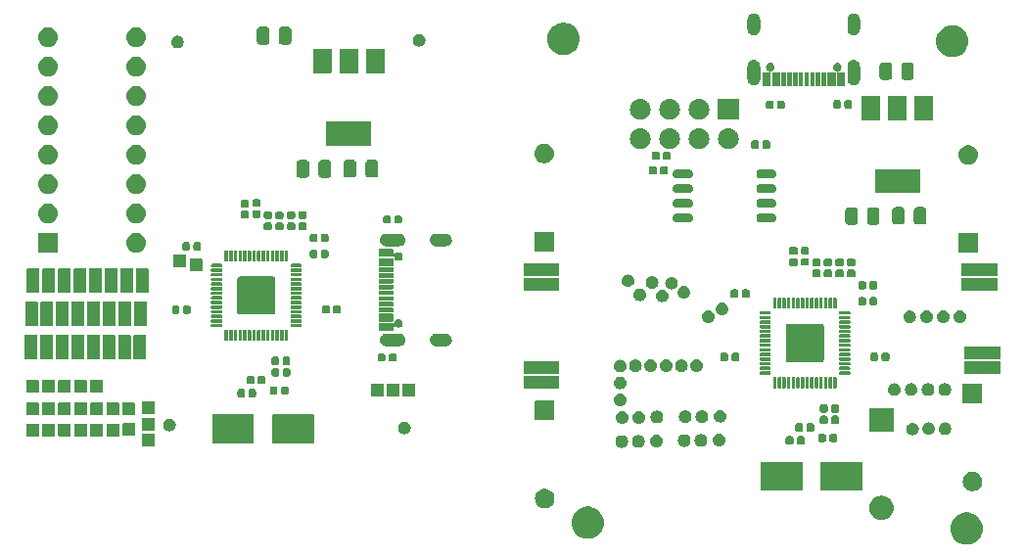
<source format=gbr>
G04 #@! TF.GenerationSoftware,KiCad,Pcbnew,7.0.5*
G04 #@! TF.CreationDate,2023-09-28T01:47:38+03:00*
G04 #@! TF.ProjectId,RP2040_minimal,52503230-3430-45f6-9d69-6e696d616c2e,REV1*
G04 #@! TF.SameCoordinates,Original*
G04 #@! TF.FileFunction,Soldermask,Top*
G04 #@! TF.FilePolarity,Negative*
%FSLAX46Y46*%
G04 Gerber Fmt 4.6, Leading zero omitted, Abs format (unit mm)*
G04 Created by KiCad (PCBNEW 7.0.5) date 2023-09-28 01:47:38*
%MOMM*%
%LPD*%
G01*
G04 APERTURE LIST*
G04 APERTURE END LIST*
G36*
X110814925Y-114105150D02*
G01*
X111033775Y-114180282D01*
X111237274Y-114290410D01*
X111419871Y-114432531D01*
X111576586Y-114602768D01*
X111703143Y-114796478D01*
X111796090Y-115008376D01*
X111852892Y-115232683D01*
X111872000Y-115463280D01*
X111852892Y-115693877D01*
X111796090Y-115918184D01*
X111703143Y-116130082D01*
X111576586Y-116323792D01*
X111419871Y-116494029D01*
X111237274Y-116636150D01*
X111033775Y-116746278D01*
X110814925Y-116821410D01*
X110586694Y-116859495D01*
X110355306Y-116859495D01*
X110127075Y-116821410D01*
X109908225Y-116746278D01*
X109704726Y-116636150D01*
X109522129Y-116494029D01*
X109365414Y-116323792D01*
X109238857Y-116130082D01*
X109145910Y-115918184D01*
X109089108Y-115693877D01*
X109070000Y-115463280D01*
X109089108Y-115232683D01*
X109145910Y-115008376D01*
X109238857Y-114796478D01*
X109365414Y-114602768D01*
X109522129Y-114432531D01*
X109704726Y-114290410D01*
X109908225Y-114180282D01*
X110127075Y-114105150D01*
X110355306Y-114067065D01*
X110586694Y-114067065D01*
X110814925Y-114105150D01*
G37*
G36*
X78048925Y-113597150D02*
G01*
X78267775Y-113672282D01*
X78471274Y-113782410D01*
X78653871Y-113924531D01*
X78810586Y-114094768D01*
X78937143Y-114288478D01*
X79030090Y-114500376D01*
X79086892Y-114724683D01*
X79106000Y-114955280D01*
X79086892Y-115185877D01*
X79030090Y-115410184D01*
X78937143Y-115622082D01*
X78810586Y-115815792D01*
X78653871Y-115986029D01*
X78471274Y-116128150D01*
X78267775Y-116238278D01*
X78048925Y-116313410D01*
X77820694Y-116351495D01*
X77589306Y-116351495D01*
X77361075Y-116313410D01*
X77142225Y-116238278D01*
X76938726Y-116128150D01*
X76756129Y-115986029D01*
X76599414Y-115815792D01*
X76472857Y-115622082D01*
X76379910Y-115410184D01*
X76323108Y-115185877D01*
X76304000Y-114955280D01*
X76323108Y-114724683D01*
X76379910Y-114500376D01*
X76472857Y-114288478D01*
X76599414Y-114094768D01*
X76756129Y-113924531D01*
X76938726Y-113782410D01*
X77142225Y-113672282D01*
X77361075Y-113597150D01*
X77589306Y-113559065D01*
X77820694Y-113559065D01*
X78048925Y-113597150D01*
G37*
G36*
X103152465Y-112618955D02*
G01*
X103201955Y-112618955D01*
X103257070Y-112629257D01*
X103310040Y-112634475D01*
X103350279Y-112646681D01*
X103392570Y-112654587D01*
X103451142Y-112677277D01*
X103507200Y-112694283D01*
X103539231Y-112711403D01*
X103573382Y-112724634D01*
X103632719Y-112761373D01*
X103688904Y-112791405D01*
X103712509Y-112810777D01*
X103738251Y-112826716D01*
X103795290Y-112878714D01*
X103848169Y-112922111D01*
X103863839Y-112941204D01*
X103881557Y-112957357D01*
X103932989Y-113025464D01*
X103978875Y-113081376D01*
X103987748Y-113097977D01*
X103998415Y-113112102D01*
X104040860Y-113197344D01*
X104075997Y-113263080D01*
X104079743Y-113275431D01*
X104084848Y-113285682D01*
X104114997Y-113391648D01*
X104135805Y-113460240D01*
X104136488Y-113467180D01*
X104137915Y-113472194D01*
X104152739Y-113632173D01*
X104156000Y-113665280D01*
X104152738Y-113698389D01*
X104137915Y-113858365D01*
X104136488Y-113863377D01*
X104135805Y-113870320D01*
X104114993Y-113938926D01*
X104084848Y-114044877D01*
X104079744Y-114055126D01*
X104075997Y-114067480D01*
X104040853Y-114133229D01*
X103998415Y-114218457D01*
X103987750Y-114232579D01*
X103978875Y-114249184D01*
X103932979Y-114305107D01*
X103881557Y-114373202D01*
X103863842Y-114389351D01*
X103848169Y-114408449D01*
X103795279Y-114451854D01*
X103738251Y-114503843D01*
X103712514Y-114519778D01*
X103688904Y-114539155D01*
X103632707Y-114569192D01*
X103573382Y-114605925D01*
X103539238Y-114619152D01*
X103507200Y-114636277D01*
X103451130Y-114653285D01*
X103392570Y-114675972D01*
X103350286Y-114683876D01*
X103310040Y-114696085D01*
X103257067Y-114701302D01*
X103201955Y-114711605D01*
X103152465Y-114711605D01*
X103105000Y-114716280D01*
X103057535Y-114711605D01*
X103008045Y-114711605D01*
X102952931Y-114701302D01*
X102899960Y-114696085D01*
X102859714Y-114683876D01*
X102817429Y-114675972D01*
X102758865Y-114653284D01*
X102702800Y-114636277D01*
X102670764Y-114619153D01*
X102636617Y-114605925D01*
X102577285Y-114569188D01*
X102521096Y-114539155D01*
X102497488Y-114519780D01*
X102471748Y-114503843D01*
X102414710Y-114451845D01*
X102361831Y-114408449D01*
X102346160Y-114389354D01*
X102328442Y-114373202D01*
X102277007Y-114305091D01*
X102231125Y-114249184D01*
X102222252Y-114232583D01*
X102211584Y-114218457D01*
X102169131Y-114133201D01*
X102134003Y-114067480D01*
X102130257Y-114055131D01*
X102125151Y-114044877D01*
X102094990Y-113938873D01*
X102074195Y-113870320D01*
X102073511Y-113863383D01*
X102072084Y-113858365D01*
X102057244Y-113698218D01*
X102054000Y-113665280D01*
X102057243Y-113632344D01*
X102072084Y-113472194D01*
X102073511Y-113467175D01*
X102074195Y-113460240D01*
X102094986Y-113391701D01*
X102125151Y-113285682D01*
X102130257Y-113275426D01*
X102134003Y-113263080D01*
X102169124Y-113197371D01*
X102211584Y-113112102D01*
X102222253Y-113097972D01*
X102231125Y-113081376D01*
X102276998Y-113025479D01*
X102328442Y-112957357D01*
X102346163Y-112941201D01*
X102361831Y-112922111D01*
X102414699Y-112878723D01*
X102471748Y-112826716D01*
X102497493Y-112810775D01*
X102521096Y-112791405D01*
X102577273Y-112761377D01*
X102636617Y-112724634D01*
X102670771Y-112711402D01*
X102702800Y-112694283D01*
X102758853Y-112677279D01*
X102817429Y-112654587D01*
X102859721Y-112646681D01*
X102899960Y-112634475D01*
X102952928Y-112629257D01*
X103008045Y-112618955D01*
X103057535Y-112618955D01*
X103105000Y-112614280D01*
X103152465Y-112618955D01*
G37*
G36*
X74247973Y-112065931D02*
G01*
X74410500Y-112138292D01*
X74554430Y-112242864D01*
X74673473Y-112375075D01*
X74762427Y-112529147D01*
X74817404Y-112698347D01*
X74836000Y-112875280D01*
X74817404Y-113052213D01*
X74762427Y-113221413D01*
X74673473Y-113375485D01*
X74554430Y-113507696D01*
X74410500Y-113612268D01*
X74247973Y-113684629D01*
X74073954Y-113721618D01*
X73896046Y-113721618D01*
X73722027Y-113684629D01*
X73559500Y-113612268D01*
X73415570Y-113507696D01*
X73296527Y-113375485D01*
X73207573Y-113221413D01*
X73152596Y-113052213D01*
X73134000Y-112875280D01*
X73152596Y-112698347D01*
X73207573Y-112529147D01*
X73296527Y-112375075D01*
X73415570Y-112242864D01*
X73559500Y-112138292D01*
X73722027Y-112065931D01*
X73896046Y-112028942D01*
X74073954Y-112028942D01*
X74247973Y-112065931D01*
G37*
G36*
X111241973Y-110589931D02*
G01*
X111404500Y-110662292D01*
X111548430Y-110766864D01*
X111667473Y-110899075D01*
X111756427Y-111053147D01*
X111811404Y-111222347D01*
X111830000Y-111399280D01*
X111811404Y-111576213D01*
X111756427Y-111745413D01*
X111667473Y-111899485D01*
X111548430Y-112031696D01*
X111404500Y-112136268D01*
X111241973Y-112208629D01*
X111067954Y-112245618D01*
X110890046Y-112245618D01*
X110716027Y-112208629D01*
X110553500Y-112136268D01*
X110409570Y-112031696D01*
X110290527Y-111899485D01*
X110201573Y-111745413D01*
X110146596Y-111576213D01*
X110128000Y-111399280D01*
X110146596Y-111222347D01*
X110201573Y-111053147D01*
X110290527Y-110899075D01*
X110409570Y-110766864D01*
X110553500Y-110662292D01*
X110716027Y-110589931D01*
X110890046Y-110552942D01*
X111067954Y-110552942D01*
X111241973Y-110589931D01*
G37*
G36*
X96238267Y-109688162D02*
G01*
X96254812Y-109699218D01*
X96265868Y-109715763D01*
X96269750Y-109735280D01*
X96269750Y-112135280D01*
X96265868Y-112154797D01*
X96254812Y-112171342D01*
X96238267Y-112182398D01*
X96218750Y-112186280D01*
X92718750Y-112186280D01*
X92699233Y-112182398D01*
X92682688Y-112171342D01*
X92671632Y-112154797D01*
X92667750Y-112135280D01*
X92667750Y-109735280D01*
X92671632Y-109715763D01*
X92682688Y-109699218D01*
X92699233Y-109688162D01*
X92718750Y-109684280D01*
X96218750Y-109684280D01*
X96238267Y-109688162D01*
G37*
G36*
X101438267Y-109688162D02*
G01*
X101454812Y-109699218D01*
X101465868Y-109715763D01*
X101469750Y-109735280D01*
X101469750Y-112135280D01*
X101465868Y-112154797D01*
X101454812Y-112171342D01*
X101438267Y-112182398D01*
X101418750Y-112186280D01*
X97918750Y-112186280D01*
X97899233Y-112182398D01*
X97882688Y-112171342D01*
X97871632Y-112154797D01*
X97867750Y-112135280D01*
X97867750Y-109735280D01*
X97871632Y-109715763D01*
X97882688Y-109699218D01*
X97899233Y-109688162D01*
X97918750Y-109684280D01*
X101418750Y-109684280D01*
X101438267Y-109688162D01*
G37*
G36*
X80782609Y-107407775D02*
G01*
X80915500Y-107462820D01*
X81029616Y-107550384D01*
X81117180Y-107664500D01*
X81172225Y-107797391D01*
X81191000Y-107940000D01*
X81172225Y-108082609D01*
X81117180Y-108215500D01*
X81029616Y-108329616D01*
X80915500Y-108417180D01*
X80782609Y-108472225D01*
X80640000Y-108491000D01*
X80497391Y-108472225D01*
X80364500Y-108417180D01*
X80250384Y-108329616D01*
X80162820Y-108215500D01*
X80107775Y-108082609D01*
X80089000Y-107940000D01*
X80107775Y-107797391D01*
X80162820Y-107664500D01*
X80250384Y-107550384D01*
X80364500Y-107462820D01*
X80497391Y-107407775D01*
X80640000Y-107389000D01*
X80782609Y-107407775D01*
G37*
G36*
X82222609Y-107397775D02*
G01*
X82355500Y-107452820D01*
X82469616Y-107540384D01*
X82557180Y-107654500D01*
X82612225Y-107787391D01*
X82631000Y-107930000D01*
X82612225Y-108072609D01*
X82557180Y-108205500D01*
X82469616Y-108319616D01*
X82355500Y-108407180D01*
X82222609Y-108462225D01*
X82080000Y-108481000D01*
X81937391Y-108462225D01*
X81804500Y-108407180D01*
X81690384Y-108319616D01*
X81602820Y-108205500D01*
X81547775Y-108072609D01*
X81529000Y-107930000D01*
X81547775Y-107787391D01*
X81602820Y-107654500D01*
X81690384Y-107540384D01*
X81804500Y-107452820D01*
X81937391Y-107397775D01*
X82080000Y-107379000D01*
X82222609Y-107397775D01*
G37*
G36*
X83792609Y-107367775D02*
G01*
X83925500Y-107422820D01*
X84039616Y-107510384D01*
X84127180Y-107624500D01*
X84182225Y-107757391D01*
X84201000Y-107900000D01*
X84182225Y-108042609D01*
X84127180Y-108175500D01*
X84039616Y-108289616D01*
X83925500Y-108377180D01*
X83792609Y-108432225D01*
X83650000Y-108451000D01*
X83507391Y-108432225D01*
X83374500Y-108377180D01*
X83260384Y-108289616D01*
X83172820Y-108175500D01*
X83117775Y-108042609D01*
X83099000Y-107900000D01*
X83117775Y-107757391D01*
X83172820Y-107624500D01*
X83260384Y-107510384D01*
X83374500Y-107422820D01*
X83507391Y-107367775D01*
X83650000Y-107349000D01*
X83792609Y-107367775D01*
G37*
G36*
X86192609Y-107317775D02*
G01*
X86325500Y-107372820D01*
X86439616Y-107460384D01*
X86527180Y-107574500D01*
X86582225Y-107707391D01*
X86601000Y-107850000D01*
X86582225Y-107992609D01*
X86527180Y-108125500D01*
X86439616Y-108239616D01*
X86325500Y-108327180D01*
X86192609Y-108382225D01*
X86050000Y-108401000D01*
X85907391Y-108382225D01*
X85774500Y-108327180D01*
X85660384Y-108239616D01*
X85572820Y-108125500D01*
X85517775Y-107992609D01*
X85499000Y-107850000D01*
X85517775Y-107707391D01*
X85572820Y-107574500D01*
X85660384Y-107460384D01*
X85774500Y-107372820D01*
X85907391Y-107317775D01*
X86050000Y-107299000D01*
X86192609Y-107317775D01*
G37*
G36*
X87632609Y-107307775D02*
G01*
X87765500Y-107362820D01*
X87879616Y-107450384D01*
X87967180Y-107564500D01*
X88022225Y-107697391D01*
X88041000Y-107840000D01*
X88022225Y-107982609D01*
X87967180Y-108115500D01*
X87879616Y-108229616D01*
X87765500Y-108317180D01*
X87632609Y-108372225D01*
X87490000Y-108391000D01*
X87347391Y-108372225D01*
X87214500Y-108317180D01*
X87100384Y-108229616D01*
X87012820Y-108115500D01*
X86957775Y-107982609D01*
X86939000Y-107840000D01*
X86957775Y-107697391D01*
X87012820Y-107564500D01*
X87100384Y-107450384D01*
X87214500Y-107362820D01*
X87347391Y-107307775D01*
X87490000Y-107289000D01*
X87632609Y-107307775D01*
G37*
G36*
X89202609Y-107277775D02*
G01*
X89335500Y-107332820D01*
X89449616Y-107420384D01*
X89537180Y-107534500D01*
X89592225Y-107667391D01*
X89611000Y-107810000D01*
X89592225Y-107952609D01*
X89537180Y-108085500D01*
X89449616Y-108199616D01*
X89335500Y-108287180D01*
X89202609Y-108342225D01*
X89060000Y-108361000D01*
X88917391Y-108342225D01*
X88784500Y-108287180D01*
X88670384Y-108199616D01*
X88582820Y-108085500D01*
X88527775Y-107952609D01*
X88509000Y-107810000D01*
X88527775Y-107667391D01*
X88582820Y-107534500D01*
X88670384Y-107420384D01*
X88784500Y-107332820D01*
X88917391Y-107277775D01*
X89060000Y-107259000D01*
X89202609Y-107277775D01*
G37*
G36*
X40206075Y-107259440D02*
G01*
X40222620Y-107270496D01*
X40233676Y-107287041D01*
X40237558Y-107306558D01*
X40237558Y-108306558D01*
X40233676Y-108326075D01*
X40222620Y-108342620D01*
X40206075Y-108353676D01*
X40186558Y-108357558D01*
X39186558Y-108357558D01*
X39167041Y-108353676D01*
X39150496Y-108342620D01*
X39139440Y-108326075D01*
X39135558Y-108306558D01*
X39135558Y-107306558D01*
X39139440Y-107287041D01*
X39150496Y-107270496D01*
X39167041Y-107259440D01*
X39186558Y-107255558D01*
X40186558Y-107255558D01*
X40206075Y-107259440D01*
G37*
G36*
X95382213Y-107479390D02*
G01*
X95446611Y-107522419D01*
X95489640Y-107586817D01*
X95504750Y-107662780D01*
X95504750Y-108007780D01*
X95489640Y-108083743D01*
X95446611Y-108148141D01*
X95382213Y-108191170D01*
X95306250Y-108206280D01*
X95011250Y-108206280D01*
X94935287Y-108191170D01*
X94870889Y-108148141D01*
X94827860Y-108083743D01*
X94812750Y-108007780D01*
X94812750Y-107662780D01*
X94827860Y-107586817D01*
X94870889Y-107522419D01*
X94935287Y-107479390D01*
X95011250Y-107464280D01*
X95306250Y-107464280D01*
X95382213Y-107479390D01*
G37*
G36*
X96352213Y-107479390D02*
G01*
X96416611Y-107522419D01*
X96459640Y-107586817D01*
X96474750Y-107662780D01*
X96474750Y-108007780D01*
X96459640Y-108083743D01*
X96416611Y-108148141D01*
X96352213Y-108191170D01*
X96276250Y-108206280D01*
X95981250Y-108206280D01*
X95905287Y-108191170D01*
X95840889Y-108148141D01*
X95797860Y-108083743D01*
X95782750Y-108007780D01*
X95782750Y-107662780D01*
X95797860Y-107586817D01*
X95840889Y-107522419D01*
X95905287Y-107479390D01*
X95981250Y-107464280D01*
X96276250Y-107464280D01*
X96352213Y-107479390D01*
G37*
G36*
X48799267Y-105598882D02*
G01*
X48815812Y-105609938D01*
X48826868Y-105626483D01*
X48830750Y-105646000D01*
X48830750Y-108046000D01*
X48826868Y-108065517D01*
X48815812Y-108082062D01*
X48799267Y-108093118D01*
X48779750Y-108097000D01*
X45279750Y-108097000D01*
X45260233Y-108093118D01*
X45243688Y-108082062D01*
X45232632Y-108065517D01*
X45228750Y-108046000D01*
X45228750Y-105646000D01*
X45232632Y-105626483D01*
X45243688Y-105609938D01*
X45260233Y-105598882D01*
X45279750Y-105595000D01*
X48779750Y-105595000D01*
X48799267Y-105598882D01*
G37*
G36*
X53999267Y-105598882D02*
G01*
X54015812Y-105609938D01*
X54026868Y-105626483D01*
X54030750Y-105646000D01*
X54030750Y-108046000D01*
X54026868Y-108065517D01*
X54015812Y-108082062D01*
X53999267Y-108093118D01*
X53979750Y-108097000D01*
X50479750Y-108097000D01*
X50460233Y-108093118D01*
X50443688Y-108082062D01*
X50432632Y-108065517D01*
X50428750Y-108046000D01*
X50428750Y-105646000D01*
X50432632Y-105626483D01*
X50443688Y-105609938D01*
X50460233Y-105598882D01*
X50479750Y-105595000D01*
X53979750Y-105595000D01*
X53999267Y-105598882D01*
G37*
G36*
X98192213Y-107259390D02*
G01*
X98256611Y-107302419D01*
X98299640Y-107366817D01*
X98314750Y-107442780D01*
X98314750Y-107787780D01*
X98299640Y-107863743D01*
X98256611Y-107928141D01*
X98192213Y-107971170D01*
X98116250Y-107986280D01*
X97821250Y-107986280D01*
X97745287Y-107971170D01*
X97680889Y-107928141D01*
X97637860Y-107863743D01*
X97622750Y-107787780D01*
X97622750Y-107442780D01*
X97637860Y-107366817D01*
X97680889Y-107302419D01*
X97745287Y-107259390D01*
X97821250Y-107244280D01*
X98116250Y-107244280D01*
X98192213Y-107259390D01*
G37*
G36*
X99162213Y-107259390D02*
G01*
X99226611Y-107302419D01*
X99269640Y-107366817D01*
X99284750Y-107442780D01*
X99284750Y-107787780D01*
X99269640Y-107863743D01*
X99226611Y-107928141D01*
X99162213Y-107971170D01*
X99086250Y-107986280D01*
X98791250Y-107986280D01*
X98715287Y-107971170D01*
X98650889Y-107928141D01*
X98607860Y-107863743D01*
X98592750Y-107787780D01*
X98592750Y-107442780D01*
X98607860Y-107366817D01*
X98650889Y-107302419D01*
X98715287Y-107259390D01*
X98791250Y-107244280D01*
X99086250Y-107244280D01*
X99162213Y-107259390D01*
G37*
G36*
X30206075Y-106384440D02*
G01*
X30222620Y-106395496D01*
X30233676Y-106412041D01*
X30237558Y-106431558D01*
X30237558Y-107431558D01*
X30233676Y-107451075D01*
X30222620Y-107467620D01*
X30206075Y-107478676D01*
X30186558Y-107482558D01*
X29186558Y-107482558D01*
X29167041Y-107478676D01*
X29150496Y-107467620D01*
X29139440Y-107451075D01*
X29135558Y-107431558D01*
X29135558Y-106431558D01*
X29139440Y-106412041D01*
X29150496Y-106395496D01*
X29167041Y-106384440D01*
X29186558Y-106380558D01*
X30186558Y-106380558D01*
X30206075Y-106384440D01*
G37*
G36*
X31593575Y-106384440D02*
G01*
X31610120Y-106395496D01*
X31621176Y-106412041D01*
X31625058Y-106431558D01*
X31625058Y-107431558D01*
X31621176Y-107451075D01*
X31610120Y-107467620D01*
X31593575Y-107478676D01*
X31574058Y-107482558D01*
X30574058Y-107482558D01*
X30554541Y-107478676D01*
X30537996Y-107467620D01*
X30526940Y-107451075D01*
X30523058Y-107431558D01*
X30523058Y-106431558D01*
X30526940Y-106412041D01*
X30537996Y-106395496D01*
X30554541Y-106384440D01*
X30574058Y-106380558D01*
X31574058Y-106380558D01*
X31593575Y-106384440D01*
G37*
G36*
X32981075Y-106384440D02*
G01*
X32997620Y-106395496D01*
X33008676Y-106412041D01*
X33012558Y-106431558D01*
X33012558Y-107431558D01*
X33008676Y-107451075D01*
X32997620Y-107467620D01*
X32981075Y-107478676D01*
X32961558Y-107482558D01*
X31961558Y-107482558D01*
X31942041Y-107478676D01*
X31925496Y-107467620D01*
X31914440Y-107451075D01*
X31910558Y-107431558D01*
X31910558Y-106431558D01*
X31914440Y-106412041D01*
X31925496Y-106395496D01*
X31942041Y-106384440D01*
X31961558Y-106380558D01*
X32961558Y-106380558D01*
X32981075Y-106384440D01*
G37*
G36*
X34368575Y-106384440D02*
G01*
X34385120Y-106395496D01*
X34396176Y-106412041D01*
X34400058Y-106431558D01*
X34400058Y-107431558D01*
X34396176Y-107451075D01*
X34385120Y-107467620D01*
X34368575Y-107478676D01*
X34349058Y-107482558D01*
X33349058Y-107482558D01*
X33329541Y-107478676D01*
X33312996Y-107467620D01*
X33301940Y-107451075D01*
X33298058Y-107431558D01*
X33298058Y-106431558D01*
X33301940Y-106412041D01*
X33312996Y-106395496D01*
X33329541Y-106384440D01*
X33349058Y-106380558D01*
X34349058Y-106380558D01*
X34368575Y-106384440D01*
G37*
G36*
X35756075Y-106384440D02*
G01*
X35772620Y-106395496D01*
X35783676Y-106412041D01*
X35787558Y-106431558D01*
X35787558Y-107431558D01*
X35783676Y-107451075D01*
X35772620Y-107467620D01*
X35756075Y-107478676D01*
X35736558Y-107482558D01*
X34736558Y-107482558D01*
X34717041Y-107478676D01*
X34700496Y-107467620D01*
X34689440Y-107451075D01*
X34685558Y-107431558D01*
X34685558Y-106431558D01*
X34689440Y-106412041D01*
X34700496Y-106395496D01*
X34717041Y-106384440D01*
X34736558Y-106380558D01*
X35736558Y-106380558D01*
X35756075Y-106384440D01*
G37*
G36*
X37156075Y-106384440D02*
G01*
X37172620Y-106395496D01*
X37183676Y-106412041D01*
X37187558Y-106431558D01*
X37187558Y-107431558D01*
X37183676Y-107451075D01*
X37172620Y-107467620D01*
X37156075Y-107478676D01*
X37136558Y-107482558D01*
X36136558Y-107482558D01*
X36117041Y-107478676D01*
X36100496Y-107467620D01*
X36089440Y-107451075D01*
X36085558Y-107431558D01*
X36085558Y-106431558D01*
X36089440Y-106412041D01*
X36100496Y-106395496D01*
X36117041Y-106384440D01*
X36136558Y-106380558D01*
X37136558Y-106380558D01*
X37156075Y-106384440D01*
G37*
G36*
X38556075Y-106359440D02*
G01*
X38572620Y-106370496D01*
X38583676Y-106387041D01*
X38587558Y-106406558D01*
X38587558Y-107406558D01*
X38583676Y-107426075D01*
X38572620Y-107442620D01*
X38556075Y-107453676D01*
X38536558Y-107457558D01*
X37536558Y-107457558D01*
X37517041Y-107453676D01*
X37500496Y-107442620D01*
X37489440Y-107426075D01*
X37485558Y-107406558D01*
X37485558Y-106406558D01*
X37489440Y-106387041D01*
X37500496Y-106370496D01*
X37517041Y-106359440D01*
X37536558Y-106355558D01*
X38536558Y-106355558D01*
X38556075Y-106359440D01*
G37*
G36*
X105937609Y-106313055D02*
G01*
X106070500Y-106368100D01*
X106184616Y-106455664D01*
X106272180Y-106569780D01*
X106327225Y-106702671D01*
X106346000Y-106845280D01*
X106327225Y-106987889D01*
X106272180Y-107120780D01*
X106184616Y-107234896D01*
X106070500Y-107322460D01*
X105937609Y-107377505D01*
X105795000Y-107396280D01*
X105652391Y-107377505D01*
X105519500Y-107322460D01*
X105405384Y-107234896D01*
X105317820Y-107120780D01*
X105262775Y-106987889D01*
X105244000Y-106845280D01*
X105262775Y-106702671D01*
X105317820Y-106569780D01*
X105405384Y-106455664D01*
X105519500Y-106368100D01*
X105652391Y-106313055D01*
X105795000Y-106294280D01*
X105937609Y-106313055D01*
G37*
G36*
X108737609Y-106293055D02*
G01*
X108870500Y-106348100D01*
X108984616Y-106435664D01*
X109072180Y-106549780D01*
X109127225Y-106682671D01*
X109146000Y-106825280D01*
X109127225Y-106967889D01*
X109072180Y-107100780D01*
X108984616Y-107214896D01*
X108870500Y-107302460D01*
X108737609Y-107357505D01*
X108595000Y-107376280D01*
X108452391Y-107357505D01*
X108319500Y-107302460D01*
X108205384Y-107214896D01*
X108117820Y-107100780D01*
X108062775Y-106967889D01*
X108044000Y-106825280D01*
X108062775Y-106682671D01*
X108117820Y-106549780D01*
X108205384Y-106435664D01*
X108319500Y-106348100D01*
X108452391Y-106293055D01*
X108595000Y-106274280D01*
X108737609Y-106293055D01*
G37*
G36*
X107327609Y-106283055D02*
G01*
X107460500Y-106338100D01*
X107574616Y-106425664D01*
X107662180Y-106539780D01*
X107717225Y-106672671D01*
X107736000Y-106815280D01*
X107717225Y-106957889D01*
X107662180Y-107090780D01*
X107574616Y-107204896D01*
X107460500Y-107292460D01*
X107327609Y-107347505D01*
X107185000Y-107366280D01*
X107042391Y-107347505D01*
X106909500Y-107292460D01*
X106795384Y-107204896D01*
X106707820Y-107090780D01*
X106652775Y-106957889D01*
X106634000Y-106815280D01*
X106652775Y-106672671D01*
X106707820Y-106539780D01*
X106795384Y-106425664D01*
X106909500Y-106338100D01*
X107042391Y-106283055D01*
X107185000Y-106264280D01*
X107327609Y-106283055D01*
G37*
G36*
X61988609Y-106225775D02*
G01*
X62121500Y-106280820D01*
X62235616Y-106368384D01*
X62323180Y-106482500D01*
X62378225Y-106615391D01*
X62397000Y-106758000D01*
X62378225Y-106900609D01*
X62323180Y-107033500D01*
X62235616Y-107147616D01*
X62121500Y-107235180D01*
X61988609Y-107290225D01*
X61846000Y-107309000D01*
X61703391Y-107290225D01*
X61570500Y-107235180D01*
X61456384Y-107147616D01*
X61368820Y-107033500D01*
X61313775Y-106900609D01*
X61295000Y-106758000D01*
X61313775Y-106615391D01*
X61368820Y-106482500D01*
X61456384Y-106368384D01*
X61570500Y-106280820D01*
X61703391Y-106225775D01*
X61846000Y-106207000D01*
X61988609Y-106225775D01*
G37*
G36*
X104124517Y-105018162D02*
G01*
X104141062Y-105029218D01*
X104152118Y-105045763D01*
X104156000Y-105065280D01*
X104156000Y-107065280D01*
X104152118Y-107084797D01*
X104141062Y-107101342D01*
X104124517Y-107112398D01*
X104105000Y-107116280D01*
X102105000Y-107116280D01*
X102085483Y-107112398D01*
X102068938Y-107101342D01*
X102057882Y-107084797D01*
X102054000Y-107065280D01*
X102054000Y-105065280D01*
X102057882Y-105045763D01*
X102068938Y-105029218D01*
X102085483Y-105018162D01*
X102105000Y-105014280D01*
X104105000Y-105014280D01*
X104124517Y-105018162D01*
G37*
G36*
X96202213Y-106349390D02*
G01*
X96266611Y-106392419D01*
X96309640Y-106456817D01*
X96324750Y-106532780D01*
X96324750Y-106877780D01*
X96309640Y-106953743D01*
X96266611Y-107018141D01*
X96202213Y-107061170D01*
X96126250Y-107076280D01*
X95831250Y-107076280D01*
X95755287Y-107061170D01*
X95690889Y-107018141D01*
X95647860Y-106953743D01*
X95632750Y-106877780D01*
X95632750Y-106532780D01*
X95647860Y-106456817D01*
X95690889Y-106392419D01*
X95755287Y-106349390D01*
X95831250Y-106334280D01*
X96126250Y-106334280D01*
X96202213Y-106349390D01*
G37*
G36*
X97172213Y-106349390D02*
G01*
X97236611Y-106392419D01*
X97279640Y-106456817D01*
X97294750Y-106532780D01*
X97294750Y-106877780D01*
X97279640Y-106953743D01*
X97236611Y-107018141D01*
X97172213Y-107061170D01*
X97096250Y-107076280D01*
X96801250Y-107076280D01*
X96725287Y-107061170D01*
X96660889Y-107018141D01*
X96617860Y-106953743D01*
X96602750Y-106877780D01*
X96602750Y-106532780D01*
X96617860Y-106456817D01*
X96660889Y-106392419D01*
X96725287Y-106349390D01*
X96801250Y-106334280D01*
X97096250Y-106334280D01*
X97172213Y-106349390D01*
G37*
G36*
X41668609Y-105971775D02*
G01*
X41801500Y-106026820D01*
X41915616Y-106114384D01*
X42003180Y-106228500D01*
X42058225Y-106361391D01*
X42077000Y-106504000D01*
X42058225Y-106646609D01*
X42003180Y-106779500D01*
X41915616Y-106893616D01*
X41801500Y-106981180D01*
X41668609Y-107036225D01*
X41526000Y-107055000D01*
X41383391Y-107036225D01*
X41250500Y-106981180D01*
X41136384Y-106893616D01*
X41048820Y-106779500D01*
X40993775Y-106646609D01*
X40975000Y-106504000D01*
X40993775Y-106361391D01*
X41048820Y-106228500D01*
X41136384Y-106114384D01*
X41250500Y-106026820D01*
X41383391Y-105971775D01*
X41526000Y-105953000D01*
X41668609Y-105971775D01*
G37*
G36*
X40206075Y-105871940D02*
G01*
X40222620Y-105882996D01*
X40233676Y-105899541D01*
X40237558Y-105919058D01*
X40237558Y-106919058D01*
X40233676Y-106938575D01*
X40222620Y-106955120D01*
X40206075Y-106966176D01*
X40186558Y-106970058D01*
X39186558Y-106970058D01*
X39167041Y-106966176D01*
X39150496Y-106955120D01*
X39139440Y-106938575D01*
X39135558Y-106919058D01*
X39135558Y-105919058D01*
X39139440Y-105899541D01*
X39150496Y-105882996D01*
X39167041Y-105871940D01*
X39186558Y-105868058D01*
X40186558Y-105868058D01*
X40206075Y-105871940D01*
G37*
G36*
X98342213Y-105699390D02*
G01*
X98406611Y-105742419D01*
X98449640Y-105806817D01*
X98464750Y-105882780D01*
X98464750Y-106227780D01*
X98449640Y-106303743D01*
X98406611Y-106368141D01*
X98342213Y-106411170D01*
X98266250Y-106426280D01*
X97971250Y-106426280D01*
X97895287Y-106411170D01*
X97830889Y-106368141D01*
X97787860Y-106303743D01*
X97772750Y-106227780D01*
X97772750Y-105882780D01*
X97787860Y-105806817D01*
X97830889Y-105742419D01*
X97895287Y-105699390D01*
X97971250Y-105684280D01*
X98266250Y-105684280D01*
X98342213Y-105699390D01*
G37*
G36*
X99312213Y-105699390D02*
G01*
X99376611Y-105742419D01*
X99419640Y-105806817D01*
X99434750Y-105882780D01*
X99434750Y-106227780D01*
X99419640Y-106303743D01*
X99376611Y-106368141D01*
X99312213Y-106411170D01*
X99236250Y-106426280D01*
X98941250Y-106426280D01*
X98865287Y-106411170D01*
X98800889Y-106368141D01*
X98757860Y-106303743D01*
X98742750Y-106227780D01*
X98742750Y-105882780D01*
X98757860Y-105806817D01*
X98800889Y-105742419D01*
X98865287Y-105699390D01*
X98941250Y-105684280D01*
X99236250Y-105684280D01*
X99312213Y-105699390D01*
G37*
G36*
X80817609Y-105323055D02*
G01*
X80950500Y-105378100D01*
X81064616Y-105465664D01*
X81152180Y-105579780D01*
X81207225Y-105712671D01*
X81226000Y-105855280D01*
X81207225Y-105997889D01*
X81152180Y-106130780D01*
X81064616Y-106244896D01*
X80950500Y-106332460D01*
X80817609Y-106387505D01*
X80675000Y-106406280D01*
X80532391Y-106387505D01*
X80399500Y-106332460D01*
X80285384Y-106244896D01*
X80197820Y-106130780D01*
X80142775Y-105997889D01*
X80124000Y-105855280D01*
X80142775Y-105712671D01*
X80197820Y-105579780D01*
X80285384Y-105465664D01*
X80399500Y-105378100D01*
X80532391Y-105323055D01*
X80675000Y-105304280D01*
X80817609Y-105323055D01*
G37*
G36*
X82257609Y-105313055D02*
G01*
X82390500Y-105368100D01*
X82504616Y-105455664D01*
X82592180Y-105569780D01*
X82647225Y-105702671D01*
X82666000Y-105845280D01*
X82647225Y-105987889D01*
X82592180Y-106120780D01*
X82504616Y-106234896D01*
X82390500Y-106322460D01*
X82257609Y-106377505D01*
X82115000Y-106396280D01*
X81972391Y-106377505D01*
X81839500Y-106322460D01*
X81725384Y-106234896D01*
X81637820Y-106120780D01*
X81582775Y-105987889D01*
X81564000Y-105845280D01*
X81582775Y-105702671D01*
X81637820Y-105569780D01*
X81725384Y-105455664D01*
X81839500Y-105368100D01*
X81972391Y-105313055D01*
X82115000Y-105294280D01*
X82257609Y-105313055D01*
G37*
G36*
X83827609Y-105283055D02*
G01*
X83960500Y-105338100D01*
X84074616Y-105425664D01*
X84162180Y-105539780D01*
X84217225Y-105672671D01*
X84236000Y-105815280D01*
X84217225Y-105957889D01*
X84162180Y-106090780D01*
X84074616Y-106204896D01*
X83960500Y-106292460D01*
X83827609Y-106347505D01*
X83685000Y-106366280D01*
X83542391Y-106347505D01*
X83409500Y-106292460D01*
X83295384Y-106204896D01*
X83207820Y-106090780D01*
X83152775Y-105957889D01*
X83134000Y-105815280D01*
X83152775Y-105672671D01*
X83207820Y-105539780D01*
X83295384Y-105425664D01*
X83409500Y-105338100D01*
X83542391Y-105283055D01*
X83685000Y-105264280D01*
X83827609Y-105283055D01*
G37*
G36*
X86282609Y-105257775D02*
G01*
X86415500Y-105312820D01*
X86529616Y-105400384D01*
X86617180Y-105514500D01*
X86672225Y-105647391D01*
X86691000Y-105790000D01*
X86672225Y-105932609D01*
X86617180Y-106065500D01*
X86529616Y-106179616D01*
X86415500Y-106267180D01*
X86282609Y-106322225D01*
X86140000Y-106341000D01*
X85997391Y-106322225D01*
X85864500Y-106267180D01*
X85750384Y-106179616D01*
X85662820Y-106065500D01*
X85607775Y-105932609D01*
X85589000Y-105790000D01*
X85607775Y-105647391D01*
X85662820Y-105514500D01*
X85750384Y-105400384D01*
X85864500Y-105312820D01*
X85997391Y-105257775D01*
X86140000Y-105239000D01*
X86282609Y-105257775D01*
G37*
G36*
X87722609Y-105247775D02*
G01*
X87855500Y-105302820D01*
X87969616Y-105390384D01*
X88057180Y-105504500D01*
X88112225Y-105637391D01*
X88131000Y-105780000D01*
X88112225Y-105922609D01*
X88057180Y-106055500D01*
X87969616Y-106169616D01*
X87855500Y-106257180D01*
X87722609Y-106312225D01*
X87580000Y-106331000D01*
X87437391Y-106312225D01*
X87304500Y-106257180D01*
X87190384Y-106169616D01*
X87102820Y-106055500D01*
X87047775Y-105922609D01*
X87029000Y-105780000D01*
X87047775Y-105637391D01*
X87102820Y-105504500D01*
X87190384Y-105390384D01*
X87304500Y-105302820D01*
X87437391Y-105247775D01*
X87580000Y-105229000D01*
X87722609Y-105247775D01*
G37*
G36*
X89292609Y-105217775D02*
G01*
X89425500Y-105272820D01*
X89539616Y-105360384D01*
X89627180Y-105474500D01*
X89682225Y-105607391D01*
X89701000Y-105750000D01*
X89682225Y-105892609D01*
X89627180Y-106025500D01*
X89539616Y-106139616D01*
X89425500Y-106227180D01*
X89292609Y-106282225D01*
X89150000Y-106301000D01*
X89007391Y-106282225D01*
X88874500Y-106227180D01*
X88760384Y-106139616D01*
X88672820Y-106025500D01*
X88617775Y-105892609D01*
X88599000Y-105750000D01*
X88617775Y-105607391D01*
X88672820Y-105474500D01*
X88760384Y-105360384D01*
X88874500Y-105272820D01*
X89007391Y-105217775D01*
X89150000Y-105199000D01*
X89292609Y-105217775D01*
G37*
G36*
X74804517Y-104408162D02*
G01*
X74821062Y-104419218D01*
X74832118Y-104435763D01*
X74836000Y-104455280D01*
X74836000Y-106055280D01*
X74832118Y-106074797D01*
X74821062Y-106091342D01*
X74804517Y-106102398D01*
X74785000Y-106106280D01*
X73185000Y-106106280D01*
X73165483Y-106102398D01*
X73148938Y-106091342D01*
X73137882Y-106074797D01*
X73134000Y-106055280D01*
X73134000Y-104455280D01*
X73137882Y-104435763D01*
X73148938Y-104419218D01*
X73165483Y-104408162D01*
X73185000Y-104404280D01*
X74785000Y-104404280D01*
X74804517Y-104408162D01*
G37*
G36*
X30206075Y-104584440D02*
G01*
X30222620Y-104595496D01*
X30233676Y-104612041D01*
X30237558Y-104631558D01*
X30237558Y-105631558D01*
X30233676Y-105651075D01*
X30222620Y-105667620D01*
X30206075Y-105678676D01*
X30186558Y-105682558D01*
X29186558Y-105682558D01*
X29167041Y-105678676D01*
X29150496Y-105667620D01*
X29139440Y-105651075D01*
X29135558Y-105631558D01*
X29135558Y-104631558D01*
X29139440Y-104612041D01*
X29150496Y-104595496D01*
X29167041Y-104584440D01*
X29186558Y-104580558D01*
X30186558Y-104580558D01*
X30206075Y-104584440D01*
G37*
G36*
X31593575Y-104584440D02*
G01*
X31610120Y-104595496D01*
X31621176Y-104612041D01*
X31625058Y-104631558D01*
X31625058Y-105631558D01*
X31621176Y-105651075D01*
X31610120Y-105667620D01*
X31593575Y-105678676D01*
X31574058Y-105682558D01*
X30574058Y-105682558D01*
X30554541Y-105678676D01*
X30537996Y-105667620D01*
X30526940Y-105651075D01*
X30523058Y-105631558D01*
X30523058Y-104631558D01*
X30526940Y-104612041D01*
X30537996Y-104595496D01*
X30554541Y-104584440D01*
X30574058Y-104580558D01*
X31574058Y-104580558D01*
X31593575Y-104584440D01*
G37*
G36*
X32981075Y-104584440D02*
G01*
X32997620Y-104595496D01*
X33008676Y-104612041D01*
X33012558Y-104631558D01*
X33012558Y-105631558D01*
X33008676Y-105651075D01*
X32997620Y-105667620D01*
X32981075Y-105678676D01*
X32961558Y-105682558D01*
X31961558Y-105682558D01*
X31942041Y-105678676D01*
X31925496Y-105667620D01*
X31914440Y-105651075D01*
X31910558Y-105631558D01*
X31910558Y-104631558D01*
X31914440Y-104612041D01*
X31925496Y-104595496D01*
X31942041Y-104584440D01*
X31961558Y-104580558D01*
X32961558Y-104580558D01*
X32981075Y-104584440D01*
G37*
G36*
X34368575Y-104584440D02*
G01*
X34385120Y-104595496D01*
X34396176Y-104612041D01*
X34400058Y-104631558D01*
X34400058Y-105631558D01*
X34396176Y-105651075D01*
X34385120Y-105667620D01*
X34368575Y-105678676D01*
X34349058Y-105682558D01*
X33349058Y-105682558D01*
X33329541Y-105678676D01*
X33312996Y-105667620D01*
X33301940Y-105651075D01*
X33298058Y-105631558D01*
X33298058Y-104631558D01*
X33301940Y-104612041D01*
X33312996Y-104595496D01*
X33329541Y-104584440D01*
X33349058Y-104580558D01*
X34349058Y-104580558D01*
X34368575Y-104584440D01*
G37*
G36*
X35756075Y-104584440D02*
G01*
X35772620Y-104595496D01*
X35783676Y-104612041D01*
X35787558Y-104631558D01*
X35787558Y-105631558D01*
X35783676Y-105651075D01*
X35772620Y-105667620D01*
X35756075Y-105678676D01*
X35736558Y-105682558D01*
X34736558Y-105682558D01*
X34717041Y-105678676D01*
X34700496Y-105667620D01*
X34689440Y-105651075D01*
X34685558Y-105631558D01*
X34685558Y-104631558D01*
X34689440Y-104612041D01*
X34700496Y-104595496D01*
X34717041Y-104584440D01*
X34736558Y-104580558D01*
X35736558Y-104580558D01*
X35756075Y-104584440D01*
G37*
G36*
X37156075Y-104584440D02*
G01*
X37172620Y-104595496D01*
X37183676Y-104612041D01*
X37187558Y-104631558D01*
X37187558Y-105631558D01*
X37183676Y-105651075D01*
X37172620Y-105667620D01*
X37156075Y-105678676D01*
X37136558Y-105682558D01*
X36136558Y-105682558D01*
X36117041Y-105678676D01*
X36100496Y-105667620D01*
X36089440Y-105651075D01*
X36085558Y-105631558D01*
X36085558Y-104631558D01*
X36089440Y-104612041D01*
X36100496Y-104595496D01*
X36117041Y-104584440D01*
X36136558Y-104580558D01*
X37136558Y-104580558D01*
X37156075Y-104584440D01*
G37*
G36*
X38506075Y-104584440D02*
G01*
X38522620Y-104595496D01*
X38533676Y-104612041D01*
X38537558Y-104631558D01*
X38537558Y-105631558D01*
X38533676Y-105651075D01*
X38522620Y-105667620D01*
X38506075Y-105678676D01*
X38486558Y-105682558D01*
X37486558Y-105682558D01*
X37467041Y-105678676D01*
X37450496Y-105667620D01*
X37439440Y-105651075D01*
X37435558Y-105631558D01*
X37435558Y-104631558D01*
X37439440Y-104612041D01*
X37450496Y-104595496D01*
X37467041Y-104584440D01*
X37486558Y-104580558D01*
X38486558Y-104580558D01*
X38506075Y-104584440D01*
G37*
G36*
X40206075Y-104484440D02*
G01*
X40222620Y-104495496D01*
X40233676Y-104512041D01*
X40237558Y-104531558D01*
X40237558Y-105531558D01*
X40233676Y-105551075D01*
X40222620Y-105567620D01*
X40206075Y-105578676D01*
X40186558Y-105582558D01*
X39186558Y-105582558D01*
X39167041Y-105578676D01*
X39150496Y-105567620D01*
X39139440Y-105551075D01*
X39135558Y-105531558D01*
X39135558Y-104531558D01*
X39139440Y-104512041D01*
X39150496Y-104495496D01*
X39167041Y-104484440D01*
X39186558Y-104480558D01*
X40186558Y-104480558D01*
X40206075Y-104484440D01*
G37*
G36*
X98352213Y-104709390D02*
G01*
X98416611Y-104752419D01*
X98459640Y-104816817D01*
X98474750Y-104892780D01*
X98474750Y-105237780D01*
X98459640Y-105313743D01*
X98416611Y-105378141D01*
X98352213Y-105421170D01*
X98276250Y-105436280D01*
X97981250Y-105436280D01*
X97905287Y-105421170D01*
X97840889Y-105378141D01*
X97797860Y-105313743D01*
X97782750Y-105237780D01*
X97782750Y-104892780D01*
X97797860Y-104816817D01*
X97840889Y-104752419D01*
X97905287Y-104709390D01*
X97981250Y-104694280D01*
X98276250Y-104694280D01*
X98352213Y-104709390D01*
G37*
G36*
X99322213Y-104709390D02*
G01*
X99386611Y-104752419D01*
X99429640Y-104816817D01*
X99444750Y-104892780D01*
X99444750Y-105237780D01*
X99429640Y-105313743D01*
X99386611Y-105378141D01*
X99322213Y-105421170D01*
X99246250Y-105436280D01*
X98951250Y-105436280D01*
X98875287Y-105421170D01*
X98810889Y-105378141D01*
X98767860Y-105313743D01*
X98752750Y-105237780D01*
X98752750Y-104892780D01*
X98767860Y-104816817D01*
X98810889Y-104752419D01*
X98875287Y-104709390D01*
X98951250Y-104694280D01*
X99246250Y-104694280D01*
X99322213Y-104709390D01*
G37*
G36*
X80637609Y-103793055D02*
G01*
X80770500Y-103848100D01*
X80884616Y-103935664D01*
X80972180Y-104049780D01*
X81027225Y-104182671D01*
X81046000Y-104325280D01*
X81027225Y-104467889D01*
X80972180Y-104600780D01*
X80884616Y-104714896D01*
X80770500Y-104802460D01*
X80637609Y-104857505D01*
X80495000Y-104876280D01*
X80352391Y-104857505D01*
X80219500Y-104802460D01*
X80105384Y-104714896D01*
X80017820Y-104600780D01*
X79962775Y-104467889D01*
X79944000Y-104325280D01*
X79962775Y-104182671D01*
X80017820Y-104049780D01*
X80105384Y-103935664D01*
X80219500Y-103848100D01*
X80352391Y-103793055D01*
X80495000Y-103774280D01*
X80637609Y-103793055D01*
G37*
G36*
X111798517Y-102932162D02*
G01*
X111815062Y-102943218D01*
X111826118Y-102959763D01*
X111830000Y-102979280D01*
X111830000Y-104579280D01*
X111826118Y-104598797D01*
X111815062Y-104615342D01*
X111798517Y-104626398D01*
X111779000Y-104630280D01*
X110179000Y-104630280D01*
X110159483Y-104626398D01*
X110142938Y-104615342D01*
X110131882Y-104598797D01*
X110128000Y-104579280D01*
X110128000Y-102979280D01*
X110131882Y-102959763D01*
X110142938Y-102943218D01*
X110159483Y-102932162D01*
X110179000Y-102928280D01*
X111779000Y-102928280D01*
X111798517Y-102932162D01*
G37*
G36*
X47942843Y-103399539D02*
G01*
X48004807Y-103440943D01*
X48046211Y-103502907D01*
X48060750Y-103576000D01*
X48060750Y-103916000D01*
X48046211Y-103989093D01*
X48004807Y-104051057D01*
X47942843Y-104092461D01*
X47869750Y-104107000D01*
X47589750Y-104107000D01*
X47516657Y-104092461D01*
X47454693Y-104051057D01*
X47413289Y-103989093D01*
X47398750Y-103916000D01*
X47398750Y-103576000D01*
X47413289Y-103502907D01*
X47454693Y-103440943D01*
X47516657Y-103399539D01*
X47589750Y-103385000D01*
X47869750Y-103385000D01*
X47942843Y-103399539D01*
G37*
G36*
X48902843Y-103399539D02*
G01*
X48964807Y-103440943D01*
X49006211Y-103502907D01*
X49020750Y-103576000D01*
X49020750Y-103916000D01*
X49006211Y-103989093D01*
X48964807Y-104051057D01*
X48902843Y-104092461D01*
X48829750Y-104107000D01*
X48549750Y-104107000D01*
X48476657Y-104092461D01*
X48414693Y-104051057D01*
X48373289Y-103989093D01*
X48358750Y-103916000D01*
X48358750Y-103576000D01*
X48373289Y-103502907D01*
X48414693Y-103440943D01*
X48476657Y-103399539D01*
X48549750Y-103385000D01*
X48829750Y-103385000D01*
X48902843Y-103399539D01*
G37*
G36*
X60006075Y-102934440D02*
G01*
X60022620Y-102945496D01*
X60033676Y-102962041D01*
X60037558Y-102981558D01*
X60037558Y-103981558D01*
X60033676Y-104001075D01*
X60022620Y-104017620D01*
X60006075Y-104028676D01*
X59986558Y-104032558D01*
X58986558Y-104032558D01*
X58967041Y-104028676D01*
X58950496Y-104017620D01*
X58939440Y-104001075D01*
X58935558Y-103981558D01*
X58935558Y-102981558D01*
X58939440Y-102962041D01*
X58950496Y-102945496D01*
X58967041Y-102934440D01*
X58986558Y-102930558D01*
X59986558Y-102930558D01*
X60006075Y-102934440D01*
G37*
G36*
X61393575Y-102934440D02*
G01*
X61410120Y-102945496D01*
X61421176Y-102962041D01*
X61425058Y-102981558D01*
X61425058Y-103981558D01*
X61421176Y-104001075D01*
X61410120Y-104017620D01*
X61393575Y-104028676D01*
X61374058Y-104032558D01*
X60374058Y-104032558D01*
X60354541Y-104028676D01*
X60337996Y-104017620D01*
X60326940Y-104001075D01*
X60323058Y-103981558D01*
X60323058Y-102981558D01*
X60326940Y-102962041D01*
X60337996Y-102945496D01*
X60354541Y-102934440D01*
X60374058Y-102930558D01*
X61374058Y-102930558D01*
X61393575Y-102934440D01*
G37*
G36*
X62781075Y-102934440D02*
G01*
X62797620Y-102945496D01*
X62808676Y-102962041D01*
X62812558Y-102981558D01*
X62812558Y-103981558D01*
X62808676Y-104001075D01*
X62797620Y-104017620D01*
X62781075Y-104028676D01*
X62761558Y-104032558D01*
X61761558Y-104032558D01*
X61742041Y-104028676D01*
X61725496Y-104017620D01*
X61714440Y-104001075D01*
X61710558Y-103981558D01*
X61710558Y-102981558D01*
X61714440Y-102962041D01*
X61725496Y-102945496D01*
X61742041Y-102934440D01*
X61761558Y-102930558D01*
X62761558Y-102930558D01*
X62781075Y-102934440D01*
G37*
G36*
X104377609Y-102903055D02*
G01*
X104510500Y-102958100D01*
X104624616Y-103045664D01*
X104712180Y-103159780D01*
X104767225Y-103292671D01*
X104786000Y-103435280D01*
X104767225Y-103577889D01*
X104712180Y-103710780D01*
X104624616Y-103824896D01*
X104510500Y-103912460D01*
X104377609Y-103967505D01*
X104235000Y-103986280D01*
X104092391Y-103967505D01*
X103959500Y-103912460D01*
X103845384Y-103824896D01*
X103757820Y-103710780D01*
X103702775Y-103577889D01*
X103684000Y-103435280D01*
X103702775Y-103292671D01*
X103757820Y-103159780D01*
X103845384Y-103045664D01*
X103959500Y-102958100D01*
X104092391Y-102903055D01*
X104235000Y-102884280D01*
X104377609Y-102903055D01*
G37*
G36*
X105827609Y-102903055D02*
G01*
X105960500Y-102958100D01*
X106074616Y-103045664D01*
X106162180Y-103159780D01*
X106217225Y-103292671D01*
X106236000Y-103435280D01*
X106217225Y-103577889D01*
X106162180Y-103710780D01*
X106074616Y-103824896D01*
X105960500Y-103912460D01*
X105827609Y-103967505D01*
X105685000Y-103986280D01*
X105542391Y-103967505D01*
X105409500Y-103912460D01*
X105295384Y-103824896D01*
X105207820Y-103710780D01*
X105152775Y-103577889D01*
X105134000Y-103435280D01*
X105152775Y-103292671D01*
X105207820Y-103159780D01*
X105295384Y-103045664D01*
X105409500Y-102958100D01*
X105542391Y-102903055D01*
X105685000Y-102884280D01*
X105827609Y-102903055D01*
G37*
G36*
X107277609Y-102903055D02*
G01*
X107410500Y-102958100D01*
X107524616Y-103045664D01*
X107612180Y-103159780D01*
X107667225Y-103292671D01*
X107686000Y-103435280D01*
X107667225Y-103577889D01*
X107612180Y-103710780D01*
X107524616Y-103824896D01*
X107410500Y-103912460D01*
X107277609Y-103967505D01*
X107135000Y-103986280D01*
X106992391Y-103967505D01*
X106859500Y-103912460D01*
X106745384Y-103824896D01*
X106657820Y-103710780D01*
X106602775Y-103577889D01*
X106584000Y-103435280D01*
X106602775Y-103292671D01*
X106657820Y-103159780D01*
X106745384Y-103045664D01*
X106859500Y-102958100D01*
X106992391Y-102903055D01*
X107135000Y-102884280D01*
X107277609Y-102903055D01*
G37*
G36*
X108727609Y-102903055D02*
G01*
X108860500Y-102958100D01*
X108974616Y-103045664D01*
X109062180Y-103159780D01*
X109117225Y-103292671D01*
X109136000Y-103435280D01*
X109117225Y-103577889D01*
X109062180Y-103710780D01*
X108974616Y-103824896D01*
X108860500Y-103912460D01*
X108727609Y-103967505D01*
X108585000Y-103986280D01*
X108442391Y-103967505D01*
X108309500Y-103912460D01*
X108195384Y-103824896D01*
X108107820Y-103710780D01*
X108052775Y-103577889D01*
X108034000Y-103435280D01*
X108052775Y-103292671D01*
X108107820Y-103159780D01*
X108195384Y-103045664D01*
X108309500Y-102958100D01*
X108442391Y-102903055D01*
X108585000Y-102884280D01*
X108727609Y-102903055D01*
G37*
G36*
X50752843Y-103169539D02*
G01*
X50814807Y-103210943D01*
X50856211Y-103272907D01*
X50870750Y-103346000D01*
X50870750Y-103686000D01*
X50856211Y-103759093D01*
X50814807Y-103821057D01*
X50752843Y-103862461D01*
X50679750Y-103877000D01*
X50399750Y-103877000D01*
X50326657Y-103862461D01*
X50264693Y-103821057D01*
X50223289Y-103759093D01*
X50208750Y-103686000D01*
X50208750Y-103346000D01*
X50223289Y-103272907D01*
X50264693Y-103210943D01*
X50326657Y-103169539D01*
X50399750Y-103155000D01*
X50679750Y-103155000D01*
X50752843Y-103169539D01*
G37*
G36*
X51712843Y-103169539D02*
G01*
X51774807Y-103210943D01*
X51816211Y-103272907D01*
X51830750Y-103346000D01*
X51830750Y-103686000D01*
X51816211Y-103759093D01*
X51774807Y-103821057D01*
X51712843Y-103862461D01*
X51639750Y-103877000D01*
X51359750Y-103877000D01*
X51286657Y-103862461D01*
X51224693Y-103821057D01*
X51183289Y-103759093D01*
X51168750Y-103686000D01*
X51168750Y-103346000D01*
X51183289Y-103272907D01*
X51224693Y-103210943D01*
X51286657Y-103169539D01*
X51359750Y-103155000D01*
X51639750Y-103155000D01*
X51712843Y-103169539D01*
G37*
G36*
X30193575Y-102634440D02*
G01*
X30210120Y-102645496D01*
X30221176Y-102662041D01*
X30225058Y-102681558D01*
X30225058Y-103681558D01*
X30221176Y-103701075D01*
X30210120Y-103717620D01*
X30193575Y-103728676D01*
X30174058Y-103732558D01*
X29174058Y-103732558D01*
X29154541Y-103728676D01*
X29137996Y-103717620D01*
X29126940Y-103701075D01*
X29123058Y-103681558D01*
X29123058Y-102681558D01*
X29126940Y-102662041D01*
X29137996Y-102645496D01*
X29154541Y-102634440D01*
X29174058Y-102630558D01*
X30174058Y-102630558D01*
X30193575Y-102634440D01*
G37*
G36*
X31581075Y-102634440D02*
G01*
X31597620Y-102645496D01*
X31608676Y-102662041D01*
X31612558Y-102681558D01*
X31612558Y-103681558D01*
X31608676Y-103701075D01*
X31597620Y-103717620D01*
X31581075Y-103728676D01*
X31561558Y-103732558D01*
X30561558Y-103732558D01*
X30542041Y-103728676D01*
X30525496Y-103717620D01*
X30514440Y-103701075D01*
X30510558Y-103681558D01*
X30510558Y-102681558D01*
X30514440Y-102662041D01*
X30525496Y-102645496D01*
X30542041Y-102634440D01*
X30561558Y-102630558D01*
X31561558Y-102630558D01*
X31581075Y-102634440D01*
G37*
G36*
X32968575Y-102634440D02*
G01*
X32985120Y-102645496D01*
X32996176Y-102662041D01*
X33000058Y-102681558D01*
X33000058Y-103681558D01*
X32996176Y-103701075D01*
X32985120Y-103717620D01*
X32968575Y-103728676D01*
X32949058Y-103732558D01*
X31949058Y-103732558D01*
X31929541Y-103728676D01*
X31912996Y-103717620D01*
X31901940Y-103701075D01*
X31898058Y-103681558D01*
X31898058Y-102681558D01*
X31901940Y-102662041D01*
X31912996Y-102645496D01*
X31929541Y-102634440D01*
X31949058Y-102630558D01*
X32949058Y-102630558D01*
X32968575Y-102634440D01*
G37*
G36*
X34356075Y-102634440D02*
G01*
X34372620Y-102645496D01*
X34383676Y-102662041D01*
X34387558Y-102681558D01*
X34387558Y-103681558D01*
X34383676Y-103701075D01*
X34372620Y-103717620D01*
X34356075Y-103728676D01*
X34336558Y-103732558D01*
X33336558Y-103732558D01*
X33317041Y-103728676D01*
X33300496Y-103717620D01*
X33289440Y-103701075D01*
X33285558Y-103681558D01*
X33285558Y-102681558D01*
X33289440Y-102662041D01*
X33300496Y-102645496D01*
X33317041Y-102634440D01*
X33336558Y-102630558D01*
X34336558Y-102630558D01*
X34356075Y-102634440D01*
G37*
G36*
X35743575Y-102634440D02*
G01*
X35760120Y-102645496D01*
X35771176Y-102662041D01*
X35775058Y-102681558D01*
X35775058Y-103681558D01*
X35771176Y-103701075D01*
X35760120Y-103717620D01*
X35743575Y-103728676D01*
X35724058Y-103732558D01*
X34724058Y-103732558D01*
X34704541Y-103728676D01*
X34687996Y-103717620D01*
X34676940Y-103701075D01*
X34673058Y-103681558D01*
X34673058Y-102681558D01*
X34676940Y-102662041D01*
X34687996Y-102645496D01*
X34704541Y-102634440D01*
X34724058Y-102630558D01*
X35724058Y-102630558D01*
X35743575Y-102634440D01*
G37*
G36*
X80637609Y-102333055D02*
G01*
X80770500Y-102388100D01*
X80884616Y-102475664D01*
X80972180Y-102589780D01*
X81027225Y-102722671D01*
X81046000Y-102865280D01*
X81027225Y-103007889D01*
X80972180Y-103140780D01*
X80884616Y-103254896D01*
X80770500Y-103342460D01*
X80637609Y-103397505D01*
X80495000Y-103416280D01*
X80352391Y-103397505D01*
X80219500Y-103342460D01*
X80105384Y-103254896D01*
X80017820Y-103140780D01*
X79962775Y-103007889D01*
X79944000Y-102865280D01*
X79962775Y-102722671D01*
X80017820Y-102589780D01*
X80105384Y-102475664D01*
X80219500Y-102388100D01*
X80352391Y-102333055D01*
X80495000Y-102314280D01*
X80637609Y-102333055D01*
G37*
G36*
X75229517Y-102248162D02*
G01*
X75246062Y-102259218D01*
X75257118Y-102275763D01*
X75261000Y-102295280D01*
X75261000Y-103295280D01*
X75257118Y-103314797D01*
X75246062Y-103331342D01*
X75229517Y-103342398D01*
X75210000Y-103346280D01*
X72210000Y-103346280D01*
X72190483Y-103342398D01*
X72173938Y-103331342D01*
X72162882Y-103314797D01*
X72159000Y-103295280D01*
X72159000Y-102295280D01*
X72162882Y-102275763D01*
X72173938Y-102259218D01*
X72190483Y-102248162D01*
X72210000Y-102244280D01*
X75210000Y-102244280D01*
X75229517Y-102248162D01*
G37*
G36*
X93972401Y-102361968D02*
G01*
X94005168Y-102383862D01*
X94027062Y-102416629D01*
X94034750Y-102455280D01*
X94034750Y-103230280D01*
X94027062Y-103268931D01*
X94005168Y-103301698D01*
X93972401Y-103323592D01*
X93933750Y-103331280D01*
X93833750Y-103331280D01*
X93795099Y-103323592D01*
X93762332Y-103301698D01*
X93740438Y-103268931D01*
X93732750Y-103230280D01*
X93732750Y-102455280D01*
X93740438Y-102416629D01*
X93762332Y-102383862D01*
X93795099Y-102361968D01*
X93833750Y-102354280D01*
X93933750Y-102354280D01*
X93972401Y-102361968D01*
G37*
G36*
X94372401Y-102361968D02*
G01*
X94405168Y-102383862D01*
X94427062Y-102416629D01*
X94434750Y-102455280D01*
X94434750Y-103230280D01*
X94427062Y-103268931D01*
X94405168Y-103301698D01*
X94372401Y-103323592D01*
X94333750Y-103331280D01*
X94233750Y-103331280D01*
X94195099Y-103323592D01*
X94162332Y-103301698D01*
X94140438Y-103268931D01*
X94132750Y-103230280D01*
X94132750Y-102455280D01*
X94140438Y-102416629D01*
X94162332Y-102383862D01*
X94195099Y-102361968D01*
X94233750Y-102354280D01*
X94333750Y-102354280D01*
X94372401Y-102361968D01*
G37*
G36*
X94772401Y-102361968D02*
G01*
X94805168Y-102383862D01*
X94827062Y-102416629D01*
X94834750Y-102455280D01*
X94834750Y-103230280D01*
X94827062Y-103268931D01*
X94805168Y-103301698D01*
X94772401Y-103323592D01*
X94733750Y-103331280D01*
X94633750Y-103331280D01*
X94595099Y-103323592D01*
X94562332Y-103301698D01*
X94540438Y-103268931D01*
X94532750Y-103230280D01*
X94532750Y-102455280D01*
X94540438Y-102416629D01*
X94562332Y-102383862D01*
X94595099Y-102361968D01*
X94633750Y-102354280D01*
X94733750Y-102354280D01*
X94772401Y-102361968D01*
G37*
G36*
X95172401Y-102361968D02*
G01*
X95205168Y-102383862D01*
X95227062Y-102416629D01*
X95234750Y-102455280D01*
X95234750Y-103230280D01*
X95227062Y-103268931D01*
X95205168Y-103301698D01*
X95172401Y-103323592D01*
X95133750Y-103331280D01*
X95033750Y-103331280D01*
X94995099Y-103323592D01*
X94962332Y-103301698D01*
X94940438Y-103268931D01*
X94932750Y-103230280D01*
X94932750Y-102455280D01*
X94940438Y-102416629D01*
X94962332Y-102383862D01*
X94995099Y-102361968D01*
X95033750Y-102354280D01*
X95133750Y-102354280D01*
X95172401Y-102361968D01*
G37*
G36*
X95572401Y-102361968D02*
G01*
X95605168Y-102383862D01*
X95627062Y-102416629D01*
X95634750Y-102455280D01*
X95634750Y-103230280D01*
X95627062Y-103268931D01*
X95605168Y-103301698D01*
X95572401Y-103323592D01*
X95533750Y-103331280D01*
X95433750Y-103331280D01*
X95395099Y-103323592D01*
X95362332Y-103301698D01*
X95340438Y-103268931D01*
X95332750Y-103230280D01*
X95332750Y-102455280D01*
X95340438Y-102416629D01*
X95362332Y-102383862D01*
X95395099Y-102361968D01*
X95433750Y-102354280D01*
X95533750Y-102354280D01*
X95572401Y-102361968D01*
G37*
G36*
X95972401Y-102361968D02*
G01*
X96005168Y-102383862D01*
X96027062Y-102416629D01*
X96034750Y-102455280D01*
X96034750Y-103230280D01*
X96027062Y-103268931D01*
X96005168Y-103301698D01*
X95972401Y-103323592D01*
X95933750Y-103331280D01*
X95833750Y-103331280D01*
X95795099Y-103323592D01*
X95762332Y-103301698D01*
X95740438Y-103268931D01*
X95732750Y-103230280D01*
X95732750Y-102455280D01*
X95740438Y-102416629D01*
X95762332Y-102383862D01*
X95795099Y-102361968D01*
X95833750Y-102354280D01*
X95933750Y-102354280D01*
X95972401Y-102361968D01*
G37*
G36*
X96372401Y-102361968D02*
G01*
X96405168Y-102383862D01*
X96427062Y-102416629D01*
X96434750Y-102455280D01*
X96434750Y-103230280D01*
X96427062Y-103268931D01*
X96405168Y-103301698D01*
X96372401Y-103323592D01*
X96333750Y-103331280D01*
X96233750Y-103331280D01*
X96195099Y-103323592D01*
X96162332Y-103301698D01*
X96140438Y-103268931D01*
X96132750Y-103230280D01*
X96132750Y-102455280D01*
X96140438Y-102416629D01*
X96162332Y-102383862D01*
X96195099Y-102361968D01*
X96233750Y-102354280D01*
X96333750Y-102354280D01*
X96372401Y-102361968D01*
G37*
G36*
X96772401Y-102361968D02*
G01*
X96805168Y-102383862D01*
X96827062Y-102416629D01*
X96834750Y-102455280D01*
X96834750Y-103230280D01*
X96827062Y-103268931D01*
X96805168Y-103301698D01*
X96772401Y-103323592D01*
X96733750Y-103331280D01*
X96633750Y-103331280D01*
X96595099Y-103323592D01*
X96562332Y-103301698D01*
X96540438Y-103268931D01*
X96532750Y-103230280D01*
X96532750Y-102455280D01*
X96540438Y-102416629D01*
X96562332Y-102383862D01*
X96595099Y-102361968D01*
X96633750Y-102354280D01*
X96733750Y-102354280D01*
X96772401Y-102361968D01*
G37*
G36*
X97172401Y-102361968D02*
G01*
X97205168Y-102383862D01*
X97227062Y-102416629D01*
X97234750Y-102455280D01*
X97234750Y-103230280D01*
X97227062Y-103268931D01*
X97205168Y-103301698D01*
X97172401Y-103323592D01*
X97133750Y-103331280D01*
X97033750Y-103331280D01*
X96995099Y-103323592D01*
X96962332Y-103301698D01*
X96940438Y-103268931D01*
X96932750Y-103230280D01*
X96932750Y-102455280D01*
X96940438Y-102416629D01*
X96962332Y-102383862D01*
X96995099Y-102361968D01*
X97033750Y-102354280D01*
X97133750Y-102354280D01*
X97172401Y-102361968D01*
G37*
G36*
X97572401Y-102361968D02*
G01*
X97605168Y-102383862D01*
X97627062Y-102416629D01*
X97634750Y-102455280D01*
X97634750Y-103230280D01*
X97627062Y-103268931D01*
X97605168Y-103301698D01*
X97572401Y-103323592D01*
X97533750Y-103331280D01*
X97433750Y-103331280D01*
X97395099Y-103323592D01*
X97362332Y-103301698D01*
X97340438Y-103268931D01*
X97332750Y-103230280D01*
X97332750Y-102455280D01*
X97340438Y-102416629D01*
X97362332Y-102383862D01*
X97395099Y-102361968D01*
X97433750Y-102354280D01*
X97533750Y-102354280D01*
X97572401Y-102361968D01*
G37*
G36*
X97972401Y-102361968D02*
G01*
X98005168Y-102383862D01*
X98027062Y-102416629D01*
X98034750Y-102455280D01*
X98034750Y-103230280D01*
X98027062Y-103268931D01*
X98005168Y-103301698D01*
X97972401Y-103323592D01*
X97933750Y-103331280D01*
X97833750Y-103331280D01*
X97795099Y-103323592D01*
X97762332Y-103301698D01*
X97740438Y-103268931D01*
X97732750Y-103230280D01*
X97732750Y-102455280D01*
X97740438Y-102416629D01*
X97762332Y-102383862D01*
X97795099Y-102361968D01*
X97833750Y-102354280D01*
X97933750Y-102354280D01*
X97972401Y-102361968D01*
G37*
G36*
X98372401Y-102361968D02*
G01*
X98405168Y-102383862D01*
X98427062Y-102416629D01*
X98434750Y-102455280D01*
X98434750Y-103230280D01*
X98427062Y-103268931D01*
X98405168Y-103301698D01*
X98372401Y-103323592D01*
X98333750Y-103331280D01*
X98233750Y-103331280D01*
X98195099Y-103323592D01*
X98162332Y-103301698D01*
X98140438Y-103268931D01*
X98132750Y-103230280D01*
X98132750Y-102455280D01*
X98140438Y-102416629D01*
X98162332Y-102383862D01*
X98195099Y-102361968D01*
X98233750Y-102354280D01*
X98333750Y-102354280D01*
X98372401Y-102361968D01*
G37*
G36*
X98772401Y-102361968D02*
G01*
X98805168Y-102383862D01*
X98827062Y-102416629D01*
X98834750Y-102455280D01*
X98834750Y-103230280D01*
X98827062Y-103268931D01*
X98805168Y-103301698D01*
X98772401Y-103323592D01*
X98733750Y-103331280D01*
X98633750Y-103331280D01*
X98595099Y-103323592D01*
X98562332Y-103301698D01*
X98540438Y-103268931D01*
X98532750Y-103230280D01*
X98532750Y-102455280D01*
X98540438Y-102416629D01*
X98562332Y-102383862D01*
X98595099Y-102361968D01*
X98633750Y-102354280D01*
X98733750Y-102354280D01*
X98772401Y-102361968D01*
G37*
G36*
X99172401Y-102361968D02*
G01*
X99205168Y-102383862D01*
X99227062Y-102416629D01*
X99234750Y-102455280D01*
X99234750Y-103230280D01*
X99227062Y-103268931D01*
X99205168Y-103301698D01*
X99172401Y-103323592D01*
X99133750Y-103331280D01*
X99033750Y-103331280D01*
X98995099Y-103323592D01*
X98962332Y-103301698D01*
X98940438Y-103268931D01*
X98932750Y-103230280D01*
X98932750Y-102455280D01*
X98940438Y-102416629D01*
X98962332Y-102383862D01*
X98995099Y-102361968D01*
X99033750Y-102354280D01*
X99133750Y-102354280D01*
X99172401Y-102361968D01*
G37*
G36*
X48752843Y-102259539D02*
G01*
X48814807Y-102300943D01*
X48856211Y-102362907D01*
X48870750Y-102436000D01*
X48870750Y-102776000D01*
X48856211Y-102849093D01*
X48814807Y-102911057D01*
X48752843Y-102952461D01*
X48679750Y-102967000D01*
X48399750Y-102967000D01*
X48326657Y-102952461D01*
X48264693Y-102911057D01*
X48223289Y-102849093D01*
X48208750Y-102776000D01*
X48208750Y-102436000D01*
X48223289Y-102362907D01*
X48264693Y-102300943D01*
X48326657Y-102259539D01*
X48399750Y-102245000D01*
X48679750Y-102245000D01*
X48752843Y-102259539D01*
G37*
G36*
X49712843Y-102259539D02*
G01*
X49774807Y-102300943D01*
X49816211Y-102362907D01*
X49830750Y-102436000D01*
X49830750Y-102776000D01*
X49816211Y-102849093D01*
X49774807Y-102911057D01*
X49712843Y-102952461D01*
X49639750Y-102967000D01*
X49359750Y-102967000D01*
X49286657Y-102952461D01*
X49224693Y-102911057D01*
X49183289Y-102849093D01*
X49168750Y-102776000D01*
X49168750Y-102436000D01*
X49183289Y-102362907D01*
X49224693Y-102300943D01*
X49286657Y-102259539D01*
X49359750Y-102245000D01*
X49639750Y-102245000D01*
X49712843Y-102259539D01*
G37*
G36*
X50902843Y-101609539D02*
G01*
X50964807Y-101650943D01*
X51006211Y-101712907D01*
X51020750Y-101786000D01*
X51020750Y-102126000D01*
X51006211Y-102199093D01*
X50964807Y-102261057D01*
X50902843Y-102302461D01*
X50829750Y-102317000D01*
X50549750Y-102317000D01*
X50476657Y-102302461D01*
X50414693Y-102261057D01*
X50373289Y-102199093D01*
X50358750Y-102126000D01*
X50358750Y-101786000D01*
X50373289Y-101712907D01*
X50414693Y-101650943D01*
X50476657Y-101609539D01*
X50549750Y-101595000D01*
X50829750Y-101595000D01*
X50902843Y-101609539D01*
G37*
G36*
X51862843Y-101609539D02*
G01*
X51924807Y-101650943D01*
X51966211Y-101712907D01*
X51980750Y-101786000D01*
X51980750Y-102126000D01*
X51966211Y-102199093D01*
X51924807Y-102261057D01*
X51862843Y-102302461D01*
X51789750Y-102317000D01*
X51509750Y-102317000D01*
X51436657Y-102302461D01*
X51374693Y-102261057D01*
X51333289Y-102199093D01*
X51318750Y-102126000D01*
X51318750Y-101786000D01*
X51333289Y-101712907D01*
X51374693Y-101650943D01*
X51436657Y-101609539D01*
X51509750Y-101595000D01*
X51789750Y-101595000D01*
X51862843Y-101609539D01*
G37*
G36*
X93472401Y-101861968D02*
G01*
X93505168Y-101883862D01*
X93527062Y-101916629D01*
X93534750Y-101955280D01*
X93534750Y-102055280D01*
X93527062Y-102093931D01*
X93505168Y-102126698D01*
X93472401Y-102148592D01*
X93433750Y-102156280D01*
X92658750Y-102156280D01*
X92620099Y-102148592D01*
X92587332Y-102126698D01*
X92565438Y-102093931D01*
X92557750Y-102055280D01*
X92557750Y-101955280D01*
X92565438Y-101916629D01*
X92587332Y-101883862D01*
X92620099Y-101861968D01*
X92658750Y-101854280D01*
X93433750Y-101854280D01*
X93472401Y-101861968D01*
G37*
G36*
X100347401Y-101861968D02*
G01*
X100380168Y-101883862D01*
X100402062Y-101916629D01*
X100409750Y-101955280D01*
X100409750Y-102055280D01*
X100402062Y-102093931D01*
X100380168Y-102126698D01*
X100347401Y-102148592D01*
X100308750Y-102156280D01*
X99533750Y-102156280D01*
X99495099Y-102148592D01*
X99462332Y-102126698D01*
X99440438Y-102093931D01*
X99432750Y-102055280D01*
X99432750Y-101955280D01*
X99440438Y-101916629D01*
X99462332Y-101883862D01*
X99495099Y-101861968D01*
X99533750Y-101854280D01*
X100308750Y-101854280D01*
X100347401Y-101861968D01*
G37*
G36*
X75229517Y-100978162D02*
G01*
X75246062Y-100989218D01*
X75257118Y-101005763D01*
X75261000Y-101025280D01*
X75261000Y-102025280D01*
X75257118Y-102044797D01*
X75246062Y-102061342D01*
X75229517Y-102072398D01*
X75210000Y-102076280D01*
X72210000Y-102076280D01*
X72190483Y-102072398D01*
X72173938Y-102061342D01*
X72162882Y-102044797D01*
X72159000Y-102025280D01*
X72159000Y-101025280D01*
X72162882Y-101005763D01*
X72173938Y-100989218D01*
X72190483Y-100978162D01*
X72210000Y-100974280D01*
X75210000Y-100974280D01*
X75229517Y-100978162D01*
G37*
G36*
X113337017Y-100978162D02*
G01*
X113353562Y-100989218D01*
X113364618Y-101005763D01*
X113368500Y-101025280D01*
X113368500Y-102025280D01*
X113364618Y-102044797D01*
X113353562Y-102061342D01*
X113337017Y-102072398D01*
X113317500Y-102076280D01*
X110317500Y-102076280D01*
X110297983Y-102072398D01*
X110281438Y-102061342D01*
X110270382Y-102044797D01*
X110266500Y-102025280D01*
X110266500Y-101025280D01*
X110270382Y-101005763D01*
X110281438Y-100989218D01*
X110297983Y-100978162D01*
X110317500Y-100974280D01*
X113317500Y-100974280D01*
X113337017Y-100978162D01*
G37*
G36*
X80637609Y-100873055D02*
G01*
X80770500Y-100928100D01*
X80884616Y-101015664D01*
X80972180Y-101129780D01*
X81027225Y-101262671D01*
X81046000Y-101405280D01*
X81027225Y-101547889D01*
X80972180Y-101680780D01*
X80884616Y-101794896D01*
X80770500Y-101882460D01*
X80637609Y-101937505D01*
X80495000Y-101956280D01*
X80352391Y-101937505D01*
X80219500Y-101882460D01*
X80105384Y-101794896D01*
X80017820Y-101680780D01*
X79962775Y-101547889D01*
X79944000Y-101405280D01*
X79962775Y-101262671D01*
X80017820Y-101129780D01*
X80105384Y-101015664D01*
X80219500Y-100928100D01*
X80352391Y-100873055D01*
X80495000Y-100854280D01*
X80637609Y-100873055D01*
G37*
G36*
X81967609Y-100833055D02*
G01*
X82100500Y-100888100D01*
X82214616Y-100975664D01*
X82302180Y-101089780D01*
X82357225Y-101222671D01*
X82376000Y-101365280D01*
X82357225Y-101507889D01*
X82302180Y-101640780D01*
X82214616Y-101754896D01*
X82100500Y-101842460D01*
X81967609Y-101897505D01*
X81825000Y-101916280D01*
X81682391Y-101897505D01*
X81549500Y-101842460D01*
X81435384Y-101754896D01*
X81347820Y-101640780D01*
X81292775Y-101507889D01*
X81274000Y-101365280D01*
X81292775Y-101222671D01*
X81347820Y-101089780D01*
X81435384Y-100975664D01*
X81549500Y-100888100D01*
X81682391Y-100833055D01*
X81825000Y-100814280D01*
X81967609Y-100833055D01*
G37*
G36*
X83295109Y-100833055D02*
G01*
X83428000Y-100888100D01*
X83542116Y-100975664D01*
X83629680Y-101089780D01*
X83684725Y-101222671D01*
X83703500Y-101365280D01*
X83684725Y-101507889D01*
X83629680Y-101640780D01*
X83542116Y-101754896D01*
X83428000Y-101842460D01*
X83295109Y-101897505D01*
X83152500Y-101916280D01*
X83009891Y-101897505D01*
X82877000Y-101842460D01*
X82762884Y-101754896D01*
X82675320Y-101640780D01*
X82620275Y-101507889D01*
X82601500Y-101365280D01*
X82620275Y-101222671D01*
X82675320Y-101089780D01*
X82762884Y-100975664D01*
X82877000Y-100888100D01*
X83009891Y-100833055D01*
X83152500Y-100814280D01*
X83295109Y-100833055D01*
G37*
G36*
X84622609Y-100833055D02*
G01*
X84755500Y-100888100D01*
X84869616Y-100975664D01*
X84957180Y-101089780D01*
X85012225Y-101222671D01*
X85031000Y-101365280D01*
X85012225Y-101507889D01*
X84957180Y-101640780D01*
X84869616Y-101754896D01*
X84755500Y-101842460D01*
X84622609Y-101897505D01*
X84480000Y-101916280D01*
X84337391Y-101897505D01*
X84204500Y-101842460D01*
X84090384Y-101754896D01*
X84002820Y-101640780D01*
X83947775Y-101507889D01*
X83929000Y-101365280D01*
X83947775Y-101222671D01*
X84002820Y-101089780D01*
X84090384Y-100975664D01*
X84204500Y-100888100D01*
X84337391Y-100833055D01*
X84480000Y-100814280D01*
X84622609Y-100833055D01*
G37*
G36*
X85950109Y-100833055D02*
G01*
X86083000Y-100888100D01*
X86197116Y-100975664D01*
X86284680Y-101089780D01*
X86339725Y-101222671D01*
X86358500Y-101365280D01*
X86339725Y-101507889D01*
X86284680Y-101640780D01*
X86197116Y-101754896D01*
X86083000Y-101842460D01*
X85950109Y-101897505D01*
X85807500Y-101916280D01*
X85664891Y-101897505D01*
X85532000Y-101842460D01*
X85417884Y-101754896D01*
X85330320Y-101640780D01*
X85275275Y-101507889D01*
X85256500Y-101365280D01*
X85275275Y-101222671D01*
X85330320Y-101089780D01*
X85417884Y-100975664D01*
X85532000Y-100888100D01*
X85664891Y-100833055D01*
X85807500Y-100814280D01*
X85950109Y-100833055D01*
G37*
G36*
X87277609Y-100833055D02*
G01*
X87410500Y-100888100D01*
X87524616Y-100975664D01*
X87612180Y-101089780D01*
X87667225Y-101222671D01*
X87686000Y-101365280D01*
X87667225Y-101507889D01*
X87612180Y-101640780D01*
X87524616Y-101754896D01*
X87410500Y-101842460D01*
X87277609Y-101897505D01*
X87135000Y-101916280D01*
X86992391Y-101897505D01*
X86859500Y-101842460D01*
X86745384Y-101754896D01*
X86657820Y-101640780D01*
X86602775Y-101507889D01*
X86584000Y-101365280D01*
X86602775Y-101222671D01*
X86657820Y-101089780D01*
X86745384Y-100975664D01*
X86859500Y-100888100D01*
X86992391Y-100833055D01*
X87135000Y-100814280D01*
X87277609Y-100833055D01*
G37*
G36*
X93472401Y-101461968D02*
G01*
X93505168Y-101483862D01*
X93527062Y-101516629D01*
X93534750Y-101555280D01*
X93534750Y-101655280D01*
X93527062Y-101693931D01*
X93505168Y-101726698D01*
X93472401Y-101748592D01*
X93433750Y-101756280D01*
X92658750Y-101756280D01*
X92620099Y-101748592D01*
X92587332Y-101726698D01*
X92565438Y-101693931D01*
X92557750Y-101655280D01*
X92557750Y-101555280D01*
X92565438Y-101516629D01*
X92587332Y-101483862D01*
X92620099Y-101461968D01*
X92658750Y-101454280D01*
X93433750Y-101454280D01*
X93472401Y-101461968D01*
G37*
G36*
X100347401Y-101461968D02*
G01*
X100380168Y-101483862D01*
X100402062Y-101516629D01*
X100409750Y-101555280D01*
X100409750Y-101655280D01*
X100402062Y-101693931D01*
X100380168Y-101726698D01*
X100347401Y-101748592D01*
X100308750Y-101756280D01*
X99533750Y-101756280D01*
X99495099Y-101748592D01*
X99462332Y-101726698D01*
X99440438Y-101693931D01*
X99432750Y-101655280D01*
X99432750Y-101555280D01*
X99440438Y-101516629D01*
X99462332Y-101483862D01*
X99495099Y-101461968D01*
X99533750Y-101454280D01*
X100308750Y-101454280D01*
X100347401Y-101461968D01*
G37*
G36*
X93472401Y-101061968D02*
G01*
X93505168Y-101083862D01*
X93527062Y-101116629D01*
X93534750Y-101155280D01*
X93534750Y-101255280D01*
X93527062Y-101293931D01*
X93505168Y-101326698D01*
X93472401Y-101348592D01*
X93433750Y-101356280D01*
X92658750Y-101356280D01*
X92620099Y-101348592D01*
X92587332Y-101326698D01*
X92565438Y-101293931D01*
X92557750Y-101255280D01*
X92557750Y-101155280D01*
X92565438Y-101116629D01*
X92587332Y-101083862D01*
X92620099Y-101061968D01*
X92658750Y-101054280D01*
X93433750Y-101054280D01*
X93472401Y-101061968D01*
G37*
G36*
X100347401Y-101061968D02*
G01*
X100380168Y-101083862D01*
X100402062Y-101116629D01*
X100409750Y-101155280D01*
X100409750Y-101255280D01*
X100402062Y-101293931D01*
X100380168Y-101326698D01*
X100347401Y-101348592D01*
X100308750Y-101356280D01*
X99533750Y-101356280D01*
X99495099Y-101348592D01*
X99462332Y-101326698D01*
X99440438Y-101293931D01*
X99432750Y-101255280D01*
X99432750Y-101155280D01*
X99440438Y-101116629D01*
X99462332Y-101083862D01*
X99495099Y-101061968D01*
X99533750Y-101054280D01*
X100308750Y-101054280D01*
X100347401Y-101061968D01*
G37*
G36*
X50892843Y-100609539D02*
G01*
X50954807Y-100650943D01*
X50996211Y-100712907D01*
X51010750Y-100786000D01*
X51010750Y-101126000D01*
X50996211Y-101199093D01*
X50954807Y-101261057D01*
X50892843Y-101302461D01*
X50819750Y-101317000D01*
X50539750Y-101317000D01*
X50466657Y-101302461D01*
X50404693Y-101261057D01*
X50363289Y-101199093D01*
X50348750Y-101126000D01*
X50348750Y-100786000D01*
X50363289Y-100712907D01*
X50404693Y-100650943D01*
X50466657Y-100609539D01*
X50539750Y-100595000D01*
X50819750Y-100595000D01*
X50892843Y-100609539D01*
G37*
G36*
X51852843Y-100609539D02*
G01*
X51914807Y-100650943D01*
X51956211Y-100712907D01*
X51970750Y-100786000D01*
X51970750Y-101126000D01*
X51956211Y-101199093D01*
X51914807Y-101261057D01*
X51852843Y-101302461D01*
X51779750Y-101317000D01*
X51499750Y-101317000D01*
X51426657Y-101302461D01*
X51364693Y-101261057D01*
X51323289Y-101199093D01*
X51308750Y-101126000D01*
X51308750Y-100786000D01*
X51323289Y-100712907D01*
X51364693Y-100650943D01*
X51426657Y-100609539D01*
X51499750Y-100595000D01*
X51779750Y-100595000D01*
X51852843Y-100609539D01*
G37*
G36*
X98014373Y-97769123D02*
G01*
X98077636Y-97811394D01*
X98119907Y-97874657D01*
X98134750Y-97949280D01*
X98134750Y-100861280D01*
X98119907Y-100935903D01*
X98077636Y-100999166D01*
X98014373Y-101041437D01*
X97939750Y-101056280D01*
X95027750Y-101056280D01*
X94953127Y-101041437D01*
X94889864Y-100999166D01*
X94847593Y-100935903D01*
X94832750Y-100861280D01*
X94832750Y-97949280D01*
X94847593Y-97874657D01*
X94889864Y-97811394D01*
X94953127Y-97769123D01*
X95027750Y-97754280D01*
X97939750Y-97754280D01*
X98014373Y-97769123D01*
G37*
G36*
X60083093Y-100315539D02*
G01*
X60145057Y-100356943D01*
X60186461Y-100418907D01*
X60201000Y-100492000D01*
X60201000Y-100832000D01*
X60186461Y-100905093D01*
X60145057Y-100967057D01*
X60083093Y-101008461D01*
X60010000Y-101023000D01*
X59730000Y-101023000D01*
X59656907Y-101008461D01*
X59594943Y-100967057D01*
X59553539Y-100905093D01*
X59539000Y-100832000D01*
X59539000Y-100492000D01*
X59553539Y-100418907D01*
X59594943Y-100356943D01*
X59656907Y-100315539D01*
X59730000Y-100301000D01*
X60010000Y-100301000D01*
X60083093Y-100315539D01*
G37*
G36*
X61043093Y-100315539D02*
G01*
X61105057Y-100356943D01*
X61146461Y-100418907D01*
X61161000Y-100492000D01*
X61161000Y-100832000D01*
X61146461Y-100905093D01*
X61105057Y-100967057D01*
X61043093Y-101008461D01*
X60970000Y-101023000D01*
X60690000Y-101023000D01*
X60616907Y-101008461D01*
X60554943Y-100967057D01*
X60513539Y-100905093D01*
X60499000Y-100832000D01*
X60499000Y-100492000D01*
X60513539Y-100418907D01*
X60554943Y-100356943D01*
X60616907Y-100315539D01*
X60690000Y-100301000D01*
X60970000Y-100301000D01*
X61043093Y-100315539D01*
G37*
G36*
X89737213Y-100249390D02*
G01*
X89801611Y-100292419D01*
X89844640Y-100356817D01*
X89859750Y-100432780D01*
X89859750Y-100777780D01*
X89844640Y-100853743D01*
X89801611Y-100918141D01*
X89737213Y-100961170D01*
X89661250Y-100976280D01*
X89366250Y-100976280D01*
X89290287Y-100961170D01*
X89225889Y-100918141D01*
X89182860Y-100853743D01*
X89167750Y-100777780D01*
X89167750Y-100432780D01*
X89182860Y-100356817D01*
X89225889Y-100292419D01*
X89290287Y-100249390D01*
X89366250Y-100234280D01*
X89661250Y-100234280D01*
X89737213Y-100249390D01*
G37*
G36*
X90707213Y-100249390D02*
G01*
X90771611Y-100292419D01*
X90814640Y-100356817D01*
X90829750Y-100432780D01*
X90829750Y-100777780D01*
X90814640Y-100853743D01*
X90771611Y-100918141D01*
X90707213Y-100961170D01*
X90631250Y-100976280D01*
X90336250Y-100976280D01*
X90260287Y-100961170D01*
X90195889Y-100918141D01*
X90152860Y-100853743D01*
X90137750Y-100777780D01*
X90137750Y-100432780D01*
X90152860Y-100356817D01*
X90195889Y-100292419D01*
X90260287Y-100249390D01*
X90336250Y-100234280D01*
X90631250Y-100234280D01*
X90707213Y-100249390D01*
G37*
G36*
X102707213Y-100249390D02*
G01*
X102771611Y-100292419D01*
X102814640Y-100356817D01*
X102829750Y-100432780D01*
X102829750Y-100777780D01*
X102814640Y-100853743D01*
X102771611Y-100918141D01*
X102707213Y-100961170D01*
X102631250Y-100976280D01*
X102336250Y-100976280D01*
X102260287Y-100961170D01*
X102195889Y-100918141D01*
X102152860Y-100853743D01*
X102137750Y-100777780D01*
X102137750Y-100432780D01*
X102152860Y-100356817D01*
X102195889Y-100292419D01*
X102260287Y-100249390D01*
X102336250Y-100234280D01*
X102631250Y-100234280D01*
X102707213Y-100249390D01*
G37*
G36*
X103677213Y-100249390D02*
G01*
X103741611Y-100292419D01*
X103784640Y-100356817D01*
X103799750Y-100432780D01*
X103799750Y-100777780D01*
X103784640Y-100853743D01*
X103741611Y-100918141D01*
X103677213Y-100961170D01*
X103601250Y-100976280D01*
X103306250Y-100976280D01*
X103230287Y-100961170D01*
X103165889Y-100918141D01*
X103122860Y-100853743D01*
X103107750Y-100777780D01*
X103107750Y-100432780D01*
X103122860Y-100356817D01*
X103165889Y-100292419D01*
X103230287Y-100249390D01*
X103306250Y-100234280D01*
X103601250Y-100234280D01*
X103677213Y-100249390D01*
G37*
G36*
X93472401Y-100661968D02*
G01*
X93505168Y-100683862D01*
X93527062Y-100716629D01*
X93534750Y-100755280D01*
X93534750Y-100855280D01*
X93527062Y-100893931D01*
X93505168Y-100926698D01*
X93472401Y-100948592D01*
X93433750Y-100956280D01*
X92658750Y-100956280D01*
X92620099Y-100948592D01*
X92587332Y-100926698D01*
X92565438Y-100893931D01*
X92557750Y-100855280D01*
X92557750Y-100755280D01*
X92565438Y-100716629D01*
X92587332Y-100683862D01*
X92620099Y-100661968D01*
X92658750Y-100654280D01*
X93433750Y-100654280D01*
X93472401Y-100661968D01*
G37*
G36*
X100347401Y-100661968D02*
G01*
X100380168Y-100683862D01*
X100402062Y-100716629D01*
X100409750Y-100755280D01*
X100409750Y-100855280D01*
X100402062Y-100893931D01*
X100380168Y-100926698D01*
X100347401Y-100948592D01*
X100308750Y-100956280D01*
X99533750Y-100956280D01*
X99495099Y-100948592D01*
X99462332Y-100926698D01*
X99440438Y-100893931D01*
X99432750Y-100855280D01*
X99432750Y-100755280D01*
X99440438Y-100716629D01*
X99462332Y-100683862D01*
X99495099Y-100661968D01*
X99533750Y-100654280D01*
X100308750Y-100654280D01*
X100347401Y-100661968D01*
G37*
G36*
X30056075Y-98734440D02*
G01*
X30072620Y-98745496D01*
X30083676Y-98762041D01*
X30087558Y-98781558D01*
X30087558Y-100781558D01*
X30083676Y-100801075D01*
X30072620Y-100817620D01*
X30056075Y-100828676D01*
X30036558Y-100832558D01*
X29036558Y-100832558D01*
X29017041Y-100828676D01*
X29000496Y-100817620D01*
X28989440Y-100801075D01*
X28985558Y-100781558D01*
X28985558Y-98781558D01*
X28989440Y-98762041D01*
X29000496Y-98745496D01*
X29017041Y-98734440D01*
X29036558Y-98730558D01*
X30036558Y-98730558D01*
X30056075Y-98734440D01*
G37*
G36*
X31405274Y-98734440D02*
G01*
X31421819Y-98745496D01*
X31432875Y-98762041D01*
X31436757Y-98781558D01*
X31436757Y-100781558D01*
X31432875Y-100801075D01*
X31421819Y-100817620D01*
X31405274Y-100828676D01*
X31385757Y-100832558D01*
X30385757Y-100832558D01*
X30366240Y-100828676D01*
X30349695Y-100817620D01*
X30338639Y-100801075D01*
X30334757Y-100781558D01*
X30334757Y-98781558D01*
X30338639Y-98762041D01*
X30349695Y-98745496D01*
X30366240Y-98734440D01*
X30385757Y-98730558D01*
X31385757Y-98730558D01*
X31405274Y-98734440D01*
G37*
G36*
X32754473Y-98734440D02*
G01*
X32771018Y-98745496D01*
X32782074Y-98762041D01*
X32785956Y-98781558D01*
X32785956Y-100781558D01*
X32782074Y-100801075D01*
X32771018Y-100817620D01*
X32754473Y-100828676D01*
X32734956Y-100832558D01*
X31734956Y-100832558D01*
X31715439Y-100828676D01*
X31698894Y-100817620D01*
X31687838Y-100801075D01*
X31683956Y-100781558D01*
X31683956Y-98781558D01*
X31687838Y-98762041D01*
X31698894Y-98745496D01*
X31715439Y-98734440D01*
X31734956Y-98730558D01*
X32734956Y-98730558D01*
X32754473Y-98734440D01*
G37*
G36*
X34103672Y-98734440D02*
G01*
X34120217Y-98745496D01*
X34131273Y-98762041D01*
X34135155Y-98781558D01*
X34135155Y-100781558D01*
X34131273Y-100801075D01*
X34120217Y-100817620D01*
X34103672Y-100828676D01*
X34084155Y-100832558D01*
X33084155Y-100832558D01*
X33064638Y-100828676D01*
X33048093Y-100817620D01*
X33037037Y-100801075D01*
X33033155Y-100781558D01*
X33033155Y-98781558D01*
X33037037Y-98762041D01*
X33048093Y-98745496D01*
X33064638Y-98734440D01*
X33084155Y-98730558D01*
X34084155Y-98730558D01*
X34103672Y-98734440D01*
G37*
G36*
X35452871Y-98734440D02*
G01*
X35469416Y-98745496D01*
X35480472Y-98762041D01*
X35484354Y-98781558D01*
X35484354Y-100781558D01*
X35480472Y-100801075D01*
X35469416Y-100817620D01*
X35452871Y-100828676D01*
X35433354Y-100832558D01*
X34433354Y-100832558D01*
X34413837Y-100828676D01*
X34397292Y-100817620D01*
X34386236Y-100801075D01*
X34382354Y-100781558D01*
X34382354Y-98781558D01*
X34386236Y-98762041D01*
X34397292Y-98745496D01*
X34413837Y-98734440D01*
X34433354Y-98730558D01*
X35433354Y-98730558D01*
X35452871Y-98734440D01*
G37*
G36*
X36802070Y-98734440D02*
G01*
X36818615Y-98745496D01*
X36829671Y-98762041D01*
X36833553Y-98781558D01*
X36833553Y-100781558D01*
X36829671Y-100801075D01*
X36818615Y-100817620D01*
X36802070Y-100828676D01*
X36782553Y-100832558D01*
X35782553Y-100832558D01*
X35763036Y-100828676D01*
X35746491Y-100817620D01*
X35735435Y-100801075D01*
X35731553Y-100781558D01*
X35731553Y-98781558D01*
X35735435Y-98762041D01*
X35746491Y-98745496D01*
X35763036Y-98734440D01*
X35782553Y-98730558D01*
X36782553Y-98730558D01*
X36802070Y-98734440D01*
G37*
G36*
X38151269Y-98734440D02*
G01*
X38167814Y-98745496D01*
X38178870Y-98762041D01*
X38182752Y-98781558D01*
X38182752Y-100781558D01*
X38178870Y-100801075D01*
X38167814Y-100817620D01*
X38151269Y-100828676D01*
X38131752Y-100832558D01*
X37131752Y-100832558D01*
X37112235Y-100828676D01*
X37095690Y-100817620D01*
X37084634Y-100801075D01*
X37080752Y-100781558D01*
X37080752Y-98781558D01*
X37084634Y-98762041D01*
X37095690Y-98745496D01*
X37112235Y-98734440D01*
X37131752Y-98730558D01*
X38131752Y-98730558D01*
X38151269Y-98734440D01*
G37*
G36*
X39500471Y-98734440D02*
G01*
X39517016Y-98745496D01*
X39528072Y-98762041D01*
X39531954Y-98781558D01*
X39531954Y-100781558D01*
X39528072Y-100801075D01*
X39517016Y-100817620D01*
X39500471Y-100828676D01*
X39480954Y-100832558D01*
X38480954Y-100832558D01*
X38461437Y-100828676D01*
X38444892Y-100817620D01*
X38433836Y-100801075D01*
X38429954Y-100781558D01*
X38429954Y-98781558D01*
X38433836Y-98762041D01*
X38444892Y-98745496D01*
X38461437Y-98734440D01*
X38480954Y-98730558D01*
X39480954Y-98730558D01*
X39500471Y-98734440D01*
G37*
G36*
X113337017Y-99708162D02*
G01*
X113353562Y-99719218D01*
X113364618Y-99735763D01*
X113368500Y-99755280D01*
X113368500Y-100755280D01*
X113364618Y-100774797D01*
X113353562Y-100791342D01*
X113337017Y-100802398D01*
X113317500Y-100806280D01*
X110317500Y-100806280D01*
X110297983Y-100802398D01*
X110281438Y-100791342D01*
X110270382Y-100774797D01*
X110266500Y-100755280D01*
X110266500Y-99755280D01*
X110270382Y-99735763D01*
X110281438Y-99719218D01*
X110297983Y-99708162D01*
X110317500Y-99704280D01*
X113317500Y-99704280D01*
X113337017Y-99708162D01*
G37*
G36*
X93472401Y-100261968D02*
G01*
X93505168Y-100283862D01*
X93527062Y-100316629D01*
X93534750Y-100355280D01*
X93534750Y-100455280D01*
X93527062Y-100493931D01*
X93505168Y-100526698D01*
X93472401Y-100548592D01*
X93433750Y-100556280D01*
X92658750Y-100556280D01*
X92620099Y-100548592D01*
X92587332Y-100526698D01*
X92565438Y-100493931D01*
X92557750Y-100455280D01*
X92557750Y-100355280D01*
X92565438Y-100316629D01*
X92587332Y-100283862D01*
X92620099Y-100261968D01*
X92658750Y-100254280D01*
X93433750Y-100254280D01*
X93472401Y-100261968D01*
G37*
G36*
X100347401Y-100261968D02*
G01*
X100380168Y-100283862D01*
X100402062Y-100316629D01*
X100409750Y-100355280D01*
X100409750Y-100455280D01*
X100402062Y-100493931D01*
X100380168Y-100526698D01*
X100347401Y-100548592D01*
X100308750Y-100556280D01*
X99533750Y-100556280D01*
X99495099Y-100548592D01*
X99462332Y-100526698D01*
X99440438Y-100493931D01*
X99432750Y-100455280D01*
X99432750Y-100355280D01*
X99440438Y-100316629D01*
X99462332Y-100283862D01*
X99495099Y-100261968D01*
X99533750Y-100254280D01*
X100308750Y-100254280D01*
X100347401Y-100261968D01*
G37*
G36*
X93472401Y-99861968D02*
G01*
X93505168Y-99883862D01*
X93527062Y-99916629D01*
X93534750Y-99955280D01*
X93534750Y-100055280D01*
X93527062Y-100093931D01*
X93505168Y-100126698D01*
X93472401Y-100148592D01*
X93433750Y-100156280D01*
X92658750Y-100156280D01*
X92620099Y-100148592D01*
X92587332Y-100126698D01*
X92565438Y-100093931D01*
X92557750Y-100055280D01*
X92557750Y-99955280D01*
X92565438Y-99916629D01*
X92587332Y-99883862D01*
X92620099Y-99861968D01*
X92658750Y-99854280D01*
X93433750Y-99854280D01*
X93472401Y-99861968D01*
G37*
G36*
X100347401Y-99861968D02*
G01*
X100380168Y-99883862D01*
X100402062Y-99916629D01*
X100409750Y-99955280D01*
X100409750Y-100055280D01*
X100402062Y-100093931D01*
X100380168Y-100126698D01*
X100347401Y-100148592D01*
X100308750Y-100156280D01*
X99533750Y-100156280D01*
X99495099Y-100148592D01*
X99462332Y-100126698D01*
X99440438Y-100093931D01*
X99432750Y-100055280D01*
X99432750Y-99955280D01*
X99440438Y-99916629D01*
X99462332Y-99883862D01*
X99495099Y-99861968D01*
X99533750Y-99854280D01*
X100308750Y-99854280D01*
X100347401Y-99861968D01*
G37*
G36*
X93472401Y-99461968D02*
G01*
X93505168Y-99483862D01*
X93527062Y-99516629D01*
X93534750Y-99555280D01*
X93534750Y-99655280D01*
X93527062Y-99693931D01*
X93505168Y-99726698D01*
X93472401Y-99748592D01*
X93433750Y-99756280D01*
X92658750Y-99756280D01*
X92620099Y-99748592D01*
X92587332Y-99726698D01*
X92565438Y-99693931D01*
X92557750Y-99655280D01*
X92557750Y-99555280D01*
X92565438Y-99516629D01*
X92587332Y-99483862D01*
X92620099Y-99461968D01*
X92658750Y-99454280D01*
X93433750Y-99454280D01*
X93472401Y-99461968D01*
G37*
G36*
X100347401Y-99461968D02*
G01*
X100380168Y-99483862D01*
X100402062Y-99516629D01*
X100409750Y-99555280D01*
X100409750Y-99655280D01*
X100402062Y-99693931D01*
X100380168Y-99726698D01*
X100347401Y-99748592D01*
X100308750Y-99756280D01*
X99533750Y-99756280D01*
X99495099Y-99748592D01*
X99462332Y-99726698D01*
X99440438Y-99693931D01*
X99432750Y-99655280D01*
X99432750Y-99555280D01*
X99440438Y-99516629D01*
X99462332Y-99483862D01*
X99495099Y-99461968D01*
X99533750Y-99454280D01*
X100308750Y-99454280D01*
X100347401Y-99461968D01*
G37*
G36*
X61455028Y-98592132D02*
G01*
X61489587Y-98601815D01*
X61522506Y-98606149D01*
X61558989Y-98621260D01*
X61599519Y-98632617D01*
X61627534Y-98649653D01*
X61655306Y-98661157D01*
X61689128Y-98687109D01*
X61727729Y-98710583D01*
X61747982Y-98732269D01*
X61769341Y-98748658D01*
X61797213Y-98784982D01*
X61830150Y-98820249D01*
X61842370Y-98843832D01*
X61856842Y-98862693D01*
X61875567Y-98907899D01*
X61899186Y-98953481D01*
X61903955Y-98976434D01*
X61911850Y-98995493D01*
X61918651Y-99047155D01*
X61929715Y-99100398D01*
X61928328Y-99120664D01*
X61930611Y-99138000D01*
X61923392Y-99192831D01*
X61919475Y-99250104D01*
X61913721Y-99266294D01*
X61911850Y-99280507D01*
X61889454Y-99334573D01*
X61869225Y-99391496D01*
X61861122Y-99402975D01*
X61856843Y-99413306D01*
X61819217Y-99462339D01*
X61782691Y-99514087D01*
X61774227Y-99520972D01*
X61769341Y-99527341D01*
X61717588Y-99567051D01*
X61666291Y-99608785D01*
X61659167Y-99611879D01*
X61655306Y-99614842D01*
X61591477Y-99641280D01*
X61528658Y-99668567D01*
X61524086Y-99669195D01*
X61522506Y-99669850D01*
X61447010Y-99679789D01*
X61380000Y-99689000D01*
X61377051Y-99689000D01*
X60282949Y-99689000D01*
X60280000Y-99689000D01*
X60204972Y-99683868D01*
X60170407Y-99674183D01*
X60137493Y-99669850D01*
X60101015Y-99654740D01*
X60060481Y-99643383D01*
X60032462Y-99626344D01*
X60004693Y-99614842D01*
X59970872Y-99588891D01*
X59932271Y-99565417D01*
X59912016Y-99543729D01*
X59890658Y-99527341D01*
X59862785Y-99491015D01*
X59829850Y-99455751D01*
X59817630Y-99432168D01*
X59803157Y-99413306D01*
X59784429Y-99368095D01*
X59760814Y-99322519D01*
X59756044Y-99299568D01*
X59748149Y-99280506D01*
X59741346Y-99228832D01*
X59730285Y-99175602D01*
X59731670Y-99155340D01*
X59729388Y-99138000D01*
X59736608Y-99083152D01*
X59740525Y-99025896D01*
X59746277Y-99009710D01*
X59748149Y-98995492D01*
X59770553Y-98941402D01*
X59790775Y-98884504D01*
X59798874Y-98873029D01*
X59803156Y-98862693D01*
X59840802Y-98813631D01*
X59877309Y-98761913D01*
X59885767Y-98755031D01*
X59890658Y-98748658D01*
X59942449Y-98708917D01*
X59993709Y-98667215D01*
X60000827Y-98664122D01*
X60004693Y-98661157D01*
X60068592Y-98634688D01*
X60131342Y-98607433D01*
X60135908Y-98606805D01*
X60137493Y-98606149D01*
X60213082Y-98596197D01*
X60280000Y-98587000D01*
X61380000Y-98587000D01*
X61455028Y-98592132D01*
G37*
G36*
X65485028Y-98592132D02*
G01*
X65519587Y-98601815D01*
X65552506Y-98606149D01*
X65588989Y-98621260D01*
X65629519Y-98632617D01*
X65657534Y-98649653D01*
X65685306Y-98661157D01*
X65719128Y-98687109D01*
X65757729Y-98710583D01*
X65777982Y-98732269D01*
X65799341Y-98748658D01*
X65827213Y-98784982D01*
X65860150Y-98820249D01*
X65872370Y-98843832D01*
X65886842Y-98862693D01*
X65905567Y-98907899D01*
X65929186Y-98953481D01*
X65933955Y-98976434D01*
X65941850Y-98995493D01*
X65948651Y-99047155D01*
X65959715Y-99100398D01*
X65958328Y-99120664D01*
X65960611Y-99138000D01*
X65953392Y-99192831D01*
X65949475Y-99250104D01*
X65943721Y-99266294D01*
X65941850Y-99280507D01*
X65919454Y-99334573D01*
X65899225Y-99391496D01*
X65891122Y-99402975D01*
X65886843Y-99413306D01*
X65849217Y-99462339D01*
X65812691Y-99514087D01*
X65804227Y-99520972D01*
X65799341Y-99527341D01*
X65747588Y-99567051D01*
X65696291Y-99608785D01*
X65689167Y-99611879D01*
X65685306Y-99614842D01*
X65621477Y-99641280D01*
X65558658Y-99668567D01*
X65554086Y-99669195D01*
X65552506Y-99669850D01*
X65477010Y-99679789D01*
X65410000Y-99689000D01*
X65407051Y-99689000D01*
X64612949Y-99689000D01*
X64610000Y-99689000D01*
X64534972Y-99683868D01*
X64500407Y-99674183D01*
X64467493Y-99669850D01*
X64431015Y-99654740D01*
X64390481Y-99643383D01*
X64362462Y-99626344D01*
X64334693Y-99614842D01*
X64300872Y-99588891D01*
X64262271Y-99565417D01*
X64242016Y-99543729D01*
X64220658Y-99527341D01*
X64192785Y-99491015D01*
X64159850Y-99455751D01*
X64147630Y-99432168D01*
X64133157Y-99413306D01*
X64114429Y-99368095D01*
X64090814Y-99322519D01*
X64086044Y-99299568D01*
X64078149Y-99280506D01*
X64071346Y-99228832D01*
X64060285Y-99175602D01*
X64061670Y-99155340D01*
X64059388Y-99138000D01*
X64066608Y-99083152D01*
X64070525Y-99025896D01*
X64076277Y-99009710D01*
X64078149Y-98995492D01*
X64100553Y-98941402D01*
X64120775Y-98884504D01*
X64128874Y-98873029D01*
X64133156Y-98862693D01*
X64170802Y-98813631D01*
X64207309Y-98761913D01*
X64215767Y-98755031D01*
X64220658Y-98748658D01*
X64272449Y-98708917D01*
X64323709Y-98667215D01*
X64330827Y-98664122D01*
X64334693Y-98661157D01*
X64398592Y-98634688D01*
X64461342Y-98607433D01*
X64465908Y-98606805D01*
X64467493Y-98606149D01*
X64543082Y-98596197D01*
X64610000Y-98587000D01*
X65410000Y-98587000D01*
X65485028Y-98592132D01*
G37*
G36*
X93472401Y-99061968D02*
G01*
X93505168Y-99083862D01*
X93527062Y-99116629D01*
X93534750Y-99155280D01*
X93534750Y-99255280D01*
X93527062Y-99293931D01*
X93505168Y-99326698D01*
X93472401Y-99348592D01*
X93433750Y-99356280D01*
X92658750Y-99356280D01*
X92620099Y-99348592D01*
X92587332Y-99326698D01*
X92565438Y-99293931D01*
X92557750Y-99255280D01*
X92557750Y-99155280D01*
X92565438Y-99116629D01*
X92587332Y-99083862D01*
X92620099Y-99061968D01*
X92658750Y-99054280D01*
X93433750Y-99054280D01*
X93472401Y-99061968D01*
G37*
G36*
X100347401Y-99061968D02*
G01*
X100380168Y-99083862D01*
X100402062Y-99116629D01*
X100409750Y-99155280D01*
X100409750Y-99255280D01*
X100402062Y-99293931D01*
X100380168Y-99326698D01*
X100347401Y-99348592D01*
X100308750Y-99356280D01*
X99533750Y-99356280D01*
X99495099Y-99348592D01*
X99462332Y-99326698D01*
X99440438Y-99293931D01*
X99432750Y-99255280D01*
X99432750Y-99155280D01*
X99440438Y-99116629D01*
X99462332Y-99083862D01*
X99495099Y-99061968D01*
X99533750Y-99054280D01*
X100308750Y-99054280D01*
X100347401Y-99061968D01*
G37*
G36*
X46533401Y-98267688D02*
G01*
X46566168Y-98289582D01*
X46588062Y-98322349D01*
X46595750Y-98361000D01*
X46595750Y-99136000D01*
X46588062Y-99174651D01*
X46566168Y-99207418D01*
X46533401Y-99229312D01*
X46494750Y-99237000D01*
X46394750Y-99237000D01*
X46356099Y-99229312D01*
X46323332Y-99207418D01*
X46301438Y-99174651D01*
X46293750Y-99136000D01*
X46293750Y-98361000D01*
X46301438Y-98322349D01*
X46323332Y-98289582D01*
X46356099Y-98267688D01*
X46394750Y-98260000D01*
X46494750Y-98260000D01*
X46533401Y-98267688D01*
G37*
G36*
X46933401Y-98267688D02*
G01*
X46966168Y-98289582D01*
X46988062Y-98322349D01*
X46995750Y-98361000D01*
X46995750Y-99136000D01*
X46988062Y-99174651D01*
X46966168Y-99207418D01*
X46933401Y-99229312D01*
X46894750Y-99237000D01*
X46794750Y-99237000D01*
X46756099Y-99229312D01*
X46723332Y-99207418D01*
X46701438Y-99174651D01*
X46693750Y-99136000D01*
X46693750Y-98361000D01*
X46701438Y-98322349D01*
X46723332Y-98289582D01*
X46756099Y-98267688D01*
X46794750Y-98260000D01*
X46894750Y-98260000D01*
X46933401Y-98267688D01*
G37*
G36*
X47333401Y-98267688D02*
G01*
X47366168Y-98289582D01*
X47388062Y-98322349D01*
X47395750Y-98361000D01*
X47395750Y-99136000D01*
X47388062Y-99174651D01*
X47366168Y-99207418D01*
X47333401Y-99229312D01*
X47294750Y-99237000D01*
X47194750Y-99237000D01*
X47156099Y-99229312D01*
X47123332Y-99207418D01*
X47101438Y-99174651D01*
X47093750Y-99136000D01*
X47093750Y-98361000D01*
X47101438Y-98322349D01*
X47123332Y-98289582D01*
X47156099Y-98267688D01*
X47194750Y-98260000D01*
X47294750Y-98260000D01*
X47333401Y-98267688D01*
G37*
G36*
X47733401Y-98267688D02*
G01*
X47766168Y-98289582D01*
X47788062Y-98322349D01*
X47795750Y-98361000D01*
X47795750Y-99136000D01*
X47788062Y-99174651D01*
X47766168Y-99207418D01*
X47733401Y-99229312D01*
X47694750Y-99237000D01*
X47594750Y-99237000D01*
X47556099Y-99229312D01*
X47523332Y-99207418D01*
X47501438Y-99174651D01*
X47493750Y-99136000D01*
X47493750Y-98361000D01*
X47501438Y-98322349D01*
X47523332Y-98289582D01*
X47556099Y-98267688D01*
X47594750Y-98260000D01*
X47694750Y-98260000D01*
X47733401Y-98267688D01*
G37*
G36*
X48133401Y-98267688D02*
G01*
X48166168Y-98289582D01*
X48188062Y-98322349D01*
X48195750Y-98361000D01*
X48195750Y-99136000D01*
X48188062Y-99174651D01*
X48166168Y-99207418D01*
X48133401Y-99229312D01*
X48094750Y-99237000D01*
X47994750Y-99237000D01*
X47956099Y-99229312D01*
X47923332Y-99207418D01*
X47901438Y-99174651D01*
X47893750Y-99136000D01*
X47893750Y-98361000D01*
X47901438Y-98322349D01*
X47923332Y-98289582D01*
X47956099Y-98267688D01*
X47994750Y-98260000D01*
X48094750Y-98260000D01*
X48133401Y-98267688D01*
G37*
G36*
X48533401Y-98267688D02*
G01*
X48566168Y-98289582D01*
X48588062Y-98322349D01*
X48595750Y-98361000D01*
X48595750Y-99136000D01*
X48588062Y-99174651D01*
X48566168Y-99207418D01*
X48533401Y-99229312D01*
X48494750Y-99237000D01*
X48394750Y-99237000D01*
X48356099Y-99229312D01*
X48323332Y-99207418D01*
X48301438Y-99174651D01*
X48293750Y-99136000D01*
X48293750Y-98361000D01*
X48301438Y-98322349D01*
X48323332Y-98289582D01*
X48356099Y-98267688D01*
X48394750Y-98260000D01*
X48494750Y-98260000D01*
X48533401Y-98267688D01*
G37*
G36*
X48933401Y-98267688D02*
G01*
X48966168Y-98289582D01*
X48988062Y-98322349D01*
X48995750Y-98361000D01*
X48995750Y-99136000D01*
X48988062Y-99174651D01*
X48966168Y-99207418D01*
X48933401Y-99229312D01*
X48894750Y-99237000D01*
X48794750Y-99237000D01*
X48756099Y-99229312D01*
X48723332Y-99207418D01*
X48701438Y-99174651D01*
X48693750Y-99136000D01*
X48693750Y-98361000D01*
X48701438Y-98322349D01*
X48723332Y-98289582D01*
X48756099Y-98267688D01*
X48794750Y-98260000D01*
X48894750Y-98260000D01*
X48933401Y-98267688D01*
G37*
G36*
X49333401Y-98267688D02*
G01*
X49366168Y-98289582D01*
X49388062Y-98322349D01*
X49395750Y-98361000D01*
X49395750Y-99136000D01*
X49388062Y-99174651D01*
X49366168Y-99207418D01*
X49333401Y-99229312D01*
X49294750Y-99237000D01*
X49194750Y-99237000D01*
X49156099Y-99229312D01*
X49123332Y-99207418D01*
X49101438Y-99174651D01*
X49093750Y-99136000D01*
X49093750Y-98361000D01*
X49101438Y-98322349D01*
X49123332Y-98289582D01*
X49156099Y-98267688D01*
X49194750Y-98260000D01*
X49294750Y-98260000D01*
X49333401Y-98267688D01*
G37*
G36*
X49733401Y-98267688D02*
G01*
X49766168Y-98289582D01*
X49788062Y-98322349D01*
X49795750Y-98361000D01*
X49795750Y-99136000D01*
X49788062Y-99174651D01*
X49766168Y-99207418D01*
X49733401Y-99229312D01*
X49694750Y-99237000D01*
X49594750Y-99237000D01*
X49556099Y-99229312D01*
X49523332Y-99207418D01*
X49501438Y-99174651D01*
X49493750Y-99136000D01*
X49493750Y-98361000D01*
X49501438Y-98322349D01*
X49523332Y-98289582D01*
X49556099Y-98267688D01*
X49594750Y-98260000D01*
X49694750Y-98260000D01*
X49733401Y-98267688D01*
G37*
G36*
X50133401Y-98267688D02*
G01*
X50166168Y-98289582D01*
X50188062Y-98322349D01*
X50195750Y-98361000D01*
X50195750Y-99136000D01*
X50188062Y-99174651D01*
X50166168Y-99207418D01*
X50133401Y-99229312D01*
X50094750Y-99237000D01*
X49994750Y-99237000D01*
X49956099Y-99229312D01*
X49923332Y-99207418D01*
X49901438Y-99174651D01*
X49893750Y-99136000D01*
X49893750Y-98361000D01*
X49901438Y-98322349D01*
X49923332Y-98289582D01*
X49956099Y-98267688D01*
X49994750Y-98260000D01*
X50094750Y-98260000D01*
X50133401Y-98267688D01*
G37*
G36*
X50533401Y-98267688D02*
G01*
X50566168Y-98289582D01*
X50588062Y-98322349D01*
X50595750Y-98361000D01*
X50595750Y-99136000D01*
X50588062Y-99174651D01*
X50566168Y-99207418D01*
X50533401Y-99229312D01*
X50494750Y-99237000D01*
X50394750Y-99237000D01*
X50356099Y-99229312D01*
X50323332Y-99207418D01*
X50301438Y-99174651D01*
X50293750Y-99136000D01*
X50293750Y-98361000D01*
X50301438Y-98322349D01*
X50323332Y-98289582D01*
X50356099Y-98267688D01*
X50394750Y-98260000D01*
X50494750Y-98260000D01*
X50533401Y-98267688D01*
G37*
G36*
X50933401Y-98267688D02*
G01*
X50966168Y-98289582D01*
X50988062Y-98322349D01*
X50995750Y-98361000D01*
X50995750Y-99136000D01*
X50988062Y-99174651D01*
X50966168Y-99207418D01*
X50933401Y-99229312D01*
X50894750Y-99237000D01*
X50794750Y-99237000D01*
X50756099Y-99229312D01*
X50723332Y-99207418D01*
X50701438Y-99174651D01*
X50693750Y-99136000D01*
X50693750Y-98361000D01*
X50701438Y-98322349D01*
X50723332Y-98289582D01*
X50756099Y-98267688D01*
X50794750Y-98260000D01*
X50894750Y-98260000D01*
X50933401Y-98267688D01*
G37*
G36*
X51333401Y-98267688D02*
G01*
X51366168Y-98289582D01*
X51388062Y-98322349D01*
X51395750Y-98361000D01*
X51395750Y-99136000D01*
X51388062Y-99174651D01*
X51366168Y-99207418D01*
X51333401Y-99229312D01*
X51294750Y-99237000D01*
X51194750Y-99237000D01*
X51156099Y-99229312D01*
X51123332Y-99207418D01*
X51101438Y-99174651D01*
X51093750Y-99136000D01*
X51093750Y-98361000D01*
X51101438Y-98322349D01*
X51123332Y-98289582D01*
X51156099Y-98267688D01*
X51194750Y-98260000D01*
X51294750Y-98260000D01*
X51333401Y-98267688D01*
G37*
G36*
X51733401Y-98267688D02*
G01*
X51766168Y-98289582D01*
X51788062Y-98322349D01*
X51795750Y-98361000D01*
X51795750Y-99136000D01*
X51788062Y-99174651D01*
X51766168Y-99207418D01*
X51733401Y-99229312D01*
X51694750Y-99237000D01*
X51594750Y-99237000D01*
X51556099Y-99229312D01*
X51523332Y-99207418D01*
X51501438Y-99174651D01*
X51493750Y-99136000D01*
X51493750Y-98361000D01*
X51501438Y-98322349D01*
X51523332Y-98289582D01*
X51556099Y-98267688D01*
X51594750Y-98260000D01*
X51694750Y-98260000D01*
X51733401Y-98267688D01*
G37*
G36*
X93472401Y-98661968D02*
G01*
X93505168Y-98683862D01*
X93527062Y-98716629D01*
X93534750Y-98755280D01*
X93534750Y-98855280D01*
X93527062Y-98893931D01*
X93505168Y-98926698D01*
X93472401Y-98948592D01*
X93433750Y-98956280D01*
X92658750Y-98956280D01*
X92620099Y-98948592D01*
X92587332Y-98926698D01*
X92565438Y-98893931D01*
X92557750Y-98855280D01*
X92557750Y-98755280D01*
X92565438Y-98716629D01*
X92587332Y-98683862D01*
X92620099Y-98661968D01*
X92658750Y-98654280D01*
X93433750Y-98654280D01*
X93472401Y-98661968D01*
G37*
G36*
X100347401Y-98661968D02*
G01*
X100380168Y-98683862D01*
X100402062Y-98716629D01*
X100409750Y-98755280D01*
X100409750Y-98855280D01*
X100402062Y-98893931D01*
X100380168Y-98926698D01*
X100347401Y-98948592D01*
X100308750Y-98956280D01*
X99533750Y-98956280D01*
X99495099Y-98948592D01*
X99462332Y-98926698D01*
X99440438Y-98893931D01*
X99432750Y-98855280D01*
X99432750Y-98755280D01*
X99440438Y-98716629D01*
X99462332Y-98683862D01*
X99495099Y-98661968D01*
X99533750Y-98654280D01*
X100308750Y-98654280D01*
X100347401Y-98661968D01*
G37*
G36*
X93472401Y-98261968D02*
G01*
X93505168Y-98283862D01*
X93527062Y-98316629D01*
X93534750Y-98355280D01*
X93534750Y-98455280D01*
X93527062Y-98493931D01*
X93505168Y-98526698D01*
X93472401Y-98548592D01*
X93433750Y-98556280D01*
X92658750Y-98556280D01*
X92620099Y-98548592D01*
X92587332Y-98526698D01*
X92565438Y-98493931D01*
X92557750Y-98455280D01*
X92557750Y-98355280D01*
X92565438Y-98316629D01*
X92587332Y-98283862D01*
X92620099Y-98261968D01*
X92658750Y-98254280D01*
X93433750Y-98254280D01*
X93472401Y-98261968D01*
G37*
G36*
X100347401Y-98261968D02*
G01*
X100380168Y-98283862D01*
X100402062Y-98316629D01*
X100409750Y-98355280D01*
X100409750Y-98455280D01*
X100402062Y-98493931D01*
X100380168Y-98526698D01*
X100347401Y-98548592D01*
X100308750Y-98556280D01*
X99533750Y-98556280D01*
X99495099Y-98548592D01*
X99462332Y-98526698D01*
X99440438Y-98493931D01*
X99432750Y-98455280D01*
X99432750Y-98355280D01*
X99440438Y-98316629D01*
X99462332Y-98283862D01*
X99495099Y-98261968D01*
X99533750Y-98254280D01*
X100308750Y-98254280D01*
X100347401Y-98261968D01*
G37*
G36*
X61446190Y-97350403D02*
G01*
X61551007Y-97403810D01*
X61634190Y-97486993D01*
X61687597Y-97591810D01*
X61706000Y-97708000D01*
X61687597Y-97824190D01*
X61634190Y-97929007D01*
X61551007Y-98012190D01*
X61446190Y-98065597D01*
X61330000Y-98084000D01*
X61213810Y-98065597D01*
X61108993Y-98012190D01*
X61025810Y-97929007D01*
X60972403Y-97824190D01*
X60963382Y-97767235D01*
X60881000Y-97773718D01*
X60881000Y-98318000D01*
X60877118Y-98337517D01*
X60866062Y-98354062D01*
X60849517Y-98365118D01*
X60830000Y-98369000D01*
X59680000Y-98369000D01*
X59660483Y-98365118D01*
X59643938Y-98354062D01*
X59632882Y-98337517D01*
X59629000Y-98318000D01*
X59629000Y-97718000D01*
X59632882Y-97698483D01*
X59643938Y-97681938D01*
X59660483Y-97670882D01*
X59680000Y-97667000D01*
X60830000Y-97667000D01*
X60849517Y-97670882D01*
X60866062Y-97681938D01*
X60877118Y-97698483D01*
X60877558Y-97700699D01*
X60893927Y-97725196D01*
X60953922Y-97712033D01*
X60954280Y-97709770D01*
X60954000Y-97708000D01*
X60972403Y-97591810D01*
X61025810Y-97486993D01*
X61108993Y-97403810D01*
X61213810Y-97350403D01*
X61330000Y-97332000D01*
X61446190Y-97350403D01*
G37*
G36*
X93472401Y-97861968D02*
G01*
X93505168Y-97883862D01*
X93527062Y-97916629D01*
X93534750Y-97955280D01*
X93534750Y-98055280D01*
X93527062Y-98093931D01*
X93505168Y-98126698D01*
X93472401Y-98148592D01*
X93433750Y-98156280D01*
X92658750Y-98156280D01*
X92620099Y-98148592D01*
X92587332Y-98126698D01*
X92565438Y-98093931D01*
X92557750Y-98055280D01*
X92557750Y-97955280D01*
X92565438Y-97916629D01*
X92587332Y-97883862D01*
X92620099Y-97861968D01*
X92658750Y-97854280D01*
X93433750Y-97854280D01*
X93472401Y-97861968D01*
G37*
G36*
X100347401Y-97861968D02*
G01*
X100380168Y-97883862D01*
X100402062Y-97916629D01*
X100409750Y-97955280D01*
X100409750Y-98055280D01*
X100402062Y-98093931D01*
X100380168Y-98126698D01*
X100347401Y-98148592D01*
X100308750Y-98156280D01*
X99533750Y-98156280D01*
X99495099Y-98148592D01*
X99462332Y-98126698D01*
X99440438Y-98093931D01*
X99432750Y-98055280D01*
X99432750Y-97955280D01*
X99440438Y-97916629D01*
X99462332Y-97883862D01*
X99495099Y-97861968D01*
X99533750Y-97854280D01*
X100308750Y-97854280D01*
X100347401Y-97861968D01*
G37*
G36*
X46033401Y-97767688D02*
G01*
X46066168Y-97789582D01*
X46088062Y-97822349D01*
X46095750Y-97861000D01*
X46095750Y-97961000D01*
X46088062Y-97999651D01*
X46066168Y-98032418D01*
X46033401Y-98054312D01*
X45994750Y-98062000D01*
X45219750Y-98062000D01*
X45181099Y-98054312D01*
X45148332Y-98032418D01*
X45126438Y-97999651D01*
X45118750Y-97961000D01*
X45118750Y-97861000D01*
X45126438Y-97822349D01*
X45148332Y-97789582D01*
X45181099Y-97767688D01*
X45219750Y-97760000D01*
X45994750Y-97760000D01*
X46033401Y-97767688D01*
G37*
G36*
X52908401Y-97767688D02*
G01*
X52941168Y-97789582D01*
X52963062Y-97822349D01*
X52970750Y-97861000D01*
X52970750Y-97961000D01*
X52963062Y-97999651D01*
X52941168Y-98032418D01*
X52908401Y-98054312D01*
X52869750Y-98062000D01*
X52094750Y-98062000D01*
X52056099Y-98054312D01*
X52023332Y-98032418D01*
X52001438Y-97999651D01*
X51993750Y-97961000D01*
X51993750Y-97861000D01*
X52001438Y-97822349D01*
X52023332Y-97789582D01*
X52056099Y-97767688D01*
X52094750Y-97760000D01*
X52869750Y-97760000D01*
X52908401Y-97767688D01*
G37*
G36*
X30106876Y-95834440D02*
G01*
X30123421Y-95845496D01*
X30134477Y-95862041D01*
X30138359Y-95881558D01*
X30138359Y-97881558D01*
X30134477Y-97901075D01*
X30123421Y-97917620D01*
X30106876Y-97928676D01*
X30087359Y-97932558D01*
X29087359Y-97932558D01*
X29067842Y-97928676D01*
X29051297Y-97917620D01*
X29040241Y-97901075D01*
X29036359Y-97881558D01*
X29036359Y-95881558D01*
X29040241Y-95862041D01*
X29051297Y-95845496D01*
X29067842Y-95834440D01*
X29087359Y-95830558D01*
X30087359Y-95830558D01*
X30106876Y-95834440D01*
G37*
G36*
X31456075Y-95834440D02*
G01*
X31472620Y-95845496D01*
X31483676Y-95862041D01*
X31487558Y-95881558D01*
X31487558Y-97881558D01*
X31483676Y-97901075D01*
X31472620Y-97917620D01*
X31456075Y-97928676D01*
X31436558Y-97932558D01*
X30436558Y-97932558D01*
X30417041Y-97928676D01*
X30400496Y-97917620D01*
X30389440Y-97901075D01*
X30385558Y-97881558D01*
X30385558Y-95881558D01*
X30389440Y-95862041D01*
X30400496Y-95845496D01*
X30417041Y-95834440D01*
X30436558Y-95830558D01*
X31436558Y-95830558D01*
X31456075Y-95834440D01*
G37*
G36*
X32805274Y-95834440D02*
G01*
X32821819Y-95845496D01*
X32832875Y-95862041D01*
X32836757Y-95881558D01*
X32836757Y-97881558D01*
X32832875Y-97901075D01*
X32821819Y-97917620D01*
X32805274Y-97928676D01*
X32785757Y-97932558D01*
X31785757Y-97932558D01*
X31766240Y-97928676D01*
X31749695Y-97917620D01*
X31738639Y-97901075D01*
X31734757Y-97881558D01*
X31734757Y-95881558D01*
X31738639Y-95862041D01*
X31749695Y-95845496D01*
X31766240Y-95834440D01*
X31785757Y-95830558D01*
X32785757Y-95830558D01*
X32805274Y-95834440D01*
G37*
G36*
X34154473Y-95834440D02*
G01*
X34171018Y-95845496D01*
X34182074Y-95862041D01*
X34185956Y-95881558D01*
X34185956Y-97881558D01*
X34182074Y-97901075D01*
X34171018Y-97917620D01*
X34154473Y-97928676D01*
X34134956Y-97932558D01*
X33134956Y-97932558D01*
X33115439Y-97928676D01*
X33098894Y-97917620D01*
X33087838Y-97901075D01*
X33083956Y-97881558D01*
X33083956Y-95881558D01*
X33087838Y-95862041D01*
X33098894Y-95845496D01*
X33115439Y-95834440D01*
X33134956Y-95830558D01*
X34134956Y-95830558D01*
X34154473Y-95834440D01*
G37*
G36*
X35503672Y-95834440D02*
G01*
X35520217Y-95845496D01*
X35531273Y-95862041D01*
X35535155Y-95881558D01*
X35535155Y-97881558D01*
X35531273Y-97901075D01*
X35520217Y-97917620D01*
X35503672Y-97928676D01*
X35484155Y-97932558D01*
X34484155Y-97932558D01*
X34464638Y-97928676D01*
X34448093Y-97917620D01*
X34437037Y-97901075D01*
X34433155Y-97881558D01*
X34433155Y-95881558D01*
X34437037Y-95862041D01*
X34448093Y-95845496D01*
X34464638Y-95834440D01*
X34484155Y-95830558D01*
X35484155Y-95830558D01*
X35503672Y-95834440D01*
G37*
G36*
X36852871Y-95834440D02*
G01*
X36869416Y-95845496D01*
X36880472Y-95862041D01*
X36884354Y-95881558D01*
X36884354Y-97881558D01*
X36880472Y-97901075D01*
X36869416Y-97917620D01*
X36852871Y-97928676D01*
X36833354Y-97932558D01*
X35833354Y-97932558D01*
X35813837Y-97928676D01*
X35797292Y-97917620D01*
X35786236Y-97901075D01*
X35782354Y-97881558D01*
X35782354Y-95881558D01*
X35786236Y-95862041D01*
X35797292Y-95845496D01*
X35813837Y-95834440D01*
X35833354Y-95830558D01*
X36833354Y-95830558D01*
X36852871Y-95834440D01*
G37*
G36*
X38202070Y-95834440D02*
G01*
X38218615Y-95845496D01*
X38229671Y-95862041D01*
X38233553Y-95881558D01*
X38233553Y-97881558D01*
X38229671Y-97901075D01*
X38218615Y-97917620D01*
X38202070Y-97928676D01*
X38182553Y-97932558D01*
X37182553Y-97932558D01*
X37163036Y-97928676D01*
X37146491Y-97917620D01*
X37135435Y-97901075D01*
X37131553Y-97881558D01*
X37131553Y-95881558D01*
X37135435Y-95862041D01*
X37146491Y-95845496D01*
X37163036Y-95834440D01*
X37182553Y-95830558D01*
X38182553Y-95830558D01*
X38202070Y-95834440D01*
G37*
G36*
X39551272Y-95834440D02*
G01*
X39567817Y-95845496D01*
X39578873Y-95862041D01*
X39582755Y-95881558D01*
X39582755Y-97881558D01*
X39578873Y-97901075D01*
X39567817Y-97917620D01*
X39551272Y-97928676D01*
X39531755Y-97932558D01*
X38531755Y-97932558D01*
X38512238Y-97928676D01*
X38495693Y-97917620D01*
X38484637Y-97901075D01*
X38480755Y-97881558D01*
X38480755Y-95881558D01*
X38484637Y-95862041D01*
X38495693Y-95845496D01*
X38512238Y-95834440D01*
X38531755Y-95830558D01*
X39531755Y-95830558D01*
X39551272Y-95834440D01*
G37*
G36*
X93472401Y-97461968D02*
G01*
X93505168Y-97483862D01*
X93527062Y-97516629D01*
X93534750Y-97555280D01*
X93534750Y-97655280D01*
X93527062Y-97693931D01*
X93505168Y-97726698D01*
X93472401Y-97748592D01*
X93433750Y-97756280D01*
X92658750Y-97756280D01*
X92620099Y-97748592D01*
X92587332Y-97726698D01*
X92565438Y-97693931D01*
X92557750Y-97655280D01*
X92557750Y-97555280D01*
X92565438Y-97516629D01*
X92587332Y-97483862D01*
X92620099Y-97461968D01*
X92658750Y-97454280D01*
X93433750Y-97454280D01*
X93472401Y-97461968D01*
G37*
G36*
X100347401Y-97461968D02*
G01*
X100380168Y-97483862D01*
X100402062Y-97516629D01*
X100409750Y-97555280D01*
X100409750Y-97655280D01*
X100402062Y-97693931D01*
X100380168Y-97726698D01*
X100347401Y-97748592D01*
X100308750Y-97756280D01*
X99533750Y-97756280D01*
X99495099Y-97748592D01*
X99462332Y-97726698D01*
X99440438Y-97693931D01*
X99432750Y-97655280D01*
X99432750Y-97555280D01*
X99440438Y-97516629D01*
X99462332Y-97483862D01*
X99495099Y-97461968D01*
X99533750Y-97454280D01*
X100308750Y-97454280D01*
X100347401Y-97461968D01*
G37*
G36*
X88267609Y-96623055D02*
G01*
X88400500Y-96678100D01*
X88514616Y-96765664D01*
X88602180Y-96879780D01*
X88657225Y-97012671D01*
X88676000Y-97155280D01*
X88657225Y-97297889D01*
X88602180Y-97430780D01*
X88514616Y-97544896D01*
X88400500Y-97632460D01*
X88267609Y-97687505D01*
X88125000Y-97706280D01*
X87982391Y-97687505D01*
X87849500Y-97632460D01*
X87735384Y-97544896D01*
X87647820Y-97430780D01*
X87592775Y-97297889D01*
X87574000Y-97155280D01*
X87592775Y-97012671D01*
X87647820Y-96879780D01*
X87735384Y-96765664D01*
X87849500Y-96678100D01*
X87982391Y-96623055D01*
X88125000Y-96604280D01*
X88267609Y-96623055D01*
G37*
G36*
X105687609Y-96613055D02*
G01*
X105820500Y-96668100D01*
X105934616Y-96755664D01*
X106022180Y-96869780D01*
X106077225Y-97002671D01*
X106096000Y-97145280D01*
X106077225Y-97287889D01*
X106022180Y-97420780D01*
X105934616Y-97534896D01*
X105820500Y-97622460D01*
X105687609Y-97677505D01*
X105545000Y-97696280D01*
X105402391Y-97677505D01*
X105269500Y-97622460D01*
X105155384Y-97534896D01*
X105067820Y-97420780D01*
X105012775Y-97287889D01*
X104994000Y-97145280D01*
X105012775Y-97002671D01*
X105067820Y-96869780D01*
X105155384Y-96755664D01*
X105269500Y-96668100D01*
X105402391Y-96613055D01*
X105545000Y-96594280D01*
X105687609Y-96613055D01*
G37*
G36*
X107137609Y-96613055D02*
G01*
X107270500Y-96668100D01*
X107384616Y-96755664D01*
X107472180Y-96869780D01*
X107527225Y-97002671D01*
X107546000Y-97145280D01*
X107527225Y-97287889D01*
X107472180Y-97420780D01*
X107384616Y-97534896D01*
X107270500Y-97622460D01*
X107137609Y-97677505D01*
X106995000Y-97696280D01*
X106852391Y-97677505D01*
X106719500Y-97622460D01*
X106605384Y-97534896D01*
X106517820Y-97420780D01*
X106462775Y-97287889D01*
X106444000Y-97145280D01*
X106462775Y-97002671D01*
X106517820Y-96869780D01*
X106605384Y-96755664D01*
X106719500Y-96668100D01*
X106852391Y-96613055D01*
X106995000Y-96594280D01*
X107137609Y-96613055D01*
G37*
G36*
X108587609Y-96613055D02*
G01*
X108720500Y-96668100D01*
X108834616Y-96755664D01*
X108922180Y-96869780D01*
X108977225Y-97002671D01*
X108996000Y-97145280D01*
X108977225Y-97287889D01*
X108922180Y-97420780D01*
X108834616Y-97534896D01*
X108720500Y-97622460D01*
X108587609Y-97677505D01*
X108445000Y-97696280D01*
X108302391Y-97677505D01*
X108169500Y-97622460D01*
X108055384Y-97534896D01*
X107967820Y-97420780D01*
X107912775Y-97287889D01*
X107894000Y-97145280D01*
X107912775Y-97002671D01*
X107967820Y-96869780D01*
X108055384Y-96755664D01*
X108169500Y-96668100D01*
X108302391Y-96613055D01*
X108445000Y-96594280D01*
X108587609Y-96613055D01*
G37*
G36*
X110037609Y-96613055D02*
G01*
X110170500Y-96668100D01*
X110284616Y-96755664D01*
X110372180Y-96869780D01*
X110427225Y-97002671D01*
X110446000Y-97145280D01*
X110427225Y-97287889D01*
X110372180Y-97420780D01*
X110284616Y-97534896D01*
X110170500Y-97622460D01*
X110037609Y-97677505D01*
X109895000Y-97696280D01*
X109752391Y-97677505D01*
X109619500Y-97622460D01*
X109505384Y-97534896D01*
X109417820Y-97420780D01*
X109362775Y-97287889D01*
X109344000Y-97145280D01*
X109362775Y-97002671D01*
X109417820Y-96869780D01*
X109505384Y-96755664D01*
X109619500Y-96668100D01*
X109752391Y-96613055D01*
X109895000Y-96594280D01*
X110037609Y-96613055D01*
G37*
G36*
X46033401Y-97367688D02*
G01*
X46066168Y-97389582D01*
X46088062Y-97422349D01*
X46095750Y-97461000D01*
X46095750Y-97561000D01*
X46088062Y-97599651D01*
X46066168Y-97632418D01*
X46033401Y-97654312D01*
X45994750Y-97662000D01*
X45219750Y-97662000D01*
X45181099Y-97654312D01*
X45148332Y-97632418D01*
X45126438Y-97599651D01*
X45118750Y-97561000D01*
X45118750Y-97461000D01*
X45126438Y-97422349D01*
X45148332Y-97389582D01*
X45181099Y-97367688D01*
X45219750Y-97360000D01*
X45994750Y-97360000D01*
X46033401Y-97367688D01*
G37*
G36*
X52908401Y-97367688D02*
G01*
X52941168Y-97389582D01*
X52963062Y-97422349D01*
X52970750Y-97461000D01*
X52970750Y-97561000D01*
X52963062Y-97599651D01*
X52941168Y-97632418D01*
X52908401Y-97654312D01*
X52869750Y-97662000D01*
X52094750Y-97662000D01*
X52056099Y-97654312D01*
X52023332Y-97632418D01*
X52001438Y-97599651D01*
X51993750Y-97561000D01*
X51993750Y-97461000D01*
X52001438Y-97422349D01*
X52023332Y-97389582D01*
X52056099Y-97367688D01*
X52094750Y-97360000D01*
X52869750Y-97360000D01*
X52908401Y-97367688D01*
G37*
G36*
X60849517Y-96870882D02*
G01*
X60866062Y-96881938D01*
X60877118Y-96898483D01*
X60881000Y-96918000D01*
X60881000Y-97518000D01*
X60877118Y-97537517D01*
X60866062Y-97554062D01*
X60849517Y-97565118D01*
X60830000Y-97569000D01*
X59680000Y-97569000D01*
X59660483Y-97565118D01*
X59643938Y-97554062D01*
X59632882Y-97537517D01*
X59629000Y-97518000D01*
X59629000Y-96918000D01*
X59632882Y-96898483D01*
X59643938Y-96881938D01*
X59660483Y-96870882D01*
X59680000Y-96867000D01*
X60830000Y-96867000D01*
X60849517Y-96870882D01*
G37*
G36*
X93472401Y-97061968D02*
G01*
X93505168Y-97083862D01*
X93527062Y-97116629D01*
X93534750Y-97155280D01*
X93534750Y-97255280D01*
X93527062Y-97293931D01*
X93505168Y-97326698D01*
X93472401Y-97348592D01*
X93433750Y-97356280D01*
X92658750Y-97356280D01*
X92620099Y-97348592D01*
X92587332Y-97326698D01*
X92565438Y-97293931D01*
X92557750Y-97255280D01*
X92557750Y-97155280D01*
X92565438Y-97116629D01*
X92587332Y-97083862D01*
X92620099Y-97061968D01*
X92658750Y-97054280D01*
X93433750Y-97054280D01*
X93472401Y-97061968D01*
G37*
G36*
X100347401Y-97061968D02*
G01*
X100380168Y-97083862D01*
X100402062Y-97116629D01*
X100409750Y-97155280D01*
X100409750Y-97255280D01*
X100402062Y-97293931D01*
X100380168Y-97326698D01*
X100347401Y-97348592D01*
X100308750Y-97356280D01*
X99533750Y-97356280D01*
X99495099Y-97348592D01*
X99462332Y-97326698D01*
X99440438Y-97293931D01*
X99432750Y-97255280D01*
X99432750Y-97155280D01*
X99440438Y-97116629D01*
X99462332Y-97083862D01*
X99495099Y-97061968D01*
X99533750Y-97054280D01*
X100308750Y-97054280D01*
X100347401Y-97061968D01*
G37*
G36*
X46033401Y-96967688D02*
G01*
X46066168Y-96989582D01*
X46088062Y-97022349D01*
X46095750Y-97061000D01*
X46095750Y-97161000D01*
X46088062Y-97199651D01*
X46066168Y-97232418D01*
X46033401Y-97254312D01*
X45994750Y-97262000D01*
X45219750Y-97262000D01*
X45181099Y-97254312D01*
X45148332Y-97232418D01*
X45126438Y-97199651D01*
X45118750Y-97161000D01*
X45118750Y-97061000D01*
X45126438Y-97022349D01*
X45148332Y-96989582D01*
X45181099Y-96967688D01*
X45219750Y-96960000D01*
X45994750Y-96960000D01*
X46033401Y-96967688D01*
G37*
G36*
X52908401Y-96967688D02*
G01*
X52941168Y-96989582D01*
X52963062Y-97022349D01*
X52970750Y-97061000D01*
X52970750Y-97161000D01*
X52963062Y-97199651D01*
X52941168Y-97232418D01*
X52908401Y-97254312D01*
X52869750Y-97262000D01*
X52094750Y-97262000D01*
X52056099Y-97254312D01*
X52023332Y-97232418D01*
X52001438Y-97199651D01*
X51993750Y-97161000D01*
X51993750Y-97061000D01*
X52001438Y-97022349D01*
X52023332Y-96989582D01*
X52056099Y-96967688D01*
X52094750Y-96960000D01*
X52869750Y-96960000D01*
X52908401Y-96967688D01*
G37*
G36*
X89457609Y-95953055D02*
G01*
X89590500Y-96008100D01*
X89704616Y-96095664D01*
X89792180Y-96209780D01*
X89847225Y-96342671D01*
X89866000Y-96485280D01*
X89847225Y-96627889D01*
X89792180Y-96760780D01*
X89704616Y-96874896D01*
X89590500Y-96962460D01*
X89457609Y-97017505D01*
X89315000Y-97036280D01*
X89172391Y-97017505D01*
X89039500Y-96962460D01*
X88925384Y-96874896D01*
X88837820Y-96760780D01*
X88782775Y-96627889D01*
X88764000Y-96485280D01*
X88782775Y-96342671D01*
X88837820Y-96209780D01*
X88925384Y-96095664D01*
X89039500Y-96008100D01*
X89172391Y-95953055D01*
X89315000Y-95934280D01*
X89457609Y-95953055D01*
G37*
G36*
X50575373Y-93674843D02*
G01*
X50638636Y-93717114D01*
X50680907Y-93780377D01*
X50695750Y-93855000D01*
X50695750Y-96767000D01*
X50680907Y-96841623D01*
X50638636Y-96904886D01*
X50575373Y-96947157D01*
X50500750Y-96962000D01*
X47588750Y-96962000D01*
X47514127Y-96947157D01*
X47450864Y-96904886D01*
X47408593Y-96841623D01*
X47393750Y-96767000D01*
X47393750Y-93855000D01*
X47408593Y-93780377D01*
X47450864Y-93717114D01*
X47514127Y-93674843D01*
X47588750Y-93660000D01*
X50500750Y-93660000D01*
X50575373Y-93674843D01*
G37*
G36*
X93472401Y-96661968D02*
G01*
X93505168Y-96683862D01*
X93527062Y-96716629D01*
X93534750Y-96755280D01*
X93534750Y-96855280D01*
X93527062Y-96893931D01*
X93505168Y-96926698D01*
X93472401Y-96948592D01*
X93433750Y-96956280D01*
X92658750Y-96956280D01*
X92620099Y-96948592D01*
X92587332Y-96926698D01*
X92565438Y-96893931D01*
X92557750Y-96855280D01*
X92557750Y-96755280D01*
X92565438Y-96716629D01*
X92587332Y-96683862D01*
X92620099Y-96661968D01*
X92658750Y-96654280D01*
X93433750Y-96654280D01*
X93472401Y-96661968D01*
G37*
G36*
X100347401Y-96661968D02*
G01*
X100380168Y-96683862D01*
X100402062Y-96716629D01*
X100409750Y-96755280D01*
X100409750Y-96855280D01*
X100402062Y-96893931D01*
X100380168Y-96926698D01*
X100347401Y-96948592D01*
X100308750Y-96956280D01*
X99533750Y-96956280D01*
X99495099Y-96948592D01*
X99462332Y-96926698D01*
X99440438Y-96893931D01*
X99432750Y-96855280D01*
X99432750Y-96755280D01*
X99440438Y-96716629D01*
X99462332Y-96683862D01*
X99495099Y-96661968D01*
X99533750Y-96654280D01*
X100308750Y-96654280D01*
X100347401Y-96661968D01*
G37*
G36*
X42282843Y-96179539D02*
G01*
X42344807Y-96220943D01*
X42386211Y-96282907D01*
X42400750Y-96356000D01*
X42400750Y-96696000D01*
X42386211Y-96769093D01*
X42344807Y-96831057D01*
X42282843Y-96872461D01*
X42209750Y-96887000D01*
X41929750Y-96887000D01*
X41856657Y-96872461D01*
X41794693Y-96831057D01*
X41753289Y-96769093D01*
X41738750Y-96696000D01*
X41738750Y-96356000D01*
X41753289Y-96282907D01*
X41794693Y-96220943D01*
X41856657Y-96179539D01*
X41929750Y-96165000D01*
X42209750Y-96165000D01*
X42282843Y-96179539D01*
G37*
G36*
X43242843Y-96179539D02*
G01*
X43304807Y-96220943D01*
X43346211Y-96282907D01*
X43360750Y-96356000D01*
X43360750Y-96696000D01*
X43346211Y-96769093D01*
X43304807Y-96831057D01*
X43242843Y-96872461D01*
X43169750Y-96887000D01*
X42889750Y-96887000D01*
X42816657Y-96872461D01*
X42754693Y-96831057D01*
X42713289Y-96769093D01*
X42698750Y-96696000D01*
X42698750Y-96356000D01*
X42713289Y-96282907D01*
X42754693Y-96220943D01*
X42816657Y-96179539D01*
X42889750Y-96165000D01*
X43169750Y-96165000D01*
X43242843Y-96179539D01*
G37*
G36*
X46033401Y-96567688D02*
G01*
X46066168Y-96589582D01*
X46088062Y-96622349D01*
X46095750Y-96661000D01*
X46095750Y-96761000D01*
X46088062Y-96799651D01*
X46066168Y-96832418D01*
X46033401Y-96854312D01*
X45994750Y-96862000D01*
X45219750Y-96862000D01*
X45181099Y-96854312D01*
X45148332Y-96832418D01*
X45126438Y-96799651D01*
X45118750Y-96761000D01*
X45118750Y-96661000D01*
X45126438Y-96622349D01*
X45148332Y-96589582D01*
X45181099Y-96567688D01*
X45219750Y-96560000D01*
X45994750Y-96560000D01*
X46033401Y-96567688D01*
G37*
G36*
X52908401Y-96567688D02*
G01*
X52941168Y-96589582D01*
X52963062Y-96622349D01*
X52970750Y-96661000D01*
X52970750Y-96761000D01*
X52963062Y-96799651D01*
X52941168Y-96832418D01*
X52908401Y-96854312D01*
X52869750Y-96862000D01*
X52094750Y-96862000D01*
X52056099Y-96854312D01*
X52023332Y-96832418D01*
X52001438Y-96799651D01*
X51993750Y-96761000D01*
X51993750Y-96661000D01*
X52001438Y-96622349D01*
X52023332Y-96589582D01*
X52056099Y-96567688D01*
X52094750Y-96560000D01*
X52869750Y-96560000D01*
X52908401Y-96567688D01*
G37*
G36*
X55262843Y-96149539D02*
G01*
X55324807Y-96190943D01*
X55366211Y-96252907D01*
X55380750Y-96326000D01*
X55380750Y-96666000D01*
X55366211Y-96739093D01*
X55324807Y-96801057D01*
X55262843Y-96842461D01*
X55189750Y-96857000D01*
X54909750Y-96857000D01*
X54836657Y-96842461D01*
X54774693Y-96801057D01*
X54733289Y-96739093D01*
X54718750Y-96666000D01*
X54718750Y-96326000D01*
X54733289Y-96252907D01*
X54774693Y-96190943D01*
X54836657Y-96149539D01*
X54909750Y-96135000D01*
X55189750Y-96135000D01*
X55262843Y-96149539D01*
G37*
G36*
X56222843Y-96149539D02*
G01*
X56284807Y-96190943D01*
X56326211Y-96252907D01*
X56340750Y-96326000D01*
X56340750Y-96666000D01*
X56326211Y-96739093D01*
X56284807Y-96801057D01*
X56222843Y-96842461D01*
X56149750Y-96857000D01*
X55869750Y-96857000D01*
X55796657Y-96842461D01*
X55734693Y-96801057D01*
X55693289Y-96739093D01*
X55678750Y-96666000D01*
X55678750Y-96326000D01*
X55693289Y-96252907D01*
X55734693Y-96190943D01*
X55796657Y-96149539D01*
X55869750Y-96135000D01*
X56149750Y-96135000D01*
X56222843Y-96149539D01*
G37*
G36*
X60849517Y-96370882D02*
G01*
X60866062Y-96381938D01*
X60877118Y-96398483D01*
X60881000Y-96418000D01*
X60881000Y-96718000D01*
X60877118Y-96737517D01*
X60866062Y-96754062D01*
X60849517Y-96765118D01*
X60830000Y-96769000D01*
X59680000Y-96769000D01*
X59660483Y-96765118D01*
X59643938Y-96754062D01*
X59632882Y-96737517D01*
X59629000Y-96718000D01*
X59629000Y-96418000D01*
X59632882Y-96398483D01*
X59643938Y-96381938D01*
X59660483Y-96370882D01*
X59680000Y-96367000D01*
X60830000Y-96367000D01*
X60849517Y-96370882D01*
G37*
G36*
X46033401Y-96167688D02*
G01*
X46066168Y-96189582D01*
X46088062Y-96222349D01*
X46095750Y-96261000D01*
X46095750Y-96361000D01*
X46088062Y-96399651D01*
X46066168Y-96432418D01*
X46033401Y-96454312D01*
X45994750Y-96462000D01*
X45219750Y-96462000D01*
X45181099Y-96454312D01*
X45148332Y-96432418D01*
X45126438Y-96399651D01*
X45118750Y-96361000D01*
X45118750Y-96261000D01*
X45126438Y-96222349D01*
X45148332Y-96189582D01*
X45181099Y-96167688D01*
X45219750Y-96160000D01*
X45994750Y-96160000D01*
X46033401Y-96167688D01*
G37*
G36*
X52908401Y-96167688D02*
G01*
X52941168Y-96189582D01*
X52963062Y-96222349D01*
X52970750Y-96261000D01*
X52970750Y-96361000D01*
X52963062Y-96399651D01*
X52941168Y-96432418D01*
X52908401Y-96454312D01*
X52869750Y-96462000D01*
X52094750Y-96462000D01*
X52056099Y-96454312D01*
X52023332Y-96432418D01*
X52001438Y-96399651D01*
X51993750Y-96361000D01*
X51993750Y-96261000D01*
X52001438Y-96222349D01*
X52023332Y-96189582D01*
X52056099Y-96167688D01*
X52094750Y-96160000D01*
X52869750Y-96160000D01*
X52908401Y-96167688D01*
G37*
G36*
X93972401Y-95486968D02*
G01*
X94005168Y-95508862D01*
X94027062Y-95541629D01*
X94034750Y-95580280D01*
X94034750Y-96355280D01*
X94027062Y-96393931D01*
X94005168Y-96426698D01*
X93972401Y-96448592D01*
X93933750Y-96456280D01*
X93833750Y-96456280D01*
X93795099Y-96448592D01*
X93762332Y-96426698D01*
X93740438Y-96393931D01*
X93732750Y-96355280D01*
X93732750Y-95580280D01*
X93740438Y-95541629D01*
X93762332Y-95508862D01*
X93795099Y-95486968D01*
X93833750Y-95479280D01*
X93933750Y-95479280D01*
X93972401Y-95486968D01*
G37*
G36*
X94372401Y-95486968D02*
G01*
X94405168Y-95508862D01*
X94427062Y-95541629D01*
X94434750Y-95580280D01*
X94434750Y-96355280D01*
X94427062Y-96393931D01*
X94405168Y-96426698D01*
X94372401Y-96448592D01*
X94333750Y-96456280D01*
X94233750Y-96456280D01*
X94195099Y-96448592D01*
X94162332Y-96426698D01*
X94140438Y-96393931D01*
X94132750Y-96355280D01*
X94132750Y-95580280D01*
X94140438Y-95541629D01*
X94162332Y-95508862D01*
X94195099Y-95486968D01*
X94233750Y-95479280D01*
X94333750Y-95479280D01*
X94372401Y-95486968D01*
G37*
G36*
X94772401Y-95486968D02*
G01*
X94805168Y-95508862D01*
X94827062Y-95541629D01*
X94834750Y-95580280D01*
X94834750Y-96355280D01*
X94827062Y-96393931D01*
X94805168Y-96426698D01*
X94772401Y-96448592D01*
X94733750Y-96456280D01*
X94633750Y-96456280D01*
X94595099Y-96448592D01*
X94562332Y-96426698D01*
X94540438Y-96393931D01*
X94532750Y-96355280D01*
X94532750Y-95580280D01*
X94540438Y-95541629D01*
X94562332Y-95508862D01*
X94595099Y-95486968D01*
X94633750Y-95479280D01*
X94733750Y-95479280D01*
X94772401Y-95486968D01*
G37*
G36*
X95172401Y-95486968D02*
G01*
X95205168Y-95508862D01*
X95227062Y-95541629D01*
X95234750Y-95580280D01*
X95234750Y-96355280D01*
X95227062Y-96393931D01*
X95205168Y-96426698D01*
X95172401Y-96448592D01*
X95133750Y-96456280D01*
X95033750Y-96456280D01*
X94995099Y-96448592D01*
X94962332Y-96426698D01*
X94940438Y-96393931D01*
X94932750Y-96355280D01*
X94932750Y-95580280D01*
X94940438Y-95541629D01*
X94962332Y-95508862D01*
X94995099Y-95486968D01*
X95033750Y-95479280D01*
X95133750Y-95479280D01*
X95172401Y-95486968D01*
G37*
G36*
X95572401Y-95486968D02*
G01*
X95605168Y-95508862D01*
X95627062Y-95541629D01*
X95634750Y-95580280D01*
X95634750Y-96355280D01*
X95627062Y-96393931D01*
X95605168Y-96426698D01*
X95572401Y-96448592D01*
X95533750Y-96456280D01*
X95433750Y-96456280D01*
X95395099Y-96448592D01*
X95362332Y-96426698D01*
X95340438Y-96393931D01*
X95332750Y-96355280D01*
X95332750Y-95580280D01*
X95340438Y-95541629D01*
X95362332Y-95508862D01*
X95395099Y-95486968D01*
X95433750Y-95479280D01*
X95533750Y-95479280D01*
X95572401Y-95486968D01*
G37*
G36*
X95972401Y-95486968D02*
G01*
X96005168Y-95508862D01*
X96027062Y-95541629D01*
X96034750Y-95580280D01*
X96034750Y-96355280D01*
X96027062Y-96393931D01*
X96005168Y-96426698D01*
X95972401Y-96448592D01*
X95933750Y-96456280D01*
X95833750Y-96456280D01*
X95795099Y-96448592D01*
X95762332Y-96426698D01*
X95740438Y-96393931D01*
X95732750Y-96355280D01*
X95732750Y-95580280D01*
X95740438Y-95541629D01*
X95762332Y-95508862D01*
X95795099Y-95486968D01*
X95833750Y-95479280D01*
X95933750Y-95479280D01*
X95972401Y-95486968D01*
G37*
G36*
X96372401Y-95486968D02*
G01*
X96405168Y-95508862D01*
X96427062Y-95541629D01*
X96434750Y-95580280D01*
X96434750Y-96355280D01*
X96427062Y-96393931D01*
X96405168Y-96426698D01*
X96372401Y-96448592D01*
X96333750Y-96456280D01*
X96233750Y-96456280D01*
X96195099Y-96448592D01*
X96162332Y-96426698D01*
X96140438Y-96393931D01*
X96132750Y-96355280D01*
X96132750Y-95580280D01*
X96140438Y-95541629D01*
X96162332Y-95508862D01*
X96195099Y-95486968D01*
X96233750Y-95479280D01*
X96333750Y-95479280D01*
X96372401Y-95486968D01*
G37*
G36*
X96772401Y-95486968D02*
G01*
X96805168Y-95508862D01*
X96827062Y-95541629D01*
X96834750Y-95580280D01*
X96834750Y-96355280D01*
X96827062Y-96393931D01*
X96805168Y-96426698D01*
X96772401Y-96448592D01*
X96733750Y-96456280D01*
X96633750Y-96456280D01*
X96595099Y-96448592D01*
X96562332Y-96426698D01*
X96540438Y-96393931D01*
X96532750Y-96355280D01*
X96532750Y-95580280D01*
X96540438Y-95541629D01*
X96562332Y-95508862D01*
X96595099Y-95486968D01*
X96633750Y-95479280D01*
X96733750Y-95479280D01*
X96772401Y-95486968D01*
G37*
G36*
X97172401Y-95486968D02*
G01*
X97205168Y-95508862D01*
X97227062Y-95541629D01*
X97234750Y-95580280D01*
X97234750Y-96355280D01*
X97227062Y-96393931D01*
X97205168Y-96426698D01*
X97172401Y-96448592D01*
X97133750Y-96456280D01*
X97033750Y-96456280D01*
X96995099Y-96448592D01*
X96962332Y-96426698D01*
X96940438Y-96393931D01*
X96932750Y-96355280D01*
X96932750Y-95580280D01*
X96940438Y-95541629D01*
X96962332Y-95508862D01*
X96995099Y-95486968D01*
X97033750Y-95479280D01*
X97133750Y-95479280D01*
X97172401Y-95486968D01*
G37*
G36*
X97572401Y-95486968D02*
G01*
X97605168Y-95508862D01*
X97627062Y-95541629D01*
X97634750Y-95580280D01*
X97634750Y-96355280D01*
X97627062Y-96393931D01*
X97605168Y-96426698D01*
X97572401Y-96448592D01*
X97533750Y-96456280D01*
X97433750Y-96456280D01*
X97395099Y-96448592D01*
X97362332Y-96426698D01*
X97340438Y-96393931D01*
X97332750Y-96355280D01*
X97332750Y-95580280D01*
X97340438Y-95541629D01*
X97362332Y-95508862D01*
X97395099Y-95486968D01*
X97433750Y-95479280D01*
X97533750Y-95479280D01*
X97572401Y-95486968D01*
G37*
G36*
X97972401Y-95486968D02*
G01*
X98005168Y-95508862D01*
X98027062Y-95541629D01*
X98034750Y-95580280D01*
X98034750Y-96355280D01*
X98027062Y-96393931D01*
X98005168Y-96426698D01*
X97972401Y-96448592D01*
X97933750Y-96456280D01*
X97833750Y-96456280D01*
X97795099Y-96448592D01*
X97762332Y-96426698D01*
X97740438Y-96393931D01*
X97732750Y-96355280D01*
X97732750Y-95580280D01*
X97740438Y-95541629D01*
X97762332Y-95508862D01*
X97795099Y-95486968D01*
X97833750Y-95479280D01*
X97933750Y-95479280D01*
X97972401Y-95486968D01*
G37*
G36*
X98372401Y-95486968D02*
G01*
X98405168Y-95508862D01*
X98427062Y-95541629D01*
X98434750Y-95580280D01*
X98434750Y-96355280D01*
X98427062Y-96393931D01*
X98405168Y-96426698D01*
X98372401Y-96448592D01*
X98333750Y-96456280D01*
X98233750Y-96456280D01*
X98195099Y-96448592D01*
X98162332Y-96426698D01*
X98140438Y-96393931D01*
X98132750Y-96355280D01*
X98132750Y-95580280D01*
X98140438Y-95541629D01*
X98162332Y-95508862D01*
X98195099Y-95486968D01*
X98233750Y-95479280D01*
X98333750Y-95479280D01*
X98372401Y-95486968D01*
G37*
G36*
X98772401Y-95486968D02*
G01*
X98805168Y-95508862D01*
X98827062Y-95541629D01*
X98834750Y-95580280D01*
X98834750Y-96355280D01*
X98827062Y-96393931D01*
X98805168Y-96426698D01*
X98772401Y-96448592D01*
X98733750Y-96456280D01*
X98633750Y-96456280D01*
X98595099Y-96448592D01*
X98562332Y-96426698D01*
X98540438Y-96393931D01*
X98532750Y-96355280D01*
X98532750Y-95580280D01*
X98540438Y-95541629D01*
X98562332Y-95508862D01*
X98595099Y-95486968D01*
X98633750Y-95479280D01*
X98733750Y-95479280D01*
X98772401Y-95486968D01*
G37*
G36*
X99172401Y-95486968D02*
G01*
X99205168Y-95508862D01*
X99227062Y-95541629D01*
X99234750Y-95580280D01*
X99234750Y-96355280D01*
X99227062Y-96393931D01*
X99205168Y-96426698D01*
X99172401Y-96448592D01*
X99133750Y-96456280D01*
X99033750Y-96456280D01*
X98995099Y-96448592D01*
X98962332Y-96426698D01*
X98940438Y-96393931D01*
X98932750Y-96355280D01*
X98932750Y-95580280D01*
X98940438Y-95541629D01*
X98962332Y-95508862D01*
X98995099Y-95486968D01*
X99033750Y-95479280D01*
X99133750Y-95479280D01*
X99172401Y-95486968D01*
G37*
G36*
X60849517Y-95870882D02*
G01*
X60866062Y-95881938D01*
X60877118Y-95898483D01*
X60881000Y-95918000D01*
X60881000Y-96218000D01*
X60877118Y-96237517D01*
X60866062Y-96254062D01*
X60849517Y-96265118D01*
X60830000Y-96269000D01*
X59680000Y-96269000D01*
X59660483Y-96265118D01*
X59643938Y-96254062D01*
X59632882Y-96237517D01*
X59629000Y-96218000D01*
X59629000Y-95918000D01*
X59632882Y-95898483D01*
X59643938Y-95881938D01*
X59660483Y-95870882D01*
X59680000Y-95867000D01*
X60830000Y-95867000D01*
X60849517Y-95870882D01*
G37*
G36*
X101657213Y-95449390D02*
G01*
X101721611Y-95492419D01*
X101764640Y-95556817D01*
X101779750Y-95632780D01*
X101779750Y-95977780D01*
X101764640Y-96053743D01*
X101721611Y-96118141D01*
X101657213Y-96161170D01*
X101581250Y-96176280D01*
X101286250Y-96176280D01*
X101210287Y-96161170D01*
X101145889Y-96118141D01*
X101102860Y-96053743D01*
X101087750Y-95977780D01*
X101087750Y-95632780D01*
X101102860Y-95556817D01*
X101145889Y-95492419D01*
X101210287Y-95449390D01*
X101286250Y-95434280D01*
X101581250Y-95434280D01*
X101657213Y-95449390D01*
G37*
G36*
X102627213Y-95449390D02*
G01*
X102691611Y-95492419D01*
X102734640Y-95556817D01*
X102749750Y-95632780D01*
X102749750Y-95977780D01*
X102734640Y-96053743D01*
X102691611Y-96118141D01*
X102627213Y-96161170D01*
X102551250Y-96176280D01*
X102256250Y-96176280D01*
X102180287Y-96161170D01*
X102115889Y-96118141D01*
X102072860Y-96053743D01*
X102057750Y-95977780D01*
X102057750Y-95632780D01*
X102072860Y-95556817D01*
X102115889Y-95492419D01*
X102180287Y-95449390D01*
X102256250Y-95434280D01*
X102551250Y-95434280D01*
X102627213Y-95449390D01*
G37*
G36*
X46033401Y-95767688D02*
G01*
X46066168Y-95789582D01*
X46088062Y-95822349D01*
X46095750Y-95861000D01*
X46095750Y-95961000D01*
X46088062Y-95999651D01*
X46066168Y-96032418D01*
X46033401Y-96054312D01*
X45994750Y-96062000D01*
X45219750Y-96062000D01*
X45181099Y-96054312D01*
X45148332Y-96032418D01*
X45126438Y-95999651D01*
X45118750Y-95961000D01*
X45118750Y-95861000D01*
X45126438Y-95822349D01*
X45148332Y-95789582D01*
X45181099Y-95767688D01*
X45219750Y-95760000D01*
X45994750Y-95760000D01*
X46033401Y-95767688D01*
G37*
G36*
X52908401Y-95767688D02*
G01*
X52941168Y-95789582D01*
X52963062Y-95822349D01*
X52970750Y-95861000D01*
X52970750Y-95961000D01*
X52963062Y-95999651D01*
X52941168Y-96032418D01*
X52908401Y-96054312D01*
X52869750Y-96062000D01*
X52094750Y-96062000D01*
X52056099Y-96054312D01*
X52023332Y-96032418D01*
X52001438Y-95999651D01*
X51993750Y-95961000D01*
X51993750Y-95861000D01*
X52001438Y-95822349D01*
X52023332Y-95789582D01*
X52056099Y-95767688D01*
X52094750Y-95760000D01*
X52869750Y-95760000D01*
X52908401Y-95767688D01*
G37*
G36*
X84287609Y-94803055D02*
G01*
X84420500Y-94858100D01*
X84534616Y-94945664D01*
X84622180Y-95059780D01*
X84677225Y-95192671D01*
X84696000Y-95335280D01*
X84677225Y-95477889D01*
X84622180Y-95610780D01*
X84534616Y-95724896D01*
X84420500Y-95812460D01*
X84287609Y-95867505D01*
X84145000Y-95886280D01*
X84002391Y-95867505D01*
X83869500Y-95812460D01*
X83755384Y-95724896D01*
X83667820Y-95610780D01*
X83612775Y-95477889D01*
X83594000Y-95335280D01*
X83612775Y-95192671D01*
X83667820Y-95059780D01*
X83755384Y-94945664D01*
X83869500Y-94858100D01*
X84002391Y-94803055D01*
X84145000Y-94784280D01*
X84287609Y-94803055D01*
G37*
G36*
X82357609Y-94703055D02*
G01*
X82490500Y-94758100D01*
X82604616Y-94845664D01*
X82692180Y-94959780D01*
X82747225Y-95092671D01*
X82766000Y-95235280D01*
X82747225Y-95377889D01*
X82692180Y-95510780D01*
X82604616Y-95624896D01*
X82490500Y-95712460D01*
X82357609Y-95767505D01*
X82215000Y-95786280D01*
X82072391Y-95767505D01*
X81939500Y-95712460D01*
X81825384Y-95624896D01*
X81737820Y-95510780D01*
X81682775Y-95377889D01*
X81664000Y-95235280D01*
X81682775Y-95092671D01*
X81737820Y-94959780D01*
X81825384Y-94845664D01*
X81939500Y-94758100D01*
X82072391Y-94703055D01*
X82215000Y-94684280D01*
X82357609Y-94703055D01*
G37*
G36*
X60849517Y-95370882D02*
G01*
X60866062Y-95381938D01*
X60877118Y-95398483D01*
X60881000Y-95418000D01*
X60881000Y-95718000D01*
X60877118Y-95737517D01*
X60866062Y-95754062D01*
X60849517Y-95765118D01*
X60830000Y-95769000D01*
X59680000Y-95769000D01*
X59660483Y-95765118D01*
X59643938Y-95754062D01*
X59632882Y-95737517D01*
X59629000Y-95718000D01*
X59629000Y-95418000D01*
X59632882Y-95398483D01*
X59643938Y-95381938D01*
X59660483Y-95370882D01*
X59680000Y-95367000D01*
X60830000Y-95367000D01*
X60849517Y-95370882D01*
G37*
G36*
X46033401Y-95367688D02*
G01*
X46066168Y-95389582D01*
X46088062Y-95422349D01*
X46095750Y-95461000D01*
X46095750Y-95561000D01*
X46088062Y-95599651D01*
X46066168Y-95632418D01*
X46033401Y-95654312D01*
X45994750Y-95662000D01*
X45219750Y-95662000D01*
X45181099Y-95654312D01*
X45148332Y-95632418D01*
X45126438Y-95599651D01*
X45118750Y-95561000D01*
X45118750Y-95461000D01*
X45126438Y-95422349D01*
X45148332Y-95389582D01*
X45181099Y-95367688D01*
X45219750Y-95360000D01*
X45994750Y-95360000D01*
X46033401Y-95367688D01*
G37*
G36*
X52908401Y-95367688D02*
G01*
X52941168Y-95389582D01*
X52963062Y-95422349D01*
X52970750Y-95461000D01*
X52970750Y-95561000D01*
X52963062Y-95599651D01*
X52941168Y-95632418D01*
X52908401Y-95654312D01*
X52869750Y-95662000D01*
X52094750Y-95662000D01*
X52056099Y-95654312D01*
X52023332Y-95632418D01*
X52001438Y-95599651D01*
X51993750Y-95561000D01*
X51993750Y-95461000D01*
X52001438Y-95422349D01*
X52023332Y-95389582D01*
X52056099Y-95367688D01*
X52094750Y-95360000D01*
X52869750Y-95360000D01*
X52908401Y-95367688D01*
G37*
G36*
X86157609Y-94513055D02*
G01*
X86290500Y-94568100D01*
X86404616Y-94655664D01*
X86492180Y-94769780D01*
X86547225Y-94902671D01*
X86566000Y-95045280D01*
X86547225Y-95187889D01*
X86492180Y-95320780D01*
X86404616Y-95434896D01*
X86290500Y-95522460D01*
X86157609Y-95577505D01*
X86015000Y-95596280D01*
X85872391Y-95577505D01*
X85739500Y-95522460D01*
X85625384Y-95434896D01*
X85537820Y-95320780D01*
X85482775Y-95187889D01*
X85464000Y-95045280D01*
X85482775Y-94902671D01*
X85537820Y-94769780D01*
X85625384Y-94655664D01*
X85739500Y-94568100D01*
X85872391Y-94513055D01*
X86015000Y-94494280D01*
X86157609Y-94513055D01*
G37*
G36*
X90623463Y-94779390D02*
G01*
X90687861Y-94822419D01*
X90730890Y-94886817D01*
X90746000Y-94962780D01*
X90746000Y-95307780D01*
X90730890Y-95383743D01*
X90687861Y-95448141D01*
X90623463Y-95491170D01*
X90547500Y-95506280D01*
X90252500Y-95506280D01*
X90176537Y-95491170D01*
X90112139Y-95448141D01*
X90069110Y-95383743D01*
X90054000Y-95307780D01*
X90054000Y-94962780D01*
X90069110Y-94886817D01*
X90112139Y-94822419D01*
X90176537Y-94779390D01*
X90252500Y-94764280D01*
X90547500Y-94764280D01*
X90623463Y-94779390D01*
G37*
G36*
X91593463Y-94779390D02*
G01*
X91657861Y-94822419D01*
X91700890Y-94886817D01*
X91716000Y-94962780D01*
X91716000Y-95307780D01*
X91700890Y-95383743D01*
X91657861Y-95448141D01*
X91593463Y-95491170D01*
X91517500Y-95506280D01*
X91222500Y-95506280D01*
X91146537Y-95491170D01*
X91082139Y-95448141D01*
X91039110Y-95383743D01*
X91024000Y-95307780D01*
X91024000Y-94962780D01*
X91039110Y-94886817D01*
X91082139Y-94822419D01*
X91146537Y-94779390D01*
X91222500Y-94764280D01*
X91517500Y-94764280D01*
X91593463Y-94779390D01*
G37*
G36*
X60849517Y-94870882D02*
G01*
X60866062Y-94881938D01*
X60877118Y-94898483D01*
X60881000Y-94918000D01*
X60881000Y-95218000D01*
X60877118Y-95237517D01*
X60866062Y-95254062D01*
X60849517Y-95265118D01*
X60830000Y-95269000D01*
X59680000Y-95269000D01*
X59660483Y-95265118D01*
X59643938Y-95254062D01*
X59632882Y-95237517D01*
X59629000Y-95218000D01*
X59629000Y-94918000D01*
X59632882Y-94898483D01*
X59643938Y-94881938D01*
X59660483Y-94870882D01*
X59680000Y-94867000D01*
X60830000Y-94867000D01*
X60849517Y-94870882D01*
G37*
G36*
X46033401Y-94967688D02*
G01*
X46066168Y-94989582D01*
X46088062Y-95022349D01*
X46095750Y-95061000D01*
X46095750Y-95161000D01*
X46088062Y-95199651D01*
X46066168Y-95232418D01*
X46033401Y-95254312D01*
X45994750Y-95262000D01*
X45219750Y-95262000D01*
X45181099Y-95254312D01*
X45148332Y-95232418D01*
X45126438Y-95199651D01*
X45118750Y-95161000D01*
X45118750Y-95061000D01*
X45126438Y-95022349D01*
X45148332Y-94989582D01*
X45181099Y-94967688D01*
X45219750Y-94960000D01*
X45994750Y-94960000D01*
X46033401Y-94967688D01*
G37*
G36*
X52908401Y-94967688D02*
G01*
X52941168Y-94989582D01*
X52963062Y-95022349D01*
X52970750Y-95061000D01*
X52970750Y-95161000D01*
X52963062Y-95199651D01*
X52941168Y-95232418D01*
X52908401Y-95254312D01*
X52869750Y-95262000D01*
X52094750Y-95262000D01*
X52056099Y-95254312D01*
X52023332Y-95232418D01*
X52001438Y-95199651D01*
X51993750Y-95161000D01*
X51993750Y-95061000D01*
X52001438Y-95022349D01*
X52023332Y-94989582D01*
X52056099Y-94967688D01*
X52094750Y-94960000D01*
X52869750Y-94960000D01*
X52908401Y-94967688D01*
G37*
G36*
X30267283Y-92984440D02*
G01*
X30283828Y-92995496D01*
X30294884Y-93012041D01*
X30298766Y-93031558D01*
X30298766Y-95031558D01*
X30294884Y-95051075D01*
X30283828Y-95067620D01*
X30267283Y-95078676D01*
X30247766Y-95082558D01*
X29247766Y-95082558D01*
X29228249Y-95078676D01*
X29211704Y-95067620D01*
X29200648Y-95051075D01*
X29196766Y-95031558D01*
X29196766Y-93031558D01*
X29200648Y-93012041D01*
X29211704Y-92995496D01*
X29228249Y-92984440D01*
X29247766Y-92980558D01*
X30247766Y-92980558D01*
X30267283Y-92984440D01*
G37*
G36*
X31614481Y-92984440D02*
G01*
X31631026Y-92995496D01*
X31642082Y-93012041D01*
X31645964Y-93031558D01*
X31645964Y-95031558D01*
X31642082Y-95051075D01*
X31631026Y-95067620D01*
X31614481Y-95078676D01*
X31594964Y-95082558D01*
X30594964Y-95082558D01*
X30575447Y-95078676D01*
X30558902Y-95067620D01*
X30547846Y-95051075D01*
X30543964Y-95031558D01*
X30543964Y-93031558D01*
X30547846Y-93012041D01*
X30558902Y-92995496D01*
X30575447Y-92984440D01*
X30594964Y-92980558D01*
X31594964Y-92980558D01*
X31614481Y-92984440D01*
G37*
G36*
X32961679Y-92984440D02*
G01*
X32978224Y-92995496D01*
X32989280Y-93012041D01*
X32993162Y-93031558D01*
X32993162Y-95031558D01*
X32989280Y-95051075D01*
X32978224Y-95067620D01*
X32961679Y-95078676D01*
X32942162Y-95082558D01*
X31942162Y-95082558D01*
X31922645Y-95078676D01*
X31906100Y-95067620D01*
X31895044Y-95051075D01*
X31891162Y-95031558D01*
X31891162Y-93031558D01*
X31895044Y-93012041D01*
X31906100Y-92995496D01*
X31922645Y-92984440D01*
X31942162Y-92980558D01*
X32942162Y-92980558D01*
X32961679Y-92984440D01*
G37*
G36*
X34308877Y-92984440D02*
G01*
X34325422Y-92995496D01*
X34336478Y-93012041D01*
X34340360Y-93031558D01*
X34340360Y-95031558D01*
X34336478Y-95051075D01*
X34325422Y-95067620D01*
X34308877Y-95078676D01*
X34289360Y-95082558D01*
X33289360Y-95082558D01*
X33269843Y-95078676D01*
X33253298Y-95067620D01*
X33242242Y-95051075D01*
X33238360Y-95031558D01*
X33238360Y-93031558D01*
X33242242Y-93012041D01*
X33253298Y-92995496D01*
X33269843Y-92984440D01*
X33289360Y-92980558D01*
X34289360Y-92980558D01*
X34308877Y-92984440D01*
G37*
G36*
X35656075Y-92984440D02*
G01*
X35672620Y-92995496D01*
X35683676Y-93012041D01*
X35687558Y-93031558D01*
X35687558Y-95031558D01*
X35683676Y-95051075D01*
X35672620Y-95067620D01*
X35656075Y-95078676D01*
X35636558Y-95082558D01*
X34636558Y-95082558D01*
X34617041Y-95078676D01*
X34600496Y-95067620D01*
X34589440Y-95051075D01*
X34585558Y-95031558D01*
X34585558Y-93031558D01*
X34589440Y-93012041D01*
X34600496Y-92995496D01*
X34617041Y-92984440D01*
X34636558Y-92980558D01*
X35636558Y-92980558D01*
X35656075Y-92984440D01*
G37*
G36*
X37003273Y-92984440D02*
G01*
X37019818Y-92995496D01*
X37030874Y-93012041D01*
X37034756Y-93031558D01*
X37034756Y-95031558D01*
X37030874Y-95051075D01*
X37019818Y-95067620D01*
X37003273Y-95078676D01*
X36983756Y-95082558D01*
X35983756Y-95082558D01*
X35964239Y-95078676D01*
X35947694Y-95067620D01*
X35936638Y-95051075D01*
X35932756Y-95031558D01*
X35932756Y-93031558D01*
X35936638Y-93012041D01*
X35947694Y-92995496D01*
X35964239Y-92984440D01*
X35983756Y-92980558D01*
X36983756Y-92980558D01*
X37003273Y-92984440D01*
G37*
G36*
X38350472Y-92984440D02*
G01*
X38367017Y-92995496D01*
X38378073Y-93012041D01*
X38381955Y-93031558D01*
X38381955Y-95031558D01*
X38378073Y-95051075D01*
X38367017Y-95067620D01*
X38350472Y-95078676D01*
X38330955Y-95082558D01*
X37330955Y-95082558D01*
X37311438Y-95078676D01*
X37294893Y-95067620D01*
X37283837Y-95051075D01*
X37279955Y-95031558D01*
X37279955Y-93031558D01*
X37283837Y-93012041D01*
X37294893Y-92995496D01*
X37311438Y-92984440D01*
X37330955Y-92980558D01*
X38330955Y-92980558D01*
X38350472Y-92984440D01*
G37*
G36*
X39700472Y-92984440D02*
G01*
X39717017Y-92995496D01*
X39728073Y-93012041D01*
X39731955Y-93031558D01*
X39731955Y-95031558D01*
X39728073Y-95051075D01*
X39717017Y-95067620D01*
X39700472Y-95078676D01*
X39680955Y-95082558D01*
X38680955Y-95082558D01*
X38661438Y-95078676D01*
X38644893Y-95067620D01*
X38633837Y-95051075D01*
X38629955Y-95031558D01*
X38629955Y-93031558D01*
X38633837Y-93012041D01*
X38644893Y-92995496D01*
X38661438Y-92984440D01*
X38680955Y-92980558D01*
X39680955Y-92980558D01*
X39700472Y-92984440D01*
G37*
G36*
X75229517Y-93833162D02*
G01*
X75246062Y-93844218D01*
X75257118Y-93860763D01*
X75261000Y-93880280D01*
X75261000Y-94880280D01*
X75257118Y-94899797D01*
X75246062Y-94916342D01*
X75229517Y-94927398D01*
X75210000Y-94931280D01*
X72210000Y-94931280D01*
X72190483Y-94927398D01*
X72173938Y-94916342D01*
X72162882Y-94899797D01*
X72159000Y-94880280D01*
X72159000Y-93880280D01*
X72162882Y-93860763D01*
X72173938Y-93844218D01*
X72190483Y-93833162D01*
X72210000Y-93829280D01*
X75210000Y-93829280D01*
X75229517Y-93833162D01*
G37*
G36*
X113112017Y-93803162D02*
G01*
X113128562Y-93814218D01*
X113139618Y-93830763D01*
X113143500Y-93850280D01*
X113143500Y-94850280D01*
X113139618Y-94869797D01*
X113128562Y-94886342D01*
X113112017Y-94897398D01*
X113092500Y-94901280D01*
X110092500Y-94901280D01*
X110072983Y-94897398D01*
X110056438Y-94886342D01*
X110045382Y-94869797D01*
X110041500Y-94850280D01*
X110041500Y-93850280D01*
X110045382Y-93830763D01*
X110056438Y-93814218D01*
X110072983Y-93803162D01*
X110092500Y-93799280D01*
X113092500Y-93799280D01*
X113112017Y-93803162D01*
G37*
G36*
X46033401Y-94567688D02*
G01*
X46066168Y-94589582D01*
X46088062Y-94622349D01*
X46095750Y-94661000D01*
X46095750Y-94761000D01*
X46088062Y-94799651D01*
X46066168Y-94832418D01*
X46033401Y-94854312D01*
X45994750Y-94862000D01*
X45219750Y-94862000D01*
X45181099Y-94854312D01*
X45148332Y-94832418D01*
X45126438Y-94799651D01*
X45118750Y-94761000D01*
X45118750Y-94661000D01*
X45126438Y-94622349D01*
X45148332Y-94589582D01*
X45181099Y-94567688D01*
X45219750Y-94560000D01*
X45994750Y-94560000D01*
X46033401Y-94567688D01*
G37*
G36*
X52908401Y-94567688D02*
G01*
X52941168Y-94589582D01*
X52963062Y-94622349D01*
X52970750Y-94661000D01*
X52970750Y-94761000D01*
X52963062Y-94799651D01*
X52941168Y-94832418D01*
X52908401Y-94854312D01*
X52869750Y-94862000D01*
X52094750Y-94862000D01*
X52056099Y-94854312D01*
X52023332Y-94832418D01*
X52001438Y-94799651D01*
X51993750Y-94761000D01*
X51993750Y-94661000D01*
X52001438Y-94622349D01*
X52023332Y-94589582D01*
X52056099Y-94567688D01*
X52094750Y-94560000D01*
X52869750Y-94560000D01*
X52908401Y-94567688D01*
G37*
G36*
X85097609Y-93703055D02*
G01*
X85230500Y-93758100D01*
X85344616Y-93845664D01*
X85432180Y-93959780D01*
X85487225Y-94092671D01*
X85506000Y-94235280D01*
X85487225Y-94377889D01*
X85432180Y-94510780D01*
X85344616Y-94624896D01*
X85230500Y-94712460D01*
X85097609Y-94767505D01*
X84955000Y-94786280D01*
X84812391Y-94767505D01*
X84679500Y-94712460D01*
X84565384Y-94624896D01*
X84477820Y-94510780D01*
X84422775Y-94377889D01*
X84404000Y-94235280D01*
X84422775Y-94092671D01*
X84477820Y-93959780D01*
X84565384Y-93845664D01*
X84679500Y-93758100D01*
X84812391Y-93703055D01*
X84955000Y-93684280D01*
X85097609Y-93703055D01*
G37*
G36*
X101657213Y-94049390D02*
G01*
X101721611Y-94092419D01*
X101764640Y-94156817D01*
X101779750Y-94232780D01*
X101779750Y-94577780D01*
X101764640Y-94653743D01*
X101721611Y-94718141D01*
X101657213Y-94761170D01*
X101581250Y-94776280D01*
X101286250Y-94776280D01*
X101210287Y-94761170D01*
X101145889Y-94718141D01*
X101102860Y-94653743D01*
X101087750Y-94577780D01*
X101087750Y-94232780D01*
X101102860Y-94156817D01*
X101145889Y-94092419D01*
X101210287Y-94049390D01*
X101286250Y-94034280D01*
X101581250Y-94034280D01*
X101657213Y-94049390D01*
G37*
G36*
X102627213Y-94049390D02*
G01*
X102691611Y-94092419D01*
X102734640Y-94156817D01*
X102749750Y-94232780D01*
X102749750Y-94577780D01*
X102734640Y-94653743D01*
X102691611Y-94718141D01*
X102627213Y-94761170D01*
X102551250Y-94776280D01*
X102256250Y-94776280D01*
X102180287Y-94761170D01*
X102115889Y-94718141D01*
X102072860Y-94653743D01*
X102057750Y-94577780D01*
X102057750Y-94232780D01*
X102072860Y-94156817D01*
X102115889Y-94092419D01*
X102180287Y-94049390D01*
X102256250Y-94034280D01*
X102551250Y-94034280D01*
X102627213Y-94049390D01*
G37*
G36*
X60849517Y-94370882D02*
G01*
X60866062Y-94381938D01*
X60877118Y-94398483D01*
X60881000Y-94418000D01*
X60881000Y-94718000D01*
X60877118Y-94737517D01*
X60866062Y-94754062D01*
X60849517Y-94765118D01*
X60830000Y-94769000D01*
X59680000Y-94769000D01*
X59660483Y-94765118D01*
X59643938Y-94754062D01*
X59632882Y-94737517D01*
X59629000Y-94718000D01*
X59629000Y-94418000D01*
X59632882Y-94398483D01*
X59643938Y-94381938D01*
X59660483Y-94370882D01*
X59680000Y-94367000D01*
X60830000Y-94367000D01*
X60849517Y-94370882D01*
G37*
G36*
X83407609Y-93633055D02*
G01*
X83540500Y-93688100D01*
X83654616Y-93775664D01*
X83742180Y-93889780D01*
X83797225Y-94022671D01*
X83816000Y-94165280D01*
X83797225Y-94307889D01*
X83742180Y-94440780D01*
X83654616Y-94554896D01*
X83540500Y-94642460D01*
X83407609Y-94697505D01*
X83265000Y-94716280D01*
X83122391Y-94697505D01*
X82989500Y-94642460D01*
X82875384Y-94554896D01*
X82787820Y-94440780D01*
X82732775Y-94307889D01*
X82714000Y-94165280D01*
X82732775Y-94022671D01*
X82787820Y-93889780D01*
X82875384Y-93775664D01*
X82989500Y-93688100D01*
X83122391Y-93633055D01*
X83265000Y-93614280D01*
X83407609Y-93633055D01*
G37*
G36*
X81307609Y-93503055D02*
G01*
X81440500Y-93558100D01*
X81554616Y-93645664D01*
X81642180Y-93759780D01*
X81697225Y-93892671D01*
X81716000Y-94035280D01*
X81697225Y-94177889D01*
X81642180Y-94310780D01*
X81554616Y-94424896D01*
X81440500Y-94512460D01*
X81307609Y-94567505D01*
X81165000Y-94586280D01*
X81022391Y-94567505D01*
X80889500Y-94512460D01*
X80775384Y-94424896D01*
X80687820Y-94310780D01*
X80632775Y-94177889D01*
X80614000Y-94035280D01*
X80632775Y-93892671D01*
X80687820Y-93759780D01*
X80775384Y-93645664D01*
X80889500Y-93558100D01*
X81022391Y-93503055D01*
X81165000Y-93484280D01*
X81307609Y-93503055D01*
G37*
G36*
X46033401Y-94167688D02*
G01*
X46066168Y-94189582D01*
X46088062Y-94222349D01*
X46095750Y-94261000D01*
X46095750Y-94361000D01*
X46088062Y-94399651D01*
X46066168Y-94432418D01*
X46033401Y-94454312D01*
X45994750Y-94462000D01*
X45219750Y-94462000D01*
X45181099Y-94454312D01*
X45148332Y-94432418D01*
X45126438Y-94399651D01*
X45118750Y-94361000D01*
X45118750Y-94261000D01*
X45126438Y-94222349D01*
X45148332Y-94189582D01*
X45181099Y-94167688D01*
X45219750Y-94160000D01*
X45994750Y-94160000D01*
X46033401Y-94167688D01*
G37*
G36*
X52908401Y-94167688D02*
G01*
X52941168Y-94189582D01*
X52963062Y-94222349D01*
X52970750Y-94261000D01*
X52970750Y-94361000D01*
X52963062Y-94399651D01*
X52941168Y-94432418D01*
X52908401Y-94454312D01*
X52869750Y-94462000D01*
X52094750Y-94462000D01*
X52056099Y-94454312D01*
X52023332Y-94432418D01*
X52001438Y-94399651D01*
X51993750Y-94361000D01*
X51993750Y-94261000D01*
X52001438Y-94222349D01*
X52023332Y-94189582D01*
X52056099Y-94167688D01*
X52094750Y-94160000D01*
X52869750Y-94160000D01*
X52908401Y-94167688D01*
G37*
G36*
X60849517Y-93870882D02*
G01*
X60866062Y-93881938D01*
X60877118Y-93898483D01*
X60881000Y-93918000D01*
X60881000Y-94218000D01*
X60877118Y-94237517D01*
X60866062Y-94254062D01*
X60849517Y-94265118D01*
X60830000Y-94269000D01*
X59680000Y-94269000D01*
X59660483Y-94265118D01*
X59643938Y-94254062D01*
X59632882Y-94237517D01*
X59629000Y-94218000D01*
X59629000Y-93918000D01*
X59632882Y-93898483D01*
X59643938Y-93881938D01*
X59660483Y-93870882D01*
X59680000Y-93867000D01*
X60830000Y-93867000D01*
X60849517Y-93870882D01*
G37*
G36*
X46033401Y-93767688D02*
G01*
X46066168Y-93789582D01*
X46088062Y-93822349D01*
X46095750Y-93861000D01*
X46095750Y-93961000D01*
X46088062Y-93999651D01*
X46066168Y-94032418D01*
X46033401Y-94054312D01*
X45994750Y-94062000D01*
X45219750Y-94062000D01*
X45181099Y-94054312D01*
X45148332Y-94032418D01*
X45126438Y-93999651D01*
X45118750Y-93961000D01*
X45118750Y-93861000D01*
X45126438Y-93822349D01*
X45148332Y-93789582D01*
X45181099Y-93767688D01*
X45219750Y-93760000D01*
X45994750Y-93760000D01*
X46033401Y-93767688D01*
G37*
G36*
X52908401Y-93767688D02*
G01*
X52941168Y-93789582D01*
X52963062Y-93822349D01*
X52970750Y-93861000D01*
X52970750Y-93961000D01*
X52963062Y-93999651D01*
X52941168Y-94032418D01*
X52908401Y-94054312D01*
X52869750Y-94062000D01*
X52094750Y-94062000D01*
X52056099Y-94054312D01*
X52023332Y-94032418D01*
X52001438Y-93999651D01*
X51993750Y-93961000D01*
X51993750Y-93861000D01*
X52001438Y-93822349D01*
X52023332Y-93789582D01*
X52056099Y-93767688D01*
X52094750Y-93760000D01*
X52869750Y-93760000D01*
X52908401Y-93767688D01*
G37*
G36*
X60849517Y-93370882D02*
G01*
X60866062Y-93381938D01*
X60877118Y-93398483D01*
X60881000Y-93418000D01*
X60881000Y-93718000D01*
X60877118Y-93737517D01*
X60866062Y-93754062D01*
X60849517Y-93765118D01*
X60830000Y-93769000D01*
X59680000Y-93769000D01*
X59660483Y-93765118D01*
X59643938Y-93754062D01*
X59632882Y-93737517D01*
X59629000Y-93718000D01*
X59629000Y-93418000D01*
X59632882Y-93398483D01*
X59643938Y-93381938D01*
X59660483Y-93370882D01*
X59680000Y-93367000D01*
X60830000Y-93367000D01*
X60849517Y-93370882D01*
G37*
G36*
X97732213Y-93074390D02*
G01*
X97796611Y-93117419D01*
X97839640Y-93181817D01*
X97854750Y-93257780D01*
X97854750Y-93552780D01*
X97839640Y-93628743D01*
X97796611Y-93693141D01*
X97732213Y-93736170D01*
X97656250Y-93751280D01*
X97311250Y-93751280D01*
X97235287Y-93736170D01*
X97170889Y-93693141D01*
X97127860Y-93628743D01*
X97112750Y-93552780D01*
X97112750Y-93257780D01*
X97127860Y-93181817D01*
X97170889Y-93117419D01*
X97235287Y-93074390D01*
X97311250Y-93059280D01*
X97656250Y-93059280D01*
X97732213Y-93074390D01*
G37*
G36*
X98732213Y-93074390D02*
G01*
X98796611Y-93117419D01*
X98839640Y-93181817D01*
X98854750Y-93257780D01*
X98854750Y-93552780D01*
X98839640Y-93628743D01*
X98796611Y-93693141D01*
X98732213Y-93736170D01*
X98656250Y-93751280D01*
X98311250Y-93751280D01*
X98235287Y-93736170D01*
X98170889Y-93693141D01*
X98127860Y-93628743D01*
X98112750Y-93552780D01*
X98112750Y-93257780D01*
X98127860Y-93181817D01*
X98170889Y-93117419D01*
X98235287Y-93074390D01*
X98311250Y-93059280D01*
X98656250Y-93059280D01*
X98732213Y-93074390D01*
G37*
G36*
X99732213Y-93074390D02*
G01*
X99796611Y-93117419D01*
X99839640Y-93181817D01*
X99854750Y-93257780D01*
X99854750Y-93552780D01*
X99839640Y-93628743D01*
X99796611Y-93693141D01*
X99732213Y-93736170D01*
X99656250Y-93751280D01*
X99311250Y-93751280D01*
X99235287Y-93736170D01*
X99170889Y-93693141D01*
X99127860Y-93628743D01*
X99112750Y-93552780D01*
X99112750Y-93257780D01*
X99127860Y-93181817D01*
X99170889Y-93117419D01*
X99235287Y-93074390D01*
X99311250Y-93059280D01*
X99656250Y-93059280D01*
X99732213Y-93074390D01*
G37*
G36*
X100732213Y-93074390D02*
G01*
X100796611Y-93117419D01*
X100839640Y-93181817D01*
X100854750Y-93257780D01*
X100854750Y-93552780D01*
X100839640Y-93628743D01*
X100796611Y-93693141D01*
X100732213Y-93736170D01*
X100656250Y-93751280D01*
X100311250Y-93751280D01*
X100235287Y-93736170D01*
X100170889Y-93693141D01*
X100127860Y-93628743D01*
X100112750Y-93552780D01*
X100112750Y-93257780D01*
X100127860Y-93181817D01*
X100170889Y-93117419D01*
X100235287Y-93074390D01*
X100311250Y-93059280D01*
X100656250Y-93059280D01*
X100732213Y-93074390D01*
G37*
G36*
X46033401Y-93367688D02*
G01*
X46066168Y-93389582D01*
X46088062Y-93422349D01*
X46095750Y-93461000D01*
X46095750Y-93561000D01*
X46088062Y-93599651D01*
X46066168Y-93632418D01*
X46033401Y-93654312D01*
X45994750Y-93662000D01*
X45219750Y-93662000D01*
X45181099Y-93654312D01*
X45148332Y-93632418D01*
X45126438Y-93599651D01*
X45118750Y-93561000D01*
X45118750Y-93461000D01*
X45126438Y-93422349D01*
X45148332Y-93389582D01*
X45181099Y-93367688D01*
X45219750Y-93360000D01*
X45994750Y-93360000D01*
X46033401Y-93367688D01*
G37*
G36*
X52908401Y-93367688D02*
G01*
X52941168Y-93389582D01*
X52963062Y-93422349D01*
X52970750Y-93461000D01*
X52970750Y-93561000D01*
X52963062Y-93599651D01*
X52941168Y-93632418D01*
X52908401Y-93654312D01*
X52869750Y-93662000D01*
X52094750Y-93662000D01*
X52056099Y-93654312D01*
X52023332Y-93632418D01*
X52001438Y-93599651D01*
X51993750Y-93561000D01*
X51993750Y-93461000D01*
X52001438Y-93422349D01*
X52023332Y-93389582D01*
X52056099Y-93367688D01*
X52094750Y-93360000D01*
X52869750Y-93360000D01*
X52908401Y-93367688D01*
G37*
G36*
X75229517Y-92563162D02*
G01*
X75246062Y-92574218D01*
X75257118Y-92590763D01*
X75261000Y-92610280D01*
X75261000Y-93610280D01*
X75257118Y-93629797D01*
X75246062Y-93646342D01*
X75229517Y-93657398D01*
X75210000Y-93661280D01*
X72210000Y-93661280D01*
X72190483Y-93657398D01*
X72173938Y-93646342D01*
X72162882Y-93629797D01*
X72159000Y-93610280D01*
X72159000Y-92610280D01*
X72162882Y-92590763D01*
X72173938Y-92574218D01*
X72190483Y-92563162D01*
X72210000Y-92559280D01*
X75210000Y-92559280D01*
X75229517Y-92563162D01*
G37*
G36*
X113112017Y-92533162D02*
G01*
X113128562Y-92544218D01*
X113139618Y-92560763D01*
X113143500Y-92580280D01*
X113143500Y-93580280D01*
X113139618Y-93599797D01*
X113128562Y-93616342D01*
X113112017Y-93627398D01*
X113092500Y-93631280D01*
X110092500Y-93631280D01*
X110072983Y-93627398D01*
X110056438Y-93616342D01*
X110045382Y-93599797D01*
X110041500Y-93580280D01*
X110041500Y-92580280D01*
X110045382Y-92560763D01*
X110056438Y-92544218D01*
X110072983Y-92533162D01*
X110092500Y-92529280D01*
X113092500Y-92529280D01*
X113112017Y-92533162D01*
G37*
G36*
X60849517Y-92870882D02*
G01*
X60866062Y-92881938D01*
X60877118Y-92898483D01*
X60881000Y-92918000D01*
X60881000Y-93218000D01*
X60877118Y-93237517D01*
X60866062Y-93254062D01*
X60849517Y-93265118D01*
X60830000Y-93269000D01*
X59680000Y-93269000D01*
X59660483Y-93265118D01*
X59643938Y-93254062D01*
X59632882Y-93237517D01*
X59629000Y-93218000D01*
X59629000Y-92918000D01*
X59632882Y-92898483D01*
X59643938Y-92881938D01*
X59660483Y-92870882D01*
X59680000Y-92867000D01*
X60830000Y-92867000D01*
X60849517Y-92870882D01*
G37*
G36*
X46033401Y-92967688D02*
G01*
X46066168Y-92989582D01*
X46088062Y-93022349D01*
X46095750Y-93061000D01*
X46095750Y-93161000D01*
X46088062Y-93199651D01*
X46066168Y-93232418D01*
X46033401Y-93254312D01*
X45994750Y-93262000D01*
X45219750Y-93262000D01*
X45181099Y-93254312D01*
X45148332Y-93232418D01*
X45126438Y-93199651D01*
X45118750Y-93161000D01*
X45118750Y-93061000D01*
X45126438Y-93022349D01*
X45148332Y-92989582D01*
X45181099Y-92967688D01*
X45219750Y-92960000D01*
X45994750Y-92960000D01*
X46033401Y-92967688D01*
G37*
G36*
X52908401Y-92967688D02*
G01*
X52941168Y-92989582D01*
X52963062Y-93022349D01*
X52970750Y-93061000D01*
X52970750Y-93161000D01*
X52963062Y-93199651D01*
X52941168Y-93232418D01*
X52908401Y-93254312D01*
X52869750Y-93262000D01*
X52094750Y-93262000D01*
X52056099Y-93254312D01*
X52023332Y-93232418D01*
X52001438Y-93199651D01*
X51993750Y-93161000D01*
X51993750Y-93061000D01*
X52001438Y-93022349D01*
X52023332Y-92989582D01*
X52056099Y-92967688D01*
X52094750Y-92960000D01*
X52869750Y-92960000D01*
X52908401Y-92967688D01*
G37*
G36*
X44356075Y-92134440D02*
G01*
X44372620Y-92145496D01*
X44383676Y-92162041D01*
X44387558Y-92181558D01*
X44387558Y-93181558D01*
X44383676Y-93201075D01*
X44372620Y-93217620D01*
X44356075Y-93228676D01*
X44336558Y-93232558D01*
X43336558Y-93232558D01*
X43317041Y-93228676D01*
X43300496Y-93217620D01*
X43289440Y-93201075D01*
X43285558Y-93181558D01*
X43285558Y-92181558D01*
X43289440Y-92162041D01*
X43300496Y-92145496D01*
X43317041Y-92134440D01*
X43336558Y-92130558D01*
X44336558Y-92130558D01*
X44356075Y-92134440D01*
G37*
G36*
X46033401Y-92567688D02*
G01*
X46066168Y-92589582D01*
X46088062Y-92622349D01*
X46095750Y-92661000D01*
X46095750Y-92761000D01*
X46088062Y-92799651D01*
X46066168Y-92832418D01*
X46033401Y-92854312D01*
X45994750Y-92862000D01*
X45219750Y-92862000D01*
X45181099Y-92854312D01*
X45148332Y-92832418D01*
X45126438Y-92799651D01*
X45118750Y-92761000D01*
X45118750Y-92661000D01*
X45126438Y-92622349D01*
X45148332Y-92589582D01*
X45181099Y-92567688D01*
X45219750Y-92560000D01*
X45994750Y-92560000D01*
X46033401Y-92567688D01*
G37*
G36*
X52908401Y-92567688D02*
G01*
X52941168Y-92589582D01*
X52963062Y-92622349D01*
X52970750Y-92661000D01*
X52970750Y-92761000D01*
X52963062Y-92799651D01*
X52941168Y-92832418D01*
X52908401Y-92854312D01*
X52869750Y-92862000D01*
X52094750Y-92862000D01*
X52056099Y-92854312D01*
X52023332Y-92832418D01*
X52001438Y-92799651D01*
X51993750Y-92761000D01*
X51993750Y-92661000D01*
X52001438Y-92622349D01*
X52023332Y-92589582D01*
X52056099Y-92567688D01*
X52094750Y-92560000D01*
X52869750Y-92560000D01*
X52908401Y-92567688D01*
G37*
G36*
X42906075Y-91734440D02*
G01*
X42922620Y-91745496D01*
X42933676Y-91762041D01*
X42937558Y-91781558D01*
X42937558Y-92781558D01*
X42933676Y-92801075D01*
X42922620Y-92817620D01*
X42906075Y-92828676D01*
X42886558Y-92832558D01*
X41886558Y-92832558D01*
X41867041Y-92828676D01*
X41850496Y-92817620D01*
X41839440Y-92801075D01*
X41835558Y-92781558D01*
X41835558Y-91781558D01*
X41839440Y-91762041D01*
X41850496Y-91745496D01*
X41867041Y-91734440D01*
X41886558Y-91730558D01*
X42886558Y-91730558D01*
X42906075Y-91734440D01*
G37*
G36*
X97732213Y-92104390D02*
G01*
X97796611Y-92147419D01*
X97839640Y-92211817D01*
X97854750Y-92287780D01*
X97854750Y-92582780D01*
X97839640Y-92658743D01*
X97796611Y-92723141D01*
X97732213Y-92766170D01*
X97656250Y-92781280D01*
X97311250Y-92781280D01*
X97235287Y-92766170D01*
X97170889Y-92723141D01*
X97127860Y-92658743D01*
X97112750Y-92582780D01*
X97112750Y-92287780D01*
X97127860Y-92211817D01*
X97170889Y-92147419D01*
X97235287Y-92104390D01*
X97311250Y-92089280D01*
X97656250Y-92089280D01*
X97732213Y-92104390D01*
G37*
G36*
X98732213Y-92104390D02*
G01*
X98796611Y-92147419D01*
X98839640Y-92211817D01*
X98854750Y-92287780D01*
X98854750Y-92582780D01*
X98839640Y-92658743D01*
X98796611Y-92723141D01*
X98732213Y-92766170D01*
X98656250Y-92781280D01*
X98311250Y-92781280D01*
X98235287Y-92766170D01*
X98170889Y-92723141D01*
X98127860Y-92658743D01*
X98112750Y-92582780D01*
X98112750Y-92287780D01*
X98127860Y-92211817D01*
X98170889Y-92147419D01*
X98235287Y-92104390D01*
X98311250Y-92089280D01*
X98656250Y-92089280D01*
X98732213Y-92104390D01*
G37*
G36*
X99732213Y-92104390D02*
G01*
X99796611Y-92147419D01*
X99839640Y-92211817D01*
X99854750Y-92287780D01*
X99854750Y-92582780D01*
X99839640Y-92658743D01*
X99796611Y-92723141D01*
X99732213Y-92766170D01*
X99656250Y-92781280D01*
X99311250Y-92781280D01*
X99235287Y-92766170D01*
X99170889Y-92723141D01*
X99127860Y-92658743D01*
X99112750Y-92582780D01*
X99112750Y-92287780D01*
X99127860Y-92211817D01*
X99170889Y-92147419D01*
X99235287Y-92104390D01*
X99311250Y-92089280D01*
X99656250Y-92089280D01*
X99732213Y-92104390D01*
G37*
G36*
X100732213Y-92104390D02*
G01*
X100796611Y-92147419D01*
X100839640Y-92211817D01*
X100854750Y-92287780D01*
X100854750Y-92582780D01*
X100839640Y-92658743D01*
X100796611Y-92723141D01*
X100732213Y-92766170D01*
X100656250Y-92781280D01*
X100311250Y-92781280D01*
X100235287Y-92766170D01*
X100170889Y-92723141D01*
X100127860Y-92658743D01*
X100112750Y-92582780D01*
X100112750Y-92287780D01*
X100127860Y-92211817D01*
X100170889Y-92147419D01*
X100235287Y-92104390D01*
X100311250Y-92089280D01*
X100656250Y-92089280D01*
X100732213Y-92104390D01*
G37*
G36*
X60849517Y-92070882D02*
G01*
X60866062Y-92081938D01*
X60877118Y-92098483D01*
X60881000Y-92118000D01*
X60881000Y-92718000D01*
X60877118Y-92737517D01*
X60866062Y-92754062D01*
X60849517Y-92765118D01*
X60830000Y-92769000D01*
X59680000Y-92769000D01*
X59660483Y-92765118D01*
X59643938Y-92754062D01*
X59632882Y-92737517D01*
X59629000Y-92718000D01*
X59629000Y-92118000D01*
X59632882Y-92098483D01*
X59643938Y-92081938D01*
X59660483Y-92070882D01*
X59680000Y-92067000D01*
X60830000Y-92067000D01*
X60849517Y-92070882D01*
G37*
G36*
X95732213Y-92074390D02*
G01*
X95796611Y-92117419D01*
X95839640Y-92181817D01*
X95854750Y-92257780D01*
X95854750Y-92552780D01*
X95839640Y-92628743D01*
X95796611Y-92693141D01*
X95732213Y-92736170D01*
X95656250Y-92751280D01*
X95311250Y-92751280D01*
X95235287Y-92736170D01*
X95170889Y-92693141D01*
X95127860Y-92628743D01*
X95112750Y-92552780D01*
X95112750Y-92257780D01*
X95127860Y-92181817D01*
X95170889Y-92117419D01*
X95235287Y-92074390D01*
X95311250Y-92059280D01*
X95656250Y-92059280D01*
X95732213Y-92074390D01*
G37*
G36*
X96726843Y-92083819D02*
G01*
X96788807Y-92125223D01*
X96830211Y-92187187D01*
X96844750Y-92260280D01*
X96844750Y-92540280D01*
X96830211Y-92613373D01*
X96788807Y-92675337D01*
X96726843Y-92716741D01*
X96653750Y-92731280D01*
X96313750Y-92731280D01*
X96240657Y-92716741D01*
X96178693Y-92675337D01*
X96137289Y-92613373D01*
X96122750Y-92540280D01*
X96122750Y-92260280D01*
X96137289Y-92187187D01*
X96178693Y-92125223D01*
X96240657Y-92083819D01*
X96313750Y-92069280D01*
X96653750Y-92069280D01*
X96726843Y-92083819D01*
G37*
G36*
X46533401Y-91392688D02*
G01*
X46566168Y-91414582D01*
X46588062Y-91447349D01*
X46595750Y-91486000D01*
X46595750Y-92261000D01*
X46588062Y-92299651D01*
X46566168Y-92332418D01*
X46533401Y-92354312D01*
X46494750Y-92362000D01*
X46394750Y-92362000D01*
X46356099Y-92354312D01*
X46323332Y-92332418D01*
X46301438Y-92299651D01*
X46293750Y-92261000D01*
X46293750Y-91486000D01*
X46301438Y-91447349D01*
X46323332Y-91414582D01*
X46356099Y-91392688D01*
X46394750Y-91385000D01*
X46494750Y-91385000D01*
X46533401Y-91392688D01*
G37*
G36*
X46933401Y-91392688D02*
G01*
X46966168Y-91414582D01*
X46988062Y-91447349D01*
X46995750Y-91486000D01*
X46995750Y-92261000D01*
X46988062Y-92299651D01*
X46966168Y-92332418D01*
X46933401Y-92354312D01*
X46894750Y-92362000D01*
X46794750Y-92362000D01*
X46756099Y-92354312D01*
X46723332Y-92332418D01*
X46701438Y-92299651D01*
X46693750Y-92261000D01*
X46693750Y-91486000D01*
X46701438Y-91447349D01*
X46723332Y-91414582D01*
X46756099Y-91392688D01*
X46794750Y-91385000D01*
X46894750Y-91385000D01*
X46933401Y-91392688D01*
G37*
G36*
X47333401Y-91392688D02*
G01*
X47366168Y-91414582D01*
X47388062Y-91447349D01*
X47395750Y-91486000D01*
X47395750Y-92261000D01*
X47388062Y-92299651D01*
X47366168Y-92332418D01*
X47333401Y-92354312D01*
X47294750Y-92362000D01*
X47194750Y-92362000D01*
X47156099Y-92354312D01*
X47123332Y-92332418D01*
X47101438Y-92299651D01*
X47093750Y-92261000D01*
X47093750Y-91486000D01*
X47101438Y-91447349D01*
X47123332Y-91414582D01*
X47156099Y-91392688D01*
X47194750Y-91385000D01*
X47294750Y-91385000D01*
X47333401Y-91392688D01*
G37*
G36*
X47733401Y-91392688D02*
G01*
X47766168Y-91414582D01*
X47788062Y-91447349D01*
X47795750Y-91486000D01*
X47795750Y-92261000D01*
X47788062Y-92299651D01*
X47766168Y-92332418D01*
X47733401Y-92354312D01*
X47694750Y-92362000D01*
X47594750Y-92362000D01*
X47556099Y-92354312D01*
X47523332Y-92332418D01*
X47501438Y-92299651D01*
X47493750Y-92261000D01*
X47493750Y-91486000D01*
X47501438Y-91447349D01*
X47523332Y-91414582D01*
X47556099Y-91392688D01*
X47594750Y-91385000D01*
X47694750Y-91385000D01*
X47733401Y-91392688D01*
G37*
G36*
X48133401Y-91392688D02*
G01*
X48166168Y-91414582D01*
X48188062Y-91447349D01*
X48195750Y-91486000D01*
X48195750Y-92261000D01*
X48188062Y-92299651D01*
X48166168Y-92332418D01*
X48133401Y-92354312D01*
X48094750Y-92362000D01*
X47994750Y-92362000D01*
X47956099Y-92354312D01*
X47923332Y-92332418D01*
X47901438Y-92299651D01*
X47893750Y-92261000D01*
X47893750Y-91486000D01*
X47901438Y-91447349D01*
X47923332Y-91414582D01*
X47956099Y-91392688D01*
X47994750Y-91385000D01*
X48094750Y-91385000D01*
X48133401Y-91392688D01*
G37*
G36*
X48533401Y-91392688D02*
G01*
X48566168Y-91414582D01*
X48588062Y-91447349D01*
X48595750Y-91486000D01*
X48595750Y-92261000D01*
X48588062Y-92299651D01*
X48566168Y-92332418D01*
X48533401Y-92354312D01*
X48494750Y-92362000D01*
X48394750Y-92362000D01*
X48356099Y-92354312D01*
X48323332Y-92332418D01*
X48301438Y-92299651D01*
X48293750Y-92261000D01*
X48293750Y-91486000D01*
X48301438Y-91447349D01*
X48323332Y-91414582D01*
X48356099Y-91392688D01*
X48394750Y-91385000D01*
X48494750Y-91385000D01*
X48533401Y-91392688D01*
G37*
G36*
X48933401Y-91392688D02*
G01*
X48966168Y-91414582D01*
X48988062Y-91447349D01*
X48995750Y-91486000D01*
X48995750Y-92261000D01*
X48988062Y-92299651D01*
X48966168Y-92332418D01*
X48933401Y-92354312D01*
X48894750Y-92362000D01*
X48794750Y-92362000D01*
X48756099Y-92354312D01*
X48723332Y-92332418D01*
X48701438Y-92299651D01*
X48693750Y-92261000D01*
X48693750Y-91486000D01*
X48701438Y-91447349D01*
X48723332Y-91414582D01*
X48756099Y-91392688D01*
X48794750Y-91385000D01*
X48894750Y-91385000D01*
X48933401Y-91392688D01*
G37*
G36*
X49333401Y-91392688D02*
G01*
X49366168Y-91414582D01*
X49388062Y-91447349D01*
X49395750Y-91486000D01*
X49395750Y-92261000D01*
X49388062Y-92299651D01*
X49366168Y-92332418D01*
X49333401Y-92354312D01*
X49294750Y-92362000D01*
X49194750Y-92362000D01*
X49156099Y-92354312D01*
X49123332Y-92332418D01*
X49101438Y-92299651D01*
X49093750Y-92261000D01*
X49093750Y-91486000D01*
X49101438Y-91447349D01*
X49123332Y-91414582D01*
X49156099Y-91392688D01*
X49194750Y-91385000D01*
X49294750Y-91385000D01*
X49333401Y-91392688D01*
G37*
G36*
X49733401Y-91392688D02*
G01*
X49766168Y-91414582D01*
X49788062Y-91447349D01*
X49795750Y-91486000D01*
X49795750Y-92261000D01*
X49788062Y-92299651D01*
X49766168Y-92332418D01*
X49733401Y-92354312D01*
X49694750Y-92362000D01*
X49594750Y-92362000D01*
X49556099Y-92354312D01*
X49523332Y-92332418D01*
X49501438Y-92299651D01*
X49493750Y-92261000D01*
X49493750Y-91486000D01*
X49501438Y-91447349D01*
X49523332Y-91414582D01*
X49556099Y-91392688D01*
X49594750Y-91385000D01*
X49694750Y-91385000D01*
X49733401Y-91392688D01*
G37*
G36*
X50133401Y-91392688D02*
G01*
X50166168Y-91414582D01*
X50188062Y-91447349D01*
X50195750Y-91486000D01*
X50195750Y-92261000D01*
X50188062Y-92299651D01*
X50166168Y-92332418D01*
X50133401Y-92354312D01*
X50094750Y-92362000D01*
X49994750Y-92362000D01*
X49956099Y-92354312D01*
X49923332Y-92332418D01*
X49901438Y-92299651D01*
X49893750Y-92261000D01*
X49893750Y-91486000D01*
X49901438Y-91447349D01*
X49923332Y-91414582D01*
X49956099Y-91392688D01*
X49994750Y-91385000D01*
X50094750Y-91385000D01*
X50133401Y-91392688D01*
G37*
G36*
X50533401Y-91392688D02*
G01*
X50566168Y-91414582D01*
X50588062Y-91447349D01*
X50595750Y-91486000D01*
X50595750Y-92261000D01*
X50588062Y-92299651D01*
X50566168Y-92332418D01*
X50533401Y-92354312D01*
X50494750Y-92362000D01*
X50394750Y-92362000D01*
X50356099Y-92354312D01*
X50323332Y-92332418D01*
X50301438Y-92299651D01*
X50293750Y-92261000D01*
X50293750Y-91486000D01*
X50301438Y-91447349D01*
X50323332Y-91414582D01*
X50356099Y-91392688D01*
X50394750Y-91385000D01*
X50494750Y-91385000D01*
X50533401Y-91392688D01*
G37*
G36*
X50933401Y-91392688D02*
G01*
X50966168Y-91414582D01*
X50988062Y-91447349D01*
X50995750Y-91486000D01*
X50995750Y-92261000D01*
X50988062Y-92299651D01*
X50966168Y-92332418D01*
X50933401Y-92354312D01*
X50894750Y-92362000D01*
X50794750Y-92362000D01*
X50756099Y-92354312D01*
X50723332Y-92332418D01*
X50701438Y-92299651D01*
X50693750Y-92261000D01*
X50693750Y-91486000D01*
X50701438Y-91447349D01*
X50723332Y-91414582D01*
X50756099Y-91392688D01*
X50794750Y-91385000D01*
X50894750Y-91385000D01*
X50933401Y-91392688D01*
G37*
G36*
X51333401Y-91392688D02*
G01*
X51366168Y-91414582D01*
X51388062Y-91447349D01*
X51395750Y-91486000D01*
X51395750Y-92261000D01*
X51388062Y-92299651D01*
X51366168Y-92332418D01*
X51333401Y-92354312D01*
X51294750Y-92362000D01*
X51194750Y-92362000D01*
X51156099Y-92354312D01*
X51123332Y-92332418D01*
X51101438Y-92299651D01*
X51093750Y-92261000D01*
X51093750Y-91486000D01*
X51101438Y-91447349D01*
X51123332Y-91414582D01*
X51156099Y-91392688D01*
X51194750Y-91385000D01*
X51294750Y-91385000D01*
X51333401Y-91392688D01*
G37*
G36*
X51733401Y-91392688D02*
G01*
X51766168Y-91414582D01*
X51788062Y-91447349D01*
X51795750Y-91486000D01*
X51795750Y-92261000D01*
X51788062Y-92299651D01*
X51766168Y-92332418D01*
X51733401Y-92354312D01*
X51694750Y-92362000D01*
X51594750Y-92362000D01*
X51556099Y-92354312D01*
X51523332Y-92332418D01*
X51501438Y-92299651D01*
X51493750Y-92261000D01*
X51493750Y-91486000D01*
X51501438Y-91447349D01*
X51523332Y-91414582D01*
X51556099Y-91392688D01*
X51594750Y-91385000D01*
X51694750Y-91385000D01*
X51733401Y-91392688D01*
G37*
G36*
X60849517Y-91270882D02*
G01*
X60866062Y-91281938D01*
X60877118Y-91298483D01*
X60881000Y-91318000D01*
X60881000Y-91862274D01*
X60963382Y-91868759D01*
X60972403Y-91811810D01*
X61025810Y-91706993D01*
X61108993Y-91623810D01*
X61213810Y-91570403D01*
X61330000Y-91552000D01*
X61446190Y-91570403D01*
X61551007Y-91623810D01*
X61634190Y-91706993D01*
X61687597Y-91811810D01*
X61706000Y-91928000D01*
X61687597Y-92044190D01*
X61634190Y-92149007D01*
X61551007Y-92232190D01*
X61446190Y-92285597D01*
X61330000Y-92304000D01*
X61213810Y-92285597D01*
X61108993Y-92232190D01*
X61025810Y-92149007D01*
X60972403Y-92044190D01*
X60954000Y-91928000D01*
X60954280Y-91926229D01*
X60953922Y-91923966D01*
X60893927Y-91910803D01*
X60877558Y-91935300D01*
X60877118Y-91937517D01*
X60866062Y-91954062D01*
X60849517Y-91965118D01*
X60830000Y-91969000D01*
X59680000Y-91969000D01*
X59660483Y-91965118D01*
X59643938Y-91954062D01*
X59632882Y-91937517D01*
X59629000Y-91918000D01*
X59629000Y-91318000D01*
X59632882Y-91298483D01*
X59643938Y-91281938D01*
X59660483Y-91270882D01*
X59680000Y-91267000D01*
X60830000Y-91267000D01*
X60849517Y-91270882D01*
G37*
G36*
X54212843Y-91359539D02*
G01*
X54274807Y-91400943D01*
X54316211Y-91462907D01*
X54330750Y-91536000D01*
X54330750Y-91876000D01*
X54316211Y-91949093D01*
X54274807Y-92011057D01*
X54212843Y-92052461D01*
X54139750Y-92067000D01*
X53859750Y-92067000D01*
X53786657Y-92052461D01*
X53724693Y-92011057D01*
X53683289Y-91949093D01*
X53668750Y-91876000D01*
X53668750Y-91536000D01*
X53683289Y-91462907D01*
X53724693Y-91400943D01*
X53786657Y-91359539D01*
X53859750Y-91345000D01*
X54139750Y-91345000D01*
X54212843Y-91359539D01*
G37*
G36*
X55172843Y-91359539D02*
G01*
X55234807Y-91400943D01*
X55276211Y-91462907D01*
X55290750Y-91536000D01*
X55290750Y-91876000D01*
X55276211Y-91949093D01*
X55234807Y-92011057D01*
X55172843Y-92052461D01*
X55099750Y-92067000D01*
X54819750Y-92067000D01*
X54746657Y-92052461D01*
X54684693Y-92011057D01*
X54643289Y-91949093D01*
X54628750Y-91876000D01*
X54628750Y-91536000D01*
X54643289Y-91462907D01*
X54684693Y-91400943D01*
X54746657Y-91359539D01*
X54819750Y-91345000D01*
X55099750Y-91345000D01*
X55172843Y-91359539D01*
G37*
G36*
X95732213Y-91104390D02*
G01*
X95796611Y-91147419D01*
X95839640Y-91211817D01*
X95854750Y-91287780D01*
X95854750Y-91582780D01*
X95839640Y-91658743D01*
X95796611Y-91723141D01*
X95732213Y-91766170D01*
X95656250Y-91781280D01*
X95311250Y-91781280D01*
X95235287Y-91766170D01*
X95170889Y-91723141D01*
X95127860Y-91658743D01*
X95112750Y-91582780D01*
X95112750Y-91287780D01*
X95127860Y-91211817D01*
X95170889Y-91147419D01*
X95235287Y-91104390D01*
X95311250Y-91089280D01*
X95656250Y-91089280D01*
X95732213Y-91104390D01*
G37*
G36*
X96726843Y-91123819D02*
G01*
X96788807Y-91165223D01*
X96830211Y-91227187D01*
X96844750Y-91300280D01*
X96844750Y-91580280D01*
X96830211Y-91653373D01*
X96788807Y-91715337D01*
X96726843Y-91756741D01*
X96653750Y-91771280D01*
X96313750Y-91771280D01*
X96240657Y-91756741D01*
X96178693Y-91715337D01*
X96137289Y-91653373D01*
X96122750Y-91580280D01*
X96122750Y-91300280D01*
X96137289Y-91227187D01*
X96178693Y-91165223D01*
X96240657Y-91123819D01*
X96313750Y-91109280D01*
X96653750Y-91109280D01*
X96726843Y-91123819D01*
G37*
G36*
X111453267Y-89928162D02*
G01*
X111469812Y-89939218D01*
X111480868Y-89955763D01*
X111484750Y-89975280D01*
X111484750Y-91575280D01*
X111480868Y-91594797D01*
X111469812Y-91611342D01*
X111453267Y-91622398D01*
X111433750Y-91626280D01*
X109833750Y-91626280D01*
X109814233Y-91622398D01*
X109797688Y-91611342D01*
X109786632Y-91594797D01*
X109782750Y-91575280D01*
X109782750Y-89975280D01*
X109786632Y-89955763D01*
X109797688Y-89939218D01*
X109814233Y-89928162D01*
X109833750Y-89924280D01*
X111433750Y-89924280D01*
X111453267Y-89928162D01*
G37*
G36*
X31844517Y-89903215D02*
G01*
X31861062Y-89914271D01*
X31872118Y-89930816D01*
X31876000Y-89950333D01*
X31876000Y-91550333D01*
X31872118Y-91569850D01*
X31861062Y-91586395D01*
X31844517Y-91597451D01*
X31825000Y-91601333D01*
X30225000Y-91601333D01*
X30205483Y-91597451D01*
X30188938Y-91586395D01*
X30177882Y-91569850D01*
X30174000Y-91550333D01*
X30174000Y-89950333D01*
X30177882Y-89930816D01*
X30188938Y-89914271D01*
X30205483Y-89903215D01*
X30225000Y-89899333D01*
X31825000Y-89899333D01*
X31844517Y-89903215D01*
G37*
G36*
X38907973Y-89940984D02*
G01*
X39070500Y-90013345D01*
X39214430Y-90117917D01*
X39333473Y-90250128D01*
X39422427Y-90404200D01*
X39477404Y-90573400D01*
X39496000Y-90750333D01*
X39477404Y-90927266D01*
X39422427Y-91096466D01*
X39333473Y-91250538D01*
X39214430Y-91382749D01*
X39070500Y-91487321D01*
X38907973Y-91559682D01*
X38733954Y-91596671D01*
X38556046Y-91596671D01*
X38382027Y-91559682D01*
X38219500Y-91487321D01*
X38075570Y-91382749D01*
X37956527Y-91250538D01*
X37867573Y-91096466D01*
X37812596Y-90927266D01*
X37794000Y-90750333D01*
X37812596Y-90573400D01*
X37867573Y-90404200D01*
X37956527Y-90250128D01*
X38075570Y-90117917D01*
X38219500Y-90013345D01*
X38382027Y-89940984D01*
X38556046Y-89903995D01*
X38733954Y-89903995D01*
X38907973Y-89940984D01*
G37*
G36*
X74744517Y-89798162D02*
G01*
X74761062Y-89809218D01*
X74772118Y-89825763D01*
X74776000Y-89845280D01*
X74776000Y-91445280D01*
X74772118Y-91464797D01*
X74761062Y-91481342D01*
X74744517Y-91492398D01*
X74725000Y-91496280D01*
X73125000Y-91496280D01*
X73105483Y-91492398D01*
X73088938Y-91481342D01*
X73077882Y-91464797D01*
X73074000Y-91445280D01*
X73074000Y-89845280D01*
X73077882Y-89825763D01*
X73088938Y-89809218D01*
X73105483Y-89798162D01*
X73125000Y-89794280D01*
X74725000Y-89794280D01*
X74744517Y-89798162D01*
G37*
G36*
X43179093Y-90699539D02*
G01*
X43241057Y-90740943D01*
X43282461Y-90802907D01*
X43297000Y-90876000D01*
X43297000Y-91216000D01*
X43282461Y-91289093D01*
X43241057Y-91351057D01*
X43179093Y-91392461D01*
X43106000Y-91407000D01*
X42826000Y-91407000D01*
X42752907Y-91392461D01*
X42690943Y-91351057D01*
X42649539Y-91289093D01*
X42635000Y-91216000D01*
X42635000Y-90876000D01*
X42649539Y-90802907D01*
X42690943Y-90740943D01*
X42752907Y-90699539D01*
X42826000Y-90685000D01*
X43106000Y-90685000D01*
X43179093Y-90699539D01*
G37*
G36*
X44139093Y-90699539D02*
G01*
X44201057Y-90740943D01*
X44242461Y-90802907D01*
X44257000Y-90876000D01*
X44257000Y-91216000D01*
X44242461Y-91289093D01*
X44201057Y-91351057D01*
X44139093Y-91392461D01*
X44066000Y-91407000D01*
X43786000Y-91407000D01*
X43712907Y-91392461D01*
X43650943Y-91351057D01*
X43609539Y-91289093D01*
X43595000Y-91216000D01*
X43595000Y-90876000D01*
X43609539Y-90802907D01*
X43650943Y-90740943D01*
X43712907Y-90699539D01*
X43786000Y-90685000D01*
X44066000Y-90685000D01*
X44139093Y-90699539D01*
G37*
G36*
X61455028Y-89952132D02*
G01*
X61489587Y-89961815D01*
X61522506Y-89966149D01*
X61558989Y-89981260D01*
X61599519Y-89992617D01*
X61627534Y-90009653D01*
X61655306Y-90021157D01*
X61689128Y-90047109D01*
X61727729Y-90070583D01*
X61747982Y-90092269D01*
X61769341Y-90108658D01*
X61797213Y-90144982D01*
X61830150Y-90180249D01*
X61842370Y-90203832D01*
X61856842Y-90222693D01*
X61875567Y-90267899D01*
X61899186Y-90313481D01*
X61903955Y-90336434D01*
X61911850Y-90355493D01*
X61918651Y-90407155D01*
X61929715Y-90460398D01*
X61928328Y-90480664D01*
X61930611Y-90498000D01*
X61923392Y-90552831D01*
X61919475Y-90610104D01*
X61913721Y-90626294D01*
X61911850Y-90640507D01*
X61889454Y-90694573D01*
X61869225Y-90751496D01*
X61861122Y-90762975D01*
X61856843Y-90773306D01*
X61819217Y-90822339D01*
X61782691Y-90874087D01*
X61774227Y-90880972D01*
X61769341Y-90887341D01*
X61717588Y-90927051D01*
X61666291Y-90968785D01*
X61659167Y-90971879D01*
X61655306Y-90974842D01*
X61591477Y-91001280D01*
X61528658Y-91028567D01*
X61524086Y-91029195D01*
X61522506Y-91029850D01*
X61447010Y-91039789D01*
X61380000Y-91049000D01*
X61377051Y-91049000D01*
X60282949Y-91049000D01*
X60280000Y-91049000D01*
X60204972Y-91043868D01*
X60170407Y-91034183D01*
X60137493Y-91029850D01*
X60101015Y-91014740D01*
X60060481Y-91003383D01*
X60032462Y-90986344D01*
X60004693Y-90974842D01*
X59970872Y-90948891D01*
X59932271Y-90925417D01*
X59912016Y-90903729D01*
X59890658Y-90887341D01*
X59862785Y-90851015D01*
X59829850Y-90815751D01*
X59817630Y-90792168D01*
X59803157Y-90773306D01*
X59784429Y-90728095D01*
X59760814Y-90682519D01*
X59756044Y-90659568D01*
X59748149Y-90640506D01*
X59741346Y-90588832D01*
X59730285Y-90535602D01*
X59731670Y-90515340D01*
X59729388Y-90498000D01*
X59736608Y-90443152D01*
X59740525Y-90385896D01*
X59746277Y-90369710D01*
X59748149Y-90355492D01*
X59770553Y-90301402D01*
X59790775Y-90244504D01*
X59798874Y-90233029D01*
X59803156Y-90222693D01*
X59840802Y-90173631D01*
X59877309Y-90121913D01*
X59885767Y-90115031D01*
X59890658Y-90108658D01*
X59942449Y-90068917D01*
X59993709Y-90027215D01*
X60000827Y-90024122D01*
X60004693Y-90021157D01*
X60068592Y-89994688D01*
X60131342Y-89967433D01*
X60135908Y-89966805D01*
X60137493Y-89966149D01*
X60213082Y-89956197D01*
X60280000Y-89947000D01*
X61380000Y-89947000D01*
X61455028Y-89952132D01*
G37*
G36*
X65485028Y-89952132D02*
G01*
X65519587Y-89961815D01*
X65552506Y-89966149D01*
X65588989Y-89981260D01*
X65629519Y-89992617D01*
X65657534Y-90009653D01*
X65685306Y-90021157D01*
X65719128Y-90047109D01*
X65757729Y-90070583D01*
X65777982Y-90092269D01*
X65799341Y-90108658D01*
X65827213Y-90144982D01*
X65860150Y-90180249D01*
X65872370Y-90203832D01*
X65886842Y-90222693D01*
X65905567Y-90267899D01*
X65929186Y-90313481D01*
X65933955Y-90336434D01*
X65941850Y-90355493D01*
X65948651Y-90407155D01*
X65959715Y-90460398D01*
X65958328Y-90480664D01*
X65960611Y-90498000D01*
X65953392Y-90552831D01*
X65949475Y-90610104D01*
X65943721Y-90626294D01*
X65941850Y-90640507D01*
X65919454Y-90694573D01*
X65899225Y-90751496D01*
X65891122Y-90762975D01*
X65886843Y-90773306D01*
X65849217Y-90822339D01*
X65812691Y-90874087D01*
X65804227Y-90880972D01*
X65799341Y-90887341D01*
X65747588Y-90927051D01*
X65696291Y-90968785D01*
X65689167Y-90971879D01*
X65685306Y-90974842D01*
X65621477Y-91001280D01*
X65558658Y-91028567D01*
X65554086Y-91029195D01*
X65552506Y-91029850D01*
X65477010Y-91039789D01*
X65410000Y-91049000D01*
X65407051Y-91049000D01*
X64612949Y-91049000D01*
X64610000Y-91049000D01*
X64534972Y-91043868D01*
X64500407Y-91034183D01*
X64467493Y-91029850D01*
X64431015Y-91014740D01*
X64390481Y-91003383D01*
X64362462Y-90986344D01*
X64334693Y-90974842D01*
X64300872Y-90948891D01*
X64262271Y-90925417D01*
X64242016Y-90903729D01*
X64220658Y-90887341D01*
X64192785Y-90851015D01*
X64159850Y-90815751D01*
X64147630Y-90792168D01*
X64133157Y-90773306D01*
X64114429Y-90728095D01*
X64090814Y-90682519D01*
X64086044Y-90659568D01*
X64078149Y-90640506D01*
X64071346Y-90588832D01*
X64060285Y-90535602D01*
X64061670Y-90515340D01*
X64059388Y-90498000D01*
X64066608Y-90443152D01*
X64070525Y-90385896D01*
X64076277Y-90369710D01*
X64078149Y-90355492D01*
X64100553Y-90301402D01*
X64120775Y-90244504D01*
X64128874Y-90233029D01*
X64133156Y-90222693D01*
X64170802Y-90173631D01*
X64207309Y-90121913D01*
X64215767Y-90115031D01*
X64220658Y-90108658D01*
X64272449Y-90068917D01*
X64323709Y-90027215D01*
X64330827Y-90024122D01*
X64334693Y-90021157D01*
X64398592Y-89994688D01*
X64461342Y-89967433D01*
X64465908Y-89966805D01*
X64467493Y-89966149D01*
X64543082Y-89956197D01*
X64610000Y-89947000D01*
X65410000Y-89947000D01*
X65485028Y-89952132D01*
G37*
G36*
X54212843Y-89969539D02*
G01*
X54274807Y-90010943D01*
X54316211Y-90072907D01*
X54330750Y-90146000D01*
X54330750Y-90486000D01*
X54316211Y-90559093D01*
X54274807Y-90621057D01*
X54212843Y-90662461D01*
X54139750Y-90677000D01*
X53859750Y-90677000D01*
X53786657Y-90662461D01*
X53724693Y-90621057D01*
X53683289Y-90559093D01*
X53668750Y-90486000D01*
X53668750Y-90146000D01*
X53683289Y-90072907D01*
X53724693Y-90010943D01*
X53786657Y-89969539D01*
X53859750Y-89955000D01*
X54139750Y-89955000D01*
X54212843Y-89969539D01*
G37*
G36*
X55172843Y-89969539D02*
G01*
X55234807Y-90010943D01*
X55276211Y-90072907D01*
X55290750Y-90146000D01*
X55290750Y-90486000D01*
X55276211Y-90559093D01*
X55234807Y-90621057D01*
X55172843Y-90662461D01*
X55099750Y-90677000D01*
X54819750Y-90677000D01*
X54746657Y-90662461D01*
X54684693Y-90621057D01*
X54643289Y-90559093D01*
X54628750Y-90486000D01*
X54628750Y-90146000D01*
X54643289Y-90072907D01*
X54684693Y-90010943D01*
X54746657Y-89969539D01*
X54819750Y-89955000D01*
X55099750Y-89955000D01*
X55172843Y-89969539D01*
G37*
G36*
X51282843Y-88999539D02*
G01*
X51344807Y-89040943D01*
X51386211Y-89102907D01*
X51400750Y-89176000D01*
X51400750Y-89456000D01*
X51386211Y-89529093D01*
X51344807Y-89591057D01*
X51282843Y-89632461D01*
X51209750Y-89647000D01*
X50869750Y-89647000D01*
X50796657Y-89632461D01*
X50734693Y-89591057D01*
X50693289Y-89529093D01*
X50678750Y-89456000D01*
X50678750Y-89176000D01*
X50693289Y-89102907D01*
X50734693Y-89040943D01*
X50796657Y-88999539D01*
X50869750Y-88985000D01*
X51209750Y-88985000D01*
X51282843Y-88999539D01*
G37*
G36*
X50287843Y-88994539D02*
G01*
X50349807Y-89035943D01*
X50391211Y-89097907D01*
X50405750Y-89171000D01*
X50405750Y-89451000D01*
X50391211Y-89524093D01*
X50349807Y-89586057D01*
X50287843Y-89627461D01*
X50214750Y-89642000D01*
X49874750Y-89642000D01*
X49801657Y-89627461D01*
X49739693Y-89586057D01*
X49698289Y-89524093D01*
X49683750Y-89451000D01*
X49683750Y-89171000D01*
X49698289Y-89097907D01*
X49739693Y-89035943D01*
X49801657Y-88994539D01*
X49874750Y-88980000D01*
X50214750Y-88980000D01*
X50287843Y-88994539D01*
G37*
G36*
X52287843Y-88994539D02*
G01*
X52349807Y-89035943D01*
X52391211Y-89097907D01*
X52405750Y-89171000D01*
X52405750Y-89451000D01*
X52391211Y-89524093D01*
X52349807Y-89586057D01*
X52287843Y-89627461D01*
X52214750Y-89642000D01*
X51874750Y-89642000D01*
X51801657Y-89627461D01*
X51739693Y-89586057D01*
X51698289Y-89524093D01*
X51683750Y-89451000D01*
X51683750Y-89171000D01*
X51698289Y-89097907D01*
X51739693Y-89035943D01*
X51801657Y-88994539D01*
X51874750Y-88980000D01*
X52214750Y-88980000D01*
X52287843Y-88994539D01*
G37*
G36*
X53287843Y-88994539D02*
G01*
X53349807Y-89035943D01*
X53391211Y-89097907D01*
X53405750Y-89171000D01*
X53405750Y-89451000D01*
X53391211Y-89524093D01*
X53349807Y-89586057D01*
X53287843Y-89627461D01*
X53214750Y-89642000D01*
X52874750Y-89642000D01*
X52801657Y-89627461D01*
X52739693Y-89586057D01*
X52698289Y-89524093D01*
X52683750Y-89451000D01*
X52683750Y-89171000D01*
X52698289Y-89097907D01*
X52739693Y-89035943D01*
X52801657Y-88994539D01*
X52874750Y-88980000D01*
X53214750Y-88980000D01*
X53287843Y-88994539D01*
G37*
G36*
X100832483Y-87687109D02*
G01*
X100837142Y-87689166D01*
X100840194Y-87689568D01*
X100878389Y-87707378D01*
X100931574Y-87730862D01*
X101008168Y-87807456D01*
X101031665Y-87860673D01*
X101049461Y-87898836D01*
X101049862Y-87901884D01*
X101051921Y-87906547D01*
X101059750Y-87974030D01*
X101059750Y-88886530D01*
X101051921Y-88954013D01*
X101049862Y-88958675D01*
X101049461Y-88961724D01*
X101031669Y-88999878D01*
X101008168Y-89053104D01*
X100931574Y-89129698D01*
X100878337Y-89153204D01*
X100840193Y-89170991D01*
X100837145Y-89171392D01*
X100832483Y-89173451D01*
X100765000Y-89181280D01*
X100277500Y-89181280D01*
X100210017Y-89173451D01*
X100205355Y-89171392D01*
X100202305Y-89170991D01*
X100164132Y-89153190D01*
X100110926Y-89129698D01*
X100034332Y-89053104D01*
X100010843Y-88999908D01*
X99993038Y-88961723D01*
X99992636Y-88958672D01*
X99990579Y-88954013D01*
X99982750Y-88886530D01*
X99982750Y-87974030D01*
X99990579Y-87906547D01*
X99992636Y-87901888D01*
X99993038Y-87898835D01*
X100010856Y-87860621D01*
X100034332Y-87807456D01*
X100110926Y-87730862D01*
X100164102Y-87707382D01*
X100202306Y-87689568D01*
X100205357Y-87689166D01*
X100210017Y-87687109D01*
X100277500Y-87679280D01*
X100765000Y-87679280D01*
X100832483Y-87687109D01*
G37*
G36*
X102707483Y-87687109D02*
G01*
X102712142Y-87689166D01*
X102715194Y-87689568D01*
X102753389Y-87707378D01*
X102806574Y-87730862D01*
X102883168Y-87807456D01*
X102906665Y-87860673D01*
X102924461Y-87898836D01*
X102924862Y-87901884D01*
X102926921Y-87906547D01*
X102934750Y-87974030D01*
X102934750Y-88886530D01*
X102926921Y-88954013D01*
X102924862Y-88958675D01*
X102924461Y-88961724D01*
X102906669Y-88999878D01*
X102883168Y-89053104D01*
X102806574Y-89129698D01*
X102753337Y-89153204D01*
X102715193Y-89170991D01*
X102712145Y-89171392D01*
X102707483Y-89173451D01*
X102640000Y-89181280D01*
X102152500Y-89181280D01*
X102085017Y-89173451D01*
X102080355Y-89171392D01*
X102077305Y-89170991D01*
X102039132Y-89153190D01*
X101985926Y-89129698D01*
X101909332Y-89053104D01*
X101885843Y-88999908D01*
X101868038Y-88961723D01*
X101867636Y-88958672D01*
X101865579Y-88954013D01*
X101857750Y-88886530D01*
X101857750Y-87974030D01*
X101865579Y-87906547D01*
X101867636Y-87901888D01*
X101868038Y-87898835D01*
X101885856Y-87860621D01*
X101909332Y-87807456D01*
X101985926Y-87730862D01*
X102039102Y-87707382D01*
X102077306Y-87689568D01*
X102080357Y-87689166D01*
X102085017Y-87687109D01*
X102152500Y-87679280D01*
X102640000Y-87679280D01*
X102707483Y-87687109D01*
G37*
G36*
X104882483Y-87662109D02*
G01*
X104887142Y-87664166D01*
X104890194Y-87664568D01*
X104928389Y-87682378D01*
X104981574Y-87705862D01*
X105058168Y-87782456D01*
X105081665Y-87835673D01*
X105099461Y-87873836D01*
X105099862Y-87876884D01*
X105101921Y-87881547D01*
X105109750Y-87949030D01*
X105109750Y-88861530D01*
X105101921Y-88929013D01*
X105099862Y-88933675D01*
X105099461Y-88936724D01*
X105081669Y-88974878D01*
X105058168Y-89028104D01*
X104981574Y-89104698D01*
X104928337Y-89128204D01*
X104890193Y-89145991D01*
X104887145Y-89146392D01*
X104882483Y-89148451D01*
X104815000Y-89156280D01*
X104327500Y-89156280D01*
X104260017Y-89148451D01*
X104255355Y-89146392D01*
X104252305Y-89145991D01*
X104214132Y-89128190D01*
X104160926Y-89104698D01*
X104084332Y-89028104D01*
X104060843Y-88974908D01*
X104043038Y-88936723D01*
X104042636Y-88933672D01*
X104040579Y-88929013D01*
X104032750Y-88861530D01*
X104032750Y-87949030D01*
X104040579Y-87881547D01*
X104042636Y-87876888D01*
X104043038Y-87873835D01*
X104060856Y-87835621D01*
X104084332Y-87782456D01*
X104160926Y-87705862D01*
X104214102Y-87682382D01*
X104252306Y-87664568D01*
X104255357Y-87664166D01*
X104260017Y-87662109D01*
X104327500Y-87654280D01*
X104815000Y-87654280D01*
X104882483Y-87662109D01*
G37*
G36*
X106757483Y-87662109D02*
G01*
X106762142Y-87664166D01*
X106765194Y-87664568D01*
X106803389Y-87682378D01*
X106856574Y-87705862D01*
X106933168Y-87782456D01*
X106956665Y-87835673D01*
X106974461Y-87873836D01*
X106974862Y-87876884D01*
X106976921Y-87881547D01*
X106984750Y-87949030D01*
X106984750Y-88861530D01*
X106976921Y-88929013D01*
X106974862Y-88933675D01*
X106974461Y-88936724D01*
X106956669Y-88974878D01*
X106933168Y-89028104D01*
X106856574Y-89104698D01*
X106803337Y-89128204D01*
X106765193Y-89145991D01*
X106762145Y-89146392D01*
X106757483Y-89148451D01*
X106690000Y-89156280D01*
X106202500Y-89156280D01*
X106135017Y-89148451D01*
X106130355Y-89146392D01*
X106127305Y-89145991D01*
X106089132Y-89128190D01*
X106035926Y-89104698D01*
X105959332Y-89028104D01*
X105935843Y-88974908D01*
X105918038Y-88936723D01*
X105917636Y-88933672D01*
X105915579Y-88929013D01*
X105907750Y-88861530D01*
X105907750Y-87949030D01*
X105915579Y-87881547D01*
X105917636Y-87876888D01*
X105918038Y-87873835D01*
X105935856Y-87835621D01*
X105959332Y-87782456D01*
X106035926Y-87705862D01*
X106089102Y-87682382D01*
X106127306Y-87664568D01*
X106130357Y-87664166D01*
X106135017Y-87662109D01*
X106202500Y-87654280D01*
X106690000Y-87654280D01*
X106757483Y-87662109D01*
G37*
G36*
X60563093Y-88377539D02*
G01*
X60625057Y-88418943D01*
X60666461Y-88480907D01*
X60681000Y-88554000D01*
X60681000Y-88894000D01*
X60666461Y-88967093D01*
X60625057Y-89029057D01*
X60563093Y-89070461D01*
X60490000Y-89085000D01*
X60210000Y-89085000D01*
X60136907Y-89070461D01*
X60074943Y-89029057D01*
X60033539Y-88967093D01*
X60019000Y-88894000D01*
X60019000Y-88554000D01*
X60033539Y-88480907D01*
X60074943Y-88418943D01*
X60136907Y-88377539D01*
X60210000Y-88363000D01*
X60490000Y-88363000D01*
X60563093Y-88377539D01*
G37*
G36*
X61523093Y-88377539D02*
G01*
X61585057Y-88418943D01*
X61626461Y-88480907D01*
X61641000Y-88554000D01*
X61641000Y-88894000D01*
X61626461Y-88967093D01*
X61585057Y-89029057D01*
X61523093Y-89070461D01*
X61450000Y-89085000D01*
X61170000Y-89085000D01*
X61096907Y-89070461D01*
X61034943Y-89029057D01*
X60993539Y-88967093D01*
X60979000Y-88894000D01*
X60979000Y-88554000D01*
X60993539Y-88480907D01*
X61034943Y-88418943D01*
X61096907Y-88377539D01*
X61170000Y-88363000D01*
X61450000Y-88363000D01*
X61523093Y-88377539D01*
G37*
G36*
X31287973Y-87400984D02*
G01*
X31450500Y-87473345D01*
X31594430Y-87577917D01*
X31713473Y-87710128D01*
X31802427Y-87864200D01*
X31857404Y-88033400D01*
X31876000Y-88210333D01*
X31857404Y-88387266D01*
X31802427Y-88556466D01*
X31713473Y-88710538D01*
X31594430Y-88842749D01*
X31450500Y-88947321D01*
X31287973Y-89019682D01*
X31113954Y-89056671D01*
X30936046Y-89056671D01*
X30762027Y-89019682D01*
X30599500Y-88947321D01*
X30455570Y-88842749D01*
X30336527Y-88710538D01*
X30247573Y-88556466D01*
X30192596Y-88387266D01*
X30174000Y-88210333D01*
X30192596Y-88033400D01*
X30247573Y-87864200D01*
X30336527Y-87710128D01*
X30455570Y-87577917D01*
X30599500Y-87473345D01*
X30762027Y-87400984D01*
X30936046Y-87363995D01*
X31113954Y-87363995D01*
X31287973Y-87400984D01*
G37*
G36*
X38907973Y-87400984D02*
G01*
X39070500Y-87473345D01*
X39214430Y-87577917D01*
X39333473Y-87710128D01*
X39422427Y-87864200D01*
X39477404Y-88033400D01*
X39496000Y-88210333D01*
X39477404Y-88387266D01*
X39422427Y-88556466D01*
X39333473Y-88710538D01*
X39214430Y-88842749D01*
X39070500Y-88947321D01*
X38907973Y-89019682D01*
X38733954Y-89056671D01*
X38556046Y-89056671D01*
X38382027Y-89019682D01*
X38219500Y-88947321D01*
X38075570Y-88842749D01*
X37956527Y-88710538D01*
X37867573Y-88556466D01*
X37812596Y-88387266D01*
X37794000Y-88210333D01*
X37812596Y-88033400D01*
X37867573Y-87864200D01*
X37956527Y-87710128D01*
X38075570Y-87577917D01*
X38219500Y-87473345D01*
X38382027Y-87400984D01*
X38556046Y-87363995D01*
X38733954Y-87363995D01*
X38907973Y-87400984D01*
G37*
G36*
X86660669Y-88249580D02*
G01*
X86725878Y-88293152D01*
X86769450Y-88358361D01*
X86784750Y-88435280D01*
X86784750Y-88735280D01*
X86769450Y-88812199D01*
X86725878Y-88877408D01*
X86660669Y-88920980D01*
X86583750Y-88936280D01*
X85283750Y-88936280D01*
X85206831Y-88920980D01*
X85141622Y-88877408D01*
X85098050Y-88812199D01*
X85082750Y-88735280D01*
X85082750Y-88435280D01*
X85098050Y-88358361D01*
X85141622Y-88293152D01*
X85206831Y-88249580D01*
X85283750Y-88234280D01*
X86583750Y-88234280D01*
X86660669Y-88249580D01*
G37*
G36*
X93860669Y-88249580D02*
G01*
X93925878Y-88293152D01*
X93969450Y-88358361D01*
X93984750Y-88435280D01*
X93984750Y-88735280D01*
X93969450Y-88812199D01*
X93925878Y-88877408D01*
X93860669Y-88920980D01*
X93783750Y-88936280D01*
X92483750Y-88936280D01*
X92406831Y-88920980D01*
X92341622Y-88877408D01*
X92298050Y-88812199D01*
X92282750Y-88735280D01*
X92282750Y-88435280D01*
X92298050Y-88358361D01*
X92341622Y-88293152D01*
X92406831Y-88249580D01*
X92483750Y-88234280D01*
X93783750Y-88234280D01*
X93860669Y-88249580D01*
G37*
G36*
X51282843Y-88039539D02*
G01*
X51344807Y-88080943D01*
X51386211Y-88142907D01*
X51400750Y-88216000D01*
X51400750Y-88496000D01*
X51386211Y-88569093D01*
X51344807Y-88631057D01*
X51282843Y-88672461D01*
X51209750Y-88687000D01*
X50869750Y-88687000D01*
X50796657Y-88672461D01*
X50734693Y-88631057D01*
X50693289Y-88569093D01*
X50678750Y-88496000D01*
X50678750Y-88216000D01*
X50693289Y-88142907D01*
X50734693Y-88080943D01*
X50796657Y-88039539D01*
X50869750Y-88025000D01*
X51209750Y-88025000D01*
X51282843Y-88039539D01*
G37*
G36*
X50287843Y-88034539D02*
G01*
X50349807Y-88075943D01*
X50391211Y-88137907D01*
X50405750Y-88211000D01*
X50405750Y-88491000D01*
X50391211Y-88564093D01*
X50349807Y-88626057D01*
X50287843Y-88667461D01*
X50214750Y-88682000D01*
X49874750Y-88682000D01*
X49801657Y-88667461D01*
X49739693Y-88626057D01*
X49698289Y-88564093D01*
X49683750Y-88491000D01*
X49683750Y-88211000D01*
X49698289Y-88137907D01*
X49739693Y-88075943D01*
X49801657Y-88034539D01*
X49874750Y-88020000D01*
X50214750Y-88020000D01*
X50287843Y-88034539D01*
G37*
G36*
X52287843Y-88034539D02*
G01*
X52349807Y-88075943D01*
X52391211Y-88137907D01*
X52405750Y-88211000D01*
X52405750Y-88491000D01*
X52391211Y-88564093D01*
X52349807Y-88626057D01*
X52287843Y-88667461D01*
X52214750Y-88682000D01*
X51874750Y-88682000D01*
X51801657Y-88667461D01*
X51739693Y-88626057D01*
X51698289Y-88564093D01*
X51683750Y-88491000D01*
X51683750Y-88211000D01*
X51698289Y-88137907D01*
X51739693Y-88075943D01*
X51801657Y-88034539D01*
X51874750Y-88020000D01*
X52214750Y-88020000D01*
X52287843Y-88034539D01*
G37*
G36*
X53287843Y-88034539D02*
G01*
X53349807Y-88075943D01*
X53391211Y-88137907D01*
X53405750Y-88211000D01*
X53405750Y-88491000D01*
X53391211Y-88564093D01*
X53349807Y-88626057D01*
X53287843Y-88667461D01*
X53214750Y-88682000D01*
X52874750Y-88682000D01*
X52801657Y-88667461D01*
X52739693Y-88626057D01*
X52698289Y-88564093D01*
X52683750Y-88491000D01*
X52683750Y-88211000D01*
X52698289Y-88137907D01*
X52739693Y-88075943D01*
X52801657Y-88034539D01*
X52874750Y-88020000D01*
X53214750Y-88020000D01*
X53287843Y-88034539D01*
G37*
G36*
X48292843Y-87989539D02*
G01*
X48354807Y-88030943D01*
X48396211Y-88092907D01*
X48410750Y-88166000D01*
X48410750Y-88446000D01*
X48396211Y-88519093D01*
X48354807Y-88581057D01*
X48292843Y-88622461D01*
X48219750Y-88637000D01*
X47879750Y-88637000D01*
X47806657Y-88622461D01*
X47744693Y-88581057D01*
X47703289Y-88519093D01*
X47688750Y-88446000D01*
X47688750Y-88166000D01*
X47703289Y-88092907D01*
X47744693Y-88030943D01*
X47806657Y-87989539D01*
X47879750Y-87975000D01*
X48219750Y-87975000D01*
X48292843Y-87989539D01*
G37*
G36*
X49302843Y-87944539D02*
G01*
X49364807Y-87985943D01*
X49406211Y-88047907D01*
X49420750Y-88121000D01*
X49420750Y-88401000D01*
X49406211Y-88474093D01*
X49364807Y-88536057D01*
X49302843Y-88577461D01*
X49229750Y-88592000D01*
X48889750Y-88592000D01*
X48816657Y-88577461D01*
X48754693Y-88536057D01*
X48713289Y-88474093D01*
X48698750Y-88401000D01*
X48698750Y-88121000D01*
X48713289Y-88047907D01*
X48754693Y-87985943D01*
X48816657Y-87944539D01*
X48889750Y-87930000D01*
X49229750Y-87930000D01*
X49302843Y-87944539D01*
G37*
G36*
X48292843Y-87029539D02*
G01*
X48354807Y-87070943D01*
X48396211Y-87132907D01*
X48410750Y-87206000D01*
X48410750Y-87486000D01*
X48396211Y-87559093D01*
X48354807Y-87621057D01*
X48292843Y-87662461D01*
X48219750Y-87677000D01*
X47879750Y-87677000D01*
X47806657Y-87662461D01*
X47744693Y-87621057D01*
X47703289Y-87559093D01*
X47688750Y-87486000D01*
X47688750Y-87206000D01*
X47703289Y-87132907D01*
X47744693Y-87070943D01*
X47806657Y-87029539D01*
X47879750Y-87015000D01*
X48219750Y-87015000D01*
X48292843Y-87029539D01*
G37*
G36*
X86660669Y-86979580D02*
G01*
X86725878Y-87023152D01*
X86769450Y-87088361D01*
X86784750Y-87165280D01*
X86784750Y-87465280D01*
X86769450Y-87542199D01*
X86725878Y-87607408D01*
X86660669Y-87650980D01*
X86583750Y-87666280D01*
X85283750Y-87666280D01*
X85206831Y-87650980D01*
X85141622Y-87607408D01*
X85098050Y-87542199D01*
X85082750Y-87465280D01*
X85082750Y-87165280D01*
X85098050Y-87088361D01*
X85141622Y-87023152D01*
X85206831Y-86979580D01*
X85283750Y-86964280D01*
X86583750Y-86964280D01*
X86660669Y-86979580D01*
G37*
G36*
X93860669Y-86979580D02*
G01*
X93925878Y-87023152D01*
X93969450Y-87088361D01*
X93984750Y-87165280D01*
X93984750Y-87465280D01*
X93969450Y-87542199D01*
X93925878Y-87607408D01*
X93860669Y-87650980D01*
X93783750Y-87666280D01*
X92483750Y-87666280D01*
X92406831Y-87650980D01*
X92341622Y-87607408D01*
X92298050Y-87542199D01*
X92282750Y-87465280D01*
X92282750Y-87165280D01*
X92298050Y-87088361D01*
X92341622Y-87023152D01*
X92406831Y-86979580D01*
X92483750Y-86964280D01*
X93783750Y-86964280D01*
X93860669Y-86979580D01*
G37*
G36*
X49302843Y-86984539D02*
G01*
X49364807Y-87025943D01*
X49406211Y-87087907D01*
X49420750Y-87161000D01*
X49420750Y-87441000D01*
X49406211Y-87514093D01*
X49364807Y-87576057D01*
X49302843Y-87617461D01*
X49229750Y-87632000D01*
X48889750Y-87632000D01*
X48816657Y-87617461D01*
X48754693Y-87576057D01*
X48713289Y-87514093D01*
X48698750Y-87441000D01*
X48698750Y-87161000D01*
X48713289Y-87087907D01*
X48754693Y-87025943D01*
X48816657Y-86984539D01*
X48889750Y-86970000D01*
X49229750Y-86970000D01*
X49302843Y-86984539D01*
G37*
G36*
X31287973Y-84860984D02*
G01*
X31450500Y-84933345D01*
X31594430Y-85037917D01*
X31713473Y-85170128D01*
X31802427Y-85324200D01*
X31857404Y-85493400D01*
X31876000Y-85670333D01*
X31857404Y-85847266D01*
X31802427Y-86016466D01*
X31713473Y-86170538D01*
X31594430Y-86302749D01*
X31450500Y-86407321D01*
X31287973Y-86479682D01*
X31113954Y-86516671D01*
X30936046Y-86516671D01*
X30762027Y-86479682D01*
X30599500Y-86407321D01*
X30455570Y-86302749D01*
X30336527Y-86170538D01*
X30247573Y-86016466D01*
X30192596Y-85847266D01*
X30174000Y-85670333D01*
X30192596Y-85493400D01*
X30247573Y-85324200D01*
X30336527Y-85170128D01*
X30455570Y-85037917D01*
X30599500Y-84933345D01*
X30762027Y-84860984D01*
X30936046Y-84823995D01*
X31113954Y-84823995D01*
X31287973Y-84860984D01*
G37*
G36*
X38907973Y-84860984D02*
G01*
X39070500Y-84933345D01*
X39214430Y-85037917D01*
X39333473Y-85170128D01*
X39422427Y-85324200D01*
X39477404Y-85493400D01*
X39496000Y-85670333D01*
X39477404Y-85847266D01*
X39422427Y-86016466D01*
X39333473Y-86170538D01*
X39214430Y-86302749D01*
X39070500Y-86407321D01*
X38907973Y-86479682D01*
X38733954Y-86516671D01*
X38556046Y-86516671D01*
X38382027Y-86479682D01*
X38219500Y-86407321D01*
X38075570Y-86302749D01*
X37956527Y-86170538D01*
X37867573Y-86016466D01*
X37812596Y-85847266D01*
X37794000Y-85670333D01*
X37812596Y-85493400D01*
X37867573Y-85324200D01*
X37956527Y-85170128D01*
X38075570Y-85037917D01*
X38219500Y-84933345D01*
X38382027Y-84860984D01*
X38556046Y-84823995D01*
X38733954Y-84823995D01*
X38907973Y-84860984D01*
G37*
G36*
X106403267Y-84358162D02*
G01*
X106419812Y-84369218D01*
X106430868Y-84385763D01*
X106434750Y-84405280D01*
X106434750Y-86405280D01*
X106430868Y-86424797D01*
X106419812Y-86441342D01*
X106403267Y-86452398D01*
X106383750Y-86456280D01*
X102583750Y-86456280D01*
X102564233Y-86452398D01*
X102547688Y-86441342D01*
X102536632Y-86424797D01*
X102532750Y-86405280D01*
X102532750Y-84405280D01*
X102536632Y-84385763D01*
X102547688Y-84369218D01*
X102564233Y-84358162D01*
X102583750Y-84354280D01*
X106383750Y-84354280D01*
X106403267Y-84358162D01*
G37*
G36*
X86660669Y-85709580D02*
G01*
X86725878Y-85753152D01*
X86769450Y-85818361D01*
X86784750Y-85895280D01*
X86784750Y-86195280D01*
X86769450Y-86272199D01*
X86725878Y-86337408D01*
X86660669Y-86380980D01*
X86583750Y-86396280D01*
X85283750Y-86396280D01*
X85206831Y-86380980D01*
X85141622Y-86337408D01*
X85098050Y-86272199D01*
X85082750Y-86195280D01*
X85082750Y-85895280D01*
X85098050Y-85818361D01*
X85141622Y-85753152D01*
X85206831Y-85709580D01*
X85283750Y-85694280D01*
X86583750Y-85694280D01*
X86660669Y-85709580D01*
G37*
G36*
X93860669Y-85709580D02*
G01*
X93925878Y-85753152D01*
X93969450Y-85818361D01*
X93984750Y-85895280D01*
X93984750Y-86195280D01*
X93969450Y-86272199D01*
X93925878Y-86337408D01*
X93860669Y-86380980D01*
X93783750Y-86396280D01*
X92483750Y-86396280D01*
X92406831Y-86380980D01*
X92341622Y-86337408D01*
X92298050Y-86272199D01*
X92282750Y-86195280D01*
X92282750Y-85895280D01*
X92298050Y-85818361D01*
X92341622Y-85753152D01*
X92406831Y-85709580D01*
X92483750Y-85694280D01*
X93783750Y-85694280D01*
X93860669Y-85709580D01*
G37*
G36*
X86660669Y-84439580D02*
G01*
X86725878Y-84483152D01*
X86769450Y-84548361D01*
X86784750Y-84625280D01*
X86784750Y-84925280D01*
X86769450Y-85002199D01*
X86725878Y-85067408D01*
X86660669Y-85110980D01*
X86583750Y-85126280D01*
X85283750Y-85126280D01*
X85206831Y-85110980D01*
X85141622Y-85067408D01*
X85098050Y-85002199D01*
X85082750Y-84925280D01*
X85082750Y-84625280D01*
X85098050Y-84548361D01*
X85141622Y-84483152D01*
X85206831Y-84439580D01*
X85283750Y-84424280D01*
X86583750Y-84424280D01*
X86660669Y-84439580D01*
G37*
G36*
X93860669Y-84439580D02*
G01*
X93925878Y-84483152D01*
X93969450Y-84548361D01*
X93984750Y-84625280D01*
X93984750Y-84925280D01*
X93969450Y-85002199D01*
X93925878Y-85067408D01*
X93860669Y-85110980D01*
X93783750Y-85126280D01*
X92483750Y-85126280D01*
X92406831Y-85110980D01*
X92341622Y-85067408D01*
X92298050Y-85002199D01*
X92282750Y-84925280D01*
X92282750Y-84625280D01*
X92298050Y-84548361D01*
X92341622Y-84483152D01*
X92406831Y-84439580D01*
X92483750Y-84424280D01*
X93783750Y-84424280D01*
X93860669Y-84439580D01*
G37*
G36*
X53388664Y-83572995D02*
G01*
X53393395Y-83575084D01*
X53396561Y-83575501D01*
X53436192Y-83593981D01*
X53489856Y-83617676D01*
X53568074Y-83695894D01*
X53591778Y-83749579D01*
X53610248Y-83789188D01*
X53610664Y-83792351D01*
X53612755Y-83797086D01*
X53620750Y-83866000D01*
X53620750Y-84816000D01*
X53612755Y-84884914D01*
X53610664Y-84889648D01*
X53610248Y-84892811D01*
X53591786Y-84932402D01*
X53568074Y-84986106D01*
X53489856Y-85064324D01*
X53436152Y-85088036D01*
X53396561Y-85106498D01*
X53393398Y-85106914D01*
X53388664Y-85109005D01*
X53319750Y-85117000D01*
X52819750Y-85117000D01*
X52750836Y-85109005D01*
X52746101Y-85106914D01*
X52742938Y-85106498D01*
X52703329Y-85088028D01*
X52649644Y-85064324D01*
X52571426Y-84986106D01*
X52547731Y-84932442D01*
X52529251Y-84892811D01*
X52528834Y-84889645D01*
X52526745Y-84884914D01*
X52518750Y-84816000D01*
X52518750Y-83866000D01*
X52526745Y-83797086D01*
X52528834Y-83792354D01*
X52529251Y-83789188D01*
X52547739Y-83749538D01*
X52571426Y-83695894D01*
X52649644Y-83617676D01*
X52703288Y-83593989D01*
X52742938Y-83575501D01*
X52746104Y-83575084D01*
X52750836Y-83572995D01*
X52819750Y-83565000D01*
X53319750Y-83565000D01*
X53388664Y-83572995D01*
G37*
G36*
X55288664Y-83572995D02*
G01*
X55293395Y-83575084D01*
X55296561Y-83575501D01*
X55336192Y-83593981D01*
X55389856Y-83617676D01*
X55468074Y-83695894D01*
X55491778Y-83749579D01*
X55510248Y-83789188D01*
X55510664Y-83792351D01*
X55512755Y-83797086D01*
X55520750Y-83866000D01*
X55520750Y-84816000D01*
X55512755Y-84884914D01*
X55510664Y-84889648D01*
X55510248Y-84892811D01*
X55491786Y-84932402D01*
X55468074Y-84986106D01*
X55389856Y-85064324D01*
X55336152Y-85088036D01*
X55296561Y-85106498D01*
X55293398Y-85106914D01*
X55288664Y-85109005D01*
X55219750Y-85117000D01*
X54719750Y-85117000D01*
X54650836Y-85109005D01*
X54646101Y-85106914D01*
X54642938Y-85106498D01*
X54603329Y-85088028D01*
X54549644Y-85064324D01*
X54471426Y-84986106D01*
X54447731Y-84932442D01*
X54429251Y-84892811D01*
X54428834Y-84889645D01*
X54426745Y-84884914D01*
X54418750Y-84816000D01*
X54418750Y-83866000D01*
X54426745Y-83797086D01*
X54428834Y-83792354D01*
X54429251Y-83789188D01*
X54447739Y-83749538D01*
X54471426Y-83695894D01*
X54549644Y-83617676D01*
X54603288Y-83593989D01*
X54642938Y-83575501D01*
X54646104Y-83575084D01*
X54650836Y-83572995D01*
X54719750Y-83565000D01*
X55219750Y-83565000D01*
X55288664Y-83572995D01*
G37*
G36*
X57448664Y-83567995D02*
G01*
X57453395Y-83570084D01*
X57456561Y-83570501D01*
X57496192Y-83588981D01*
X57549856Y-83612676D01*
X57628074Y-83690894D01*
X57651778Y-83744579D01*
X57670248Y-83784188D01*
X57670664Y-83787351D01*
X57672755Y-83792086D01*
X57680750Y-83861000D01*
X57680750Y-84811000D01*
X57672755Y-84879914D01*
X57670664Y-84884648D01*
X57670248Y-84887811D01*
X57651786Y-84927402D01*
X57628074Y-84981106D01*
X57549856Y-85059324D01*
X57496152Y-85083036D01*
X57456561Y-85101498D01*
X57453398Y-85101914D01*
X57448664Y-85104005D01*
X57379750Y-85112000D01*
X56879750Y-85112000D01*
X56810836Y-85104005D01*
X56806101Y-85101914D01*
X56802938Y-85101498D01*
X56763329Y-85083028D01*
X56709644Y-85059324D01*
X56631426Y-84981106D01*
X56607731Y-84927442D01*
X56589251Y-84887811D01*
X56588834Y-84884645D01*
X56586745Y-84879914D01*
X56578750Y-84811000D01*
X56578750Y-83861000D01*
X56586745Y-83792086D01*
X56588834Y-83787354D01*
X56589251Y-83784188D01*
X56607739Y-83744538D01*
X56631426Y-83690894D01*
X56709644Y-83612676D01*
X56763288Y-83588989D01*
X56802938Y-83570501D01*
X56806104Y-83570084D01*
X56810836Y-83567995D01*
X56879750Y-83560000D01*
X57379750Y-83560000D01*
X57448664Y-83567995D01*
G37*
G36*
X59348664Y-835
... [64804 chars truncated]
</source>
